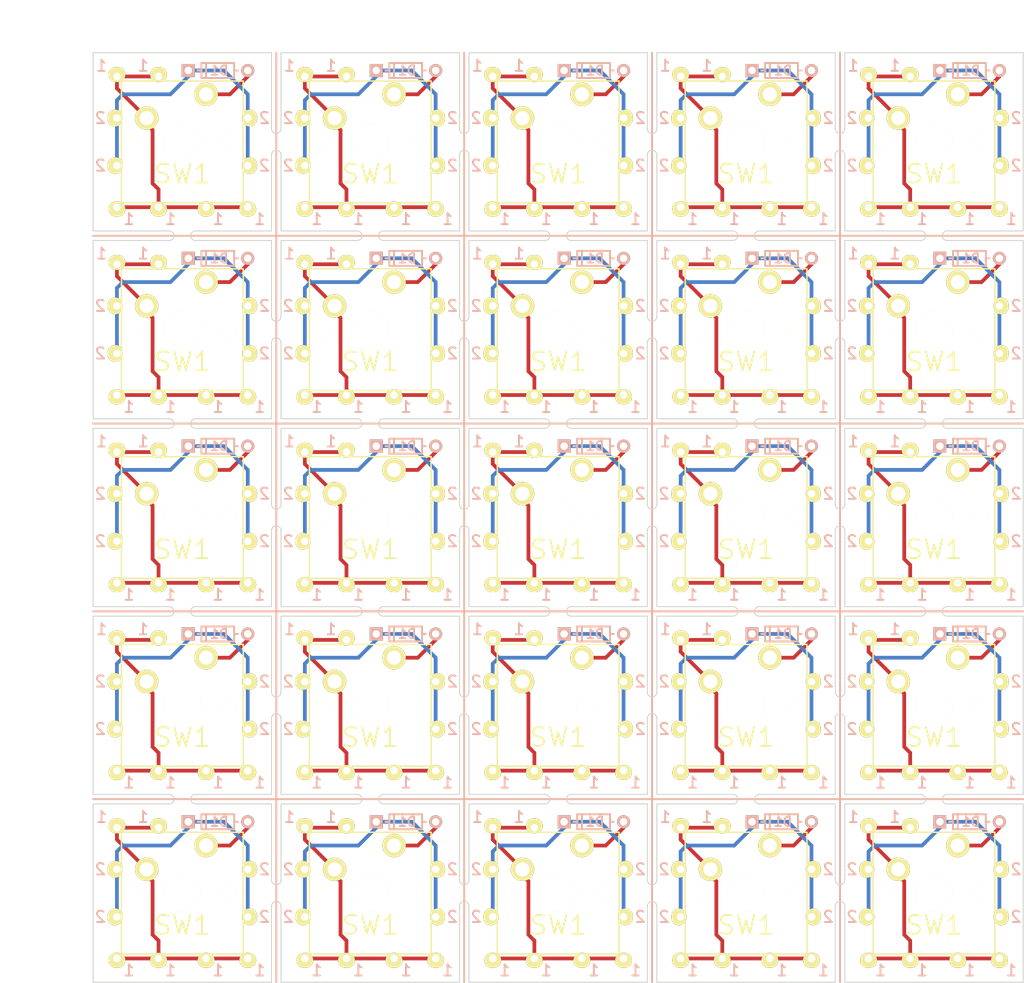
<source format=kicad_pcb>
(kicad_pcb (version 4) (host pcbnew 4.0.2-stable)
  (title_block (title "Cherry Mx Bitboard") (date 2016-06-21) (rev 1))
  (layers (0 F.Cu signal) (31 B.Cu signal) (34 B.Paste user) (35 F.Paste user) (36 B.SilkS user) (37 F.SilkS user) (38 B.Mask user) (39 F.Mask user) (44 Edge.Cuts user))
  (net 0 "")
  (net 1 "Net-(D1-Pad2)")
  (net 2 /2)
  (net 3 /1)
  (module footprint:switch (layer F.Cu) (at 108.585 144.399)
    (fp_text reference SW1 (at 0 3.429) (layer F.SilkS) (effects (font (size 2 2) (thickness 0.2))))
    (fp_text value SW_PUSH hide)
    (pad "" np_thru_hole circle (at 5.08 0) (size 1.71 1.71) (drill 1.71) (layers *.Cu *.Mask F.SilkS))
    (pad 2 thru_hole circle (at 2.54 -5.08) (size 2.5 2.5) (drill 1.5) (layers *.Cu *.Mask F.SilkS) (net 1 "Net-(D1-Pad2)"))
    (pad "" np_thru_hole circle (at 0 0) (size 4 4) (drill 4) (layers *.Cu *.Mask F.SilkS))
    (pad 1 thru_hole circle (at -3.81 -2.54) (size 2.5 2.5) (drill 1.5) (layers *.Cu *.Mask F.SilkS) (net 3 /1))
    (pad "" np_thru_hole circle (at -5.08 0) (size 1.71 1.71) (drill 1.71) (layers *.Cu *.Mask F.SilkS))
    (pad "" np_thru_hole circle (at 1.27 5.08) (size 0.8 0.8) (drill 0.8) (layers *.Cu *.Mask F.SilkS))
    (pad "" np_thru_hole circle (at -1.27 5.08) (size 0.8 0.8) (drill 0.8) (layers *.Cu *.Mask F.SilkS))
  )
  (module footprint:wirepad (layer F.Cu) (at 101.6 146.939 270)
    (fp_text reference P24 hide)
    (fp_text value CONN_01X01 hide)
    (pad 1 thru_hole oval (at 0 0 270) (size 1.8 1.6) (drill 0.8 (offset 0 0.2)) (layers *.Cu *.Mask F.SilkS) (net 2 /2))
  )
  (module footprint:wirepad (layer F.Cu) (at 101.6 141.859 270)
    (fp_text reference P23 hide)
    (fp_text value CONN_01X01 hide)
    (pad 1 thru_hole oval (at 0 0 270) (size 1.8 1.6) (drill 0.8 (offset 0 0.2)) (layers *.Cu *.Mask F.SilkS) (net 2 /2))
  )
  (module footprint:wirepad (layer F.Cu) (at 115.57 141.859 90)
    (fp_text reference P22 hide)
    (fp_text value CONN_01X01 hide)
    (pad 1 thru_hole oval (at 0 0 90) (size 1.8 1.6) (drill 0.8 (offset 0 0.2)) (layers *.Cu *.Mask F.SilkS) (net 2 /2))
  )
  (module footprint:wirepad (layer F.Cu) (at 115.57 146.939 90)
    (fp_text reference P21 hide)
    (fp_text value CONN_01X01 hide)
    (pad 1 thru_hole oval (at 0 0 90) (size 1.8 1.6) (drill 0.8 (offset 0 0.2)) (layers *.Cu *.Mask F.SilkS) (net 2 /2))
  )
  (module footprint:wirepad (layer F.Cu) (at 111.125 151.384)
    (fp_text reference P16 hide)
    (fp_text value CONN_01X01 hide)
    (pad 1 thru_hole oval (at 0 0) (size 1.8 1.6) (drill 0.8 (offset 0 0.2)) (layers *.Cu *.Mask F.SilkS) (net 3 /1))
  )
  (module footprint:wirepad (layer F.Cu) (at 115.57 151.384)
    (fp_text reference P15 hide)
    (fp_text value CONN_01X01 hide)
    (pad 1 thru_hole oval (at 0 0) (size 1.8 1.6) (drill 0.8 (offset 0 0.2)) (layers *.Cu *.Mask F.SilkS) (net 3 /1))
  )
  (module footprint:wirepad (layer F.Cu) (at 101.6 151.384)
    (fp_text reference P14 hide)
    (fp_text value CONN_01X01 hide)
    (pad 1 thru_hole oval (at 0 0) (size 1.8 1.6) (drill 0.8 (offset 0 0.2)) (layers *.Cu *.Mask F.SilkS) (net 3 /1))
  )
  (module footprint:wirepad (layer F.Cu) (at 106.045 151.384)
    (fp_text reference P13 hide)
    (fp_text value CONN_01X01 hide)
    (pad 1 thru_hole oval (at 0 0) (size 1.8 1.6) (drill 0.8 (offset 0 0.2)) (layers *.Cu *.Mask F.SilkS) (net 3 /1))
  )
  (module footprint:wirepad (layer F.Cu) (at 101.6 137.414 180)
    (fp_text reference P12 hide)
    (fp_text value CONN_01X01 hide)
    (pad 1 thru_hole oval (at 0 0 180) (size 1.8 1.6) (drill 0.8 (offset 0 0.2)) (layers *.Cu *.Mask F.SilkS) (net 3 /1))
  )
  (module footprint:wirepad (layer F.Cu) (at 106.045 137.414 180)
    (fp_text reference P11 hide)
    (fp_text value CONN_01X01 hide)
    (pad 1 thru_hole oval (at 0 0 180) (size 1.8 1.6) (drill 0.8 (offset 0 0.2)) (layers *.Cu *.Mask F.SilkS) (net 3 /1))
  )
  (module footprint:diode (layer B.Cu) (at 109.22 136.779)
    (fp_text reference D1 (at 3.302 0) (layer B.SilkS) (effects (font (thickness 0.2)) (justify mirror)))
    (fp_text value D hide)
    (pad 2 thru_hole circle (at 6.35 0) (size 1.4 1.4) (drill 0.8) (layers *.Cu *.Mask B.SilkS) (net 1 "Net-(D1-Pad2)"))
    (pad 1 thru_hole rect (at 0 0) (size 1.4 1.4) (drill 0.8) (layers *.Cu *.Mask B.SilkS) (net 2 /2))
  )
  (module footprint:diode (layer B.Cu) (at 129.286 136.779)
    (fp_text reference D1 (at 3.302 0) (layer B.SilkS) (effects (font (thickness 0.2)) (justify mirror)))
    (fp_text value D hide)
    (pad 2 thru_hole circle (at 6.35 0) (size 1.4 1.4) (drill 0.8) (layers *.Cu *.Mask B.SilkS) (net 1 "Net-(D1-Pad2)"))
    (pad 1 thru_hole rect (at 0 0) (size 1.4 1.4) (drill 0.8) (layers *.Cu *.Mask B.SilkS) (net 2 /2))
  )
  (module footprint:wirepad (layer F.Cu) (at 126.111 137.414 180)
    (fp_text reference P11 hide)
    (fp_text value CONN_01X01 hide)
    (pad 1 thru_hole oval (at 0 0 180) (size 1.8 1.6) (drill 0.8 (offset 0 0.2)) (layers *.Cu *.Mask F.SilkS) (net 3 /1))
  )
  (module footprint:wirepad (layer F.Cu) (at 121.666 137.414 180)
    (fp_text reference P12 hide)
    (fp_text value CONN_01X01 hide)
    (pad 1 thru_hole oval (at 0 0 180) (size 1.8 1.6) (drill 0.8 (offset 0 0.2)) (layers *.Cu *.Mask F.SilkS) (net 3 /1))
  )
  (module footprint:wirepad (layer F.Cu) (at 126.111 151.384)
    (fp_text reference P13 hide)
    (fp_text value CONN_01X01 hide)
    (pad 1 thru_hole oval (at 0 0) (size 1.8 1.6) (drill 0.8 (offset 0 0.2)) (layers *.Cu *.Mask F.SilkS) (net 3 /1))
  )
  (module footprint:wirepad (layer F.Cu) (at 121.666 151.384)
    (fp_text reference P14 hide)
    (fp_text value CONN_01X01 hide)
    (pad 1 thru_hole oval (at 0 0) (size 1.8 1.6) (drill 0.8 (offset 0 0.2)) (layers *.Cu *.Mask F.SilkS) (net 3 /1))
  )
  (module footprint:wirepad (layer F.Cu) (at 135.636 151.384)
    (fp_text reference P15 hide)
    (fp_text value CONN_01X01 hide)
    (pad 1 thru_hole oval (at 0 0) (size 1.8 1.6) (drill 0.8 (offset 0 0.2)) (layers *.Cu *.Mask F.SilkS) (net 3 /1))
  )
  (module footprint:wirepad (layer F.Cu) (at 131.191 151.384)
    (fp_text reference P16 hide)
    (fp_text value CONN_01X01 hide)
    (pad 1 thru_hole oval (at 0 0) (size 1.8 1.6) (drill 0.8 (offset 0 0.2)) (layers *.Cu *.Mask F.SilkS) (net 3 /1))
  )
  (module footprint:wirepad (layer F.Cu) (at 135.636 146.939 90)
    (fp_text reference P21 hide)
    (fp_text value CONN_01X01 hide)
    (pad 1 thru_hole oval (at 0 0 90) (size 1.8 1.6) (drill 0.8 (offset 0 0.2)) (layers *.Cu *.Mask F.SilkS) (net 2 /2))
  )
  (module footprint:wirepad (layer F.Cu) (at 135.636 141.859 90)
    (fp_text reference P22 hide)
    (fp_text value CONN_01X01 hide)
    (pad 1 thru_hole oval (at 0 0 90) (size 1.8 1.6) (drill 0.8 (offset 0 0.2)) (layers *.Cu *.Mask F.SilkS) (net 2 /2))
  )
  (module footprint:wirepad (layer F.Cu) (at 121.666 141.859 270)
    (fp_text reference P23 hide)
    (fp_text value CONN_01X01 hide)
    (pad 1 thru_hole oval (at 0 0 270) (size 1.8 1.6) (drill 0.8 (offset 0 0.2)) (layers *.Cu *.Mask F.SilkS) (net 2 /2))
  )
  (module footprint:wirepad (layer F.Cu) (at 121.666 146.939 270)
    (fp_text reference P24 hide)
    (fp_text value CONN_01X01 hide)
    (pad 1 thru_hole oval (at 0 0 270) (size 1.8 1.6) (drill 0.8 (offset 0 0.2)) (layers *.Cu *.Mask F.SilkS) (net 2 /2))
  )
  (module footprint:switch (layer F.Cu) (at 128.651 144.399)
    (fp_text reference SW1 (at 0 3.429) (layer F.SilkS) (effects (font (size 2 2) (thickness 0.2))))
    (fp_text value SW_PUSH hide)
    (pad "" np_thru_hole circle (at 5.08 0) (size 1.71 1.71) (drill 1.71) (layers *.Cu *.Mask F.SilkS))
    (pad 2 thru_hole circle (at 2.54 -5.08) (size 2.5 2.5) (drill 1.5) (layers *.Cu *.Mask F.SilkS) (net 1 "Net-(D1-Pad2)"))
    (pad "" np_thru_hole circle (at 0 0) (size 4 4) (drill 4) (layers *.Cu *.Mask F.SilkS))
    (pad 1 thru_hole circle (at -3.81 -2.54) (size 2.5 2.5) (drill 1.5) (layers *.Cu *.Mask F.SilkS) (net 3 /1))
    (pad "" np_thru_hole circle (at -5.08 0) (size 1.71 1.71) (drill 1.71) (layers *.Cu *.Mask F.SilkS))
    (pad "" np_thru_hole circle (at 1.27 5.08) (size 0.8 0.8) (drill 0.8) (layers *.Cu *.Mask F.SilkS))
    (pad "" np_thru_hole circle (at -1.27 5.08) (size 0.8 0.8) (drill 0.8) (layers *.Cu *.Mask F.SilkS))
  )
  (module footprint:switch (layer F.Cu) (at 168.783 144.399)
    (fp_text reference SW1 (at 0 3.429) (layer F.SilkS) (effects (font (size 2 2) (thickness 0.2))))
    (fp_text value SW_PUSH hide)
    (pad "" np_thru_hole circle (at 5.08 0) (size 1.71 1.71) (drill 1.71) (layers *.Cu *.Mask F.SilkS))
    (pad 2 thru_hole circle (at 2.54 -5.08) (size 2.5 2.5) (drill 1.5) (layers *.Cu *.Mask F.SilkS) (net 1 "Net-(D1-Pad2)"))
    (pad "" np_thru_hole circle (at 0 0) (size 4 4) (drill 4) (layers *.Cu *.Mask F.SilkS))
    (pad 1 thru_hole circle (at -3.81 -2.54) (size 2.5 2.5) (drill 1.5) (layers *.Cu *.Mask F.SilkS) (net 3 /1))
    (pad "" np_thru_hole circle (at -5.08 0) (size 1.71 1.71) (drill 1.71) (layers *.Cu *.Mask F.SilkS))
    (pad "" np_thru_hole circle (at 1.27 5.08) (size 0.8 0.8) (drill 0.8) (layers *.Cu *.Mask F.SilkS))
    (pad "" np_thru_hole circle (at -1.27 5.08) (size 0.8 0.8) (drill 0.8) (layers *.Cu *.Mask F.SilkS))
  )
  (module footprint:wirepad (layer F.Cu) (at 161.798 146.939 270)
    (fp_text reference P24 hide)
    (fp_text value CONN_01X01 hide)
    (pad 1 thru_hole oval (at 0 0 270) (size 1.8 1.6) (drill 0.8 (offset 0 0.2)) (layers *.Cu *.Mask F.SilkS) (net 2 /2))
  )
  (module footprint:wirepad (layer F.Cu) (at 161.798 141.859 270)
    (fp_text reference P23 hide)
    (fp_text value CONN_01X01 hide)
    (pad 1 thru_hole oval (at 0 0 270) (size 1.8 1.6) (drill 0.8 (offset 0 0.2)) (layers *.Cu *.Mask F.SilkS) (net 2 /2))
  )
  (module footprint:wirepad (layer F.Cu) (at 175.768 141.859 90)
    (fp_text reference P22 hide)
    (fp_text value CONN_01X01 hide)
    (pad 1 thru_hole oval (at 0 0 90) (size 1.8 1.6) (drill 0.8 (offset 0 0.2)) (layers *.Cu *.Mask F.SilkS) (net 2 /2))
  )
  (module footprint:wirepad (layer F.Cu) (at 175.768 146.939 90)
    (fp_text reference P21 hide)
    (fp_text value CONN_01X01 hide)
    (pad 1 thru_hole oval (at 0 0 90) (size 1.8 1.6) (drill 0.8 (offset 0 0.2)) (layers *.Cu *.Mask F.SilkS) (net 2 /2))
  )
  (module footprint:wirepad (layer F.Cu) (at 171.323 151.384)
    (fp_text reference P16 hide)
    (fp_text value CONN_01X01 hide)
    (pad 1 thru_hole oval (at 0 0) (size 1.8 1.6) (drill 0.8 (offset 0 0.2)) (layers *.Cu *.Mask F.SilkS) (net 3 /1))
  )
  (module footprint:wirepad (layer F.Cu) (at 175.768 151.384)
    (fp_text reference P15 hide)
    (fp_text value CONN_01X01 hide)
    (pad 1 thru_hole oval (at 0 0) (size 1.8 1.6) (drill 0.8 (offset 0 0.2)) (layers *.Cu *.Mask F.SilkS) (net 3 /1))
  )
  (module footprint:wirepad (layer F.Cu) (at 161.798 151.384)
    (fp_text reference P14 hide)
    (fp_text value CONN_01X01 hide)
    (pad 1 thru_hole oval (at 0 0) (size 1.8 1.6) (drill 0.8 (offset 0 0.2)) (layers *.Cu *.Mask F.SilkS) (net 3 /1))
  )
  (module footprint:wirepad (layer F.Cu) (at 166.243 151.384)
    (fp_text reference P13 hide)
    (fp_text value CONN_01X01 hide)
    (pad 1 thru_hole oval (at 0 0) (size 1.8 1.6) (drill 0.8 (offset 0 0.2)) (layers *.Cu *.Mask F.SilkS) (net 3 /1))
  )
  (module footprint:wirepad (layer F.Cu) (at 161.798 137.414 180)
    (fp_text reference P12 hide)
    (fp_text value CONN_01X01 hide)
    (pad 1 thru_hole oval (at 0 0 180) (size 1.8 1.6) (drill 0.8 (offset 0 0.2)) (layers *.Cu *.Mask F.SilkS) (net 3 /1))
  )
  (module footprint:wirepad (layer F.Cu) (at 166.243 137.414 180)
    (fp_text reference P11 hide)
    (fp_text value CONN_01X01 hide)
    (pad 1 thru_hole oval (at 0 0 180) (size 1.8 1.6) (drill 0.8 (offset 0 0.2)) (layers *.Cu *.Mask F.SilkS) (net 3 /1))
  )
  (module footprint:diode (layer B.Cu) (at 169.418 136.779)
    (fp_text reference D1 (at 3.302 0) (layer B.SilkS) (effects (font (thickness 0.2)) (justify mirror)))
    (fp_text value D hide)
    (pad 2 thru_hole circle (at 6.35 0) (size 1.4 1.4) (drill 0.8) (layers *.Cu *.Mask B.SilkS) (net 1 "Net-(D1-Pad2)"))
    (pad 1 thru_hole rect (at 0 0) (size 1.4 1.4) (drill 0.8) (layers *.Cu *.Mask B.SilkS) (net 2 /2))
  )
  (module footprint:diode (layer B.Cu) (at 149.352 136.779)
    (fp_text reference D1 (at 3.302 0) (layer B.SilkS) (effects (font (thickness 0.2)) (justify mirror)))
    (fp_text value D hide)
    (pad 2 thru_hole circle (at 6.35 0) (size 1.4 1.4) (drill 0.8) (layers *.Cu *.Mask B.SilkS) (net 1 "Net-(D1-Pad2)"))
    (pad 1 thru_hole rect (at 0 0) (size 1.4 1.4) (drill 0.8) (layers *.Cu *.Mask B.SilkS) (net 2 /2))
  )
  (module footprint:wirepad (layer F.Cu) (at 146.177 137.414 180)
    (fp_text reference P11 hide)
    (fp_text value CONN_01X01 hide)
    (pad 1 thru_hole oval (at 0 0 180) (size 1.8 1.6) (drill 0.8 (offset 0 0.2)) (layers *.Cu *.Mask F.SilkS) (net 3 /1))
  )
  (module footprint:wirepad (layer F.Cu) (at 141.732 137.414 180)
    (fp_text reference P12 hide)
    (fp_text value CONN_01X01 hide)
    (pad 1 thru_hole oval (at 0 0 180) (size 1.8 1.6) (drill 0.8 (offset 0 0.2)) (layers *.Cu *.Mask F.SilkS) (net 3 /1))
  )
  (module footprint:wirepad (layer F.Cu) (at 146.177 151.384)
    (fp_text reference P13 hide)
    (fp_text value CONN_01X01 hide)
    (pad 1 thru_hole oval (at 0 0) (size 1.8 1.6) (drill 0.8 (offset 0 0.2)) (layers *.Cu *.Mask F.SilkS) (net 3 /1))
  )
  (module footprint:wirepad (layer F.Cu) (at 141.732 151.384)
    (fp_text reference P14 hide)
    (fp_text value CONN_01X01 hide)
    (pad 1 thru_hole oval (at 0 0) (size 1.8 1.6) (drill 0.8 (offset 0 0.2)) (layers *.Cu *.Mask F.SilkS) (net 3 /1))
  )
  (module footprint:wirepad (layer F.Cu) (at 155.702 151.384)
    (fp_text reference P15 hide)
    (fp_text value CONN_01X01 hide)
    (pad 1 thru_hole oval (at 0 0) (size 1.8 1.6) (drill 0.8 (offset 0 0.2)) (layers *.Cu *.Mask F.SilkS) (net 3 /1))
  )
  (module footprint:wirepad (layer F.Cu) (at 151.257 151.384)
    (fp_text reference P16 hide)
    (fp_text value CONN_01X01 hide)
    (pad 1 thru_hole oval (at 0 0) (size 1.8 1.6) (drill 0.8 (offset 0 0.2)) (layers *.Cu *.Mask F.SilkS) (net 3 /1))
  )
  (module footprint:wirepad (layer F.Cu) (at 155.702 146.939 90)
    (fp_text reference P21 hide)
    (fp_text value CONN_01X01 hide)
    (pad 1 thru_hole oval (at 0 0 90) (size 1.8 1.6) (drill 0.8 (offset 0 0.2)) (layers *.Cu *.Mask F.SilkS) (net 2 /2))
  )
  (module footprint:wirepad (layer F.Cu) (at 155.702 141.859 90)
    (fp_text reference P22 hide)
    (fp_text value CONN_01X01 hide)
    (pad 1 thru_hole oval (at 0 0 90) (size 1.8 1.6) (drill 0.8 (offset 0 0.2)) (layers *.Cu *.Mask F.SilkS) (net 2 /2))
  )
  (module footprint:wirepad (layer F.Cu) (at 141.732 141.859 270)
    (fp_text reference P23 hide)
    (fp_text value CONN_01X01 hide)
    (pad 1 thru_hole oval (at 0 0 270) (size 1.8 1.6) (drill 0.8 (offset 0 0.2)) (layers *.Cu *.Mask F.SilkS) (net 2 /2))
  )
  (module footprint:wirepad (layer F.Cu) (at 141.732 146.939 270)
    (fp_text reference P24 hide)
    (fp_text value CONN_01X01 hide)
    (pad 1 thru_hole oval (at 0 0 270) (size 1.8 1.6) (drill 0.8 (offset 0 0.2)) (layers *.Cu *.Mask F.SilkS) (net 2 /2))
  )
  (module footprint:switch (layer F.Cu) (at 148.717 144.399)
    (fp_text reference SW1 (at 0 3.429) (layer F.SilkS) (effects (font (size 2 2) (thickness 0.2))))
    (fp_text value SW_PUSH hide)
    (pad "" np_thru_hole circle (at 5.08 0) (size 1.71 1.71) (drill 1.71) (layers *.Cu *.Mask F.SilkS))
    (pad 2 thru_hole circle (at 2.54 -5.08) (size 2.5 2.5) (drill 1.5) (layers *.Cu *.Mask F.SilkS) (net 1 "Net-(D1-Pad2)"))
    (pad "" np_thru_hole circle (at 0 0) (size 4 4) (drill 4) (layers *.Cu *.Mask F.SilkS))
    (pad 1 thru_hole circle (at -3.81 -2.54) (size 2.5 2.5) (drill 1.5) (layers *.Cu *.Mask F.SilkS) (net 3 /1))
    (pad "" np_thru_hole circle (at -5.08 0) (size 1.71 1.71) (drill 1.71) (layers *.Cu *.Mask F.SilkS))
    (pad "" np_thru_hole circle (at 1.27 5.08) (size 0.8 0.8) (drill 0.8) (layers *.Cu *.Mask F.SilkS))
    (pad "" np_thru_hole circle (at -1.27 5.08) (size 0.8 0.8) (drill 0.8) (layers *.Cu *.Mask F.SilkS))
  )
  (module footprint:diode (layer B.Cu) (at 189.484 136.779)
    (fp_text reference D1 (at 3.302 0) (layer B.SilkS) (effects (font (thickness 0.2)) (justify mirror)))
    (fp_text value D hide)
    (pad 2 thru_hole circle (at 6.35 0) (size 1.4 1.4) (drill 0.8) (layers *.Cu *.Mask B.SilkS) (net 1 "Net-(D1-Pad2)"))
    (pad 1 thru_hole rect (at 0 0) (size 1.4 1.4) (drill 0.8) (layers *.Cu *.Mask B.SilkS) (net 2 /2))
  )
  (module footprint:wirepad (layer F.Cu) (at 186.309 137.414 180)
    (fp_text reference P11 hide)
    (fp_text value CONN_01X01 hide)
    (pad 1 thru_hole oval (at 0 0 180) (size 1.8 1.6) (drill 0.8 (offset 0 0.2)) (layers *.Cu *.Mask F.SilkS) (net 3 /1))
  )
  (module footprint:wirepad (layer F.Cu) (at 181.864 137.414 180)
    (fp_text reference P12 hide)
    (fp_text value CONN_01X01 hide)
    (pad 1 thru_hole oval (at 0 0 180) (size 1.8 1.6) (drill 0.8 (offset 0 0.2)) (layers *.Cu *.Mask F.SilkS) (net 3 /1))
  )
  (module footprint:wirepad (layer F.Cu) (at 186.309 151.384)
    (fp_text reference P13 hide)
    (fp_text value CONN_01X01 hide)
    (pad 1 thru_hole oval (at 0 0) (size 1.8 1.6) (drill 0.8 (offset 0 0.2)) (layers *.Cu *.Mask F.SilkS) (net 3 /1))
  )
  (module footprint:wirepad (layer F.Cu) (at 181.864 151.384)
    (fp_text reference P14 hide)
    (fp_text value CONN_01X01 hide)
    (pad 1 thru_hole oval (at 0 0) (size 1.8 1.6) (drill 0.8 (offset 0 0.2)) (layers *.Cu *.Mask F.SilkS) (net 3 /1))
  )
  (module footprint:wirepad (layer F.Cu) (at 195.834 151.384)
    (fp_text reference P15 hide)
    (fp_text value CONN_01X01 hide)
    (pad 1 thru_hole oval (at 0 0) (size 1.8 1.6) (drill 0.8 (offset 0 0.2)) (layers *.Cu *.Mask F.SilkS) (net 3 /1))
  )
  (module footprint:wirepad (layer F.Cu) (at 191.389 151.384)
    (fp_text reference P16 hide)
    (fp_text value CONN_01X01 hide)
    (pad 1 thru_hole oval (at 0 0) (size 1.8 1.6) (drill 0.8 (offset 0 0.2)) (layers *.Cu *.Mask F.SilkS) (net 3 /1))
  )
  (module footprint:wirepad (layer F.Cu) (at 195.834 146.939 90)
    (fp_text reference P21 hide)
    (fp_text value CONN_01X01 hide)
    (pad 1 thru_hole oval (at 0 0 90) (size 1.8 1.6) (drill 0.8 (offset 0 0.2)) (layers *.Cu *.Mask F.SilkS) (net 2 /2))
  )
  (module footprint:wirepad (layer F.Cu) (at 195.834 141.859 90)
    (fp_text reference P22 hide)
    (fp_text value CONN_01X01 hide)
    (pad 1 thru_hole oval (at 0 0 90) (size 1.8 1.6) (drill 0.8 (offset 0 0.2)) (layers *.Cu *.Mask F.SilkS) (net 2 /2))
  )
  (module footprint:wirepad (layer F.Cu) (at 181.864 141.859 270)
    (fp_text reference P23 hide)
    (fp_text value CONN_01X01 hide)
    (pad 1 thru_hole oval (at 0 0 270) (size 1.8 1.6) (drill 0.8 (offset 0 0.2)) (layers *.Cu *.Mask F.SilkS) (net 2 /2))
  )
  (module footprint:wirepad (layer F.Cu) (at 181.864 146.939 270)
    (fp_text reference P24 hide)
    (fp_text value CONN_01X01 hide)
    (pad 1 thru_hole oval (at 0 0 270) (size 1.8 1.6) (drill 0.8 (offset 0 0.2)) (layers *.Cu *.Mask F.SilkS) (net 2 /2))
  )
  (module footprint:switch (layer F.Cu) (at 188.849 144.399)
    (fp_text reference SW1 (at 0 3.429) (layer F.SilkS) (effects (font (size 2 2) (thickness 0.2))))
    (fp_text value SW_PUSH hide)
    (pad "" np_thru_hole circle (at 5.08 0) (size 1.71 1.71) (drill 1.71) (layers *.Cu *.Mask F.SilkS))
    (pad 2 thru_hole circle (at 2.54 -5.08) (size 2.5 2.5) (drill 1.5) (layers *.Cu *.Mask F.SilkS) (net 1 "Net-(D1-Pad2)"))
    (pad "" np_thru_hole circle (at 0 0) (size 4 4) (drill 4) (layers *.Cu *.Mask F.SilkS))
    (pad 1 thru_hole circle (at -3.81 -2.54) (size 2.5 2.5) (drill 1.5) (layers *.Cu *.Mask F.SilkS) (net 3 /1))
    (pad "" np_thru_hole circle (at -5.08 0) (size 1.71 1.71) (drill 1.71) (layers *.Cu *.Mask F.SilkS))
    (pad "" np_thru_hole circle (at 1.27 5.08) (size 0.8 0.8) (drill 0.8) (layers *.Cu *.Mask F.SilkS))
    (pad "" np_thru_hole circle (at -1.27 5.08) (size 0.8 0.8) (drill 0.8) (layers *.Cu *.Mask F.SilkS))
  )
  (module footprint:switch (layer F.Cu) (at 108.585 104.267)
    (fp_text reference SW1 (at 0 3.429) (layer F.SilkS) (effects (font (size 2 2) (thickness 0.2))))
    (fp_text value SW_PUSH hide)
    (pad "" np_thru_hole circle (at 5.08 0) (size 1.71 1.71) (drill 1.71) (layers *.Cu *.Mask F.SilkS))
    (pad 2 thru_hole circle (at 2.54 -5.08) (size 2.5 2.5) (drill 1.5) (layers *.Cu *.Mask F.SilkS) (net 1 "Net-(D1-Pad2)"))
    (pad "" np_thru_hole circle (at 0 0) (size 4 4) (drill 4) (layers *.Cu *.Mask F.SilkS))
    (pad 1 thru_hole circle (at -3.81 -2.54) (size 2.5 2.5) (drill 1.5) (layers *.Cu *.Mask F.SilkS) (net 3 /1))
    (pad "" np_thru_hole circle (at -5.08 0) (size 1.71 1.71) (drill 1.71) (layers *.Cu *.Mask F.SilkS))
    (pad "" np_thru_hole circle (at 1.27 5.08) (size 0.8 0.8) (drill 0.8) (layers *.Cu *.Mask F.SilkS))
    (pad "" np_thru_hole circle (at -1.27 5.08) (size 0.8 0.8) (drill 0.8) (layers *.Cu *.Mask F.SilkS))
  )
  (module footprint:wirepad (layer F.Cu) (at 101.6 106.807 270)
    (fp_text reference P24 hide)
    (fp_text value CONN_01X01 hide)
    (pad 1 thru_hole oval (at 0 0 270) (size 1.8 1.6) (drill 0.8 (offset 0 0.2)) (layers *.Cu *.Mask F.SilkS) (net 2 /2))
  )
  (module footprint:wirepad (layer F.Cu) (at 101.6 101.727 270)
    (fp_text reference P23 hide)
    (fp_text value CONN_01X01 hide)
    (pad 1 thru_hole oval (at 0 0 270) (size 1.8 1.6) (drill 0.8 (offset 0 0.2)) (layers *.Cu *.Mask F.SilkS) (net 2 /2))
  )
  (module footprint:wirepad (layer F.Cu) (at 115.57 101.727 90)
    (fp_text reference P22 hide)
    (fp_text value CONN_01X01 hide)
    (pad 1 thru_hole oval (at 0 0 90) (size 1.8 1.6) (drill 0.8 (offset 0 0.2)) (layers *.Cu *.Mask F.SilkS) (net 2 /2))
  )
  (module footprint:wirepad (layer F.Cu) (at 115.57 106.807 90)
    (fp_text reference P21 hide)
    (fp_text value CONN_01X01 hide)
    (pad 1 thru_hole oval (at 0 0 90) (size 1.8 1.6) (drill 0.8 (offset 0 0.2)) (layers *.Cu *.Mask F.SilkS) (net 2 /2))
  )
  (module footprint:wirepad (layer F.Cu) (at 111.125 111.252)
    (fp_text reference P16 hide)
    (fp_text value CONN_01X01 hide)
    (pad 1 thru_hole oval (at 0 0) (size 1.8 1.6) (drill 0.8 (offset 0 0.2)) (layers *.Cu *.Mask F.SilkS) (net 3 /1))
  )
  (module footprint:wirepad (layer F.Cu) (at 115.57 111.252)
    (fp_text reference P15 hide)
    (fp_text value CONN_01X01 hide)
    (pad 1 thru_hole oval (at 0 0) (size 1.8 1.6) (drill 0.8 (offset 0 0.2)) (layers *.Cu *.Mask F.SilkS) (net 3 /1))
  )
  (module footprint:wirepad (layer F.Cu) (at 101.6 111.252)
    (fp_text reference P14 hide)
    (fp_text value CONN_01X01 hide)
    (pad 1 thru_hole oval (at 0 0) (size 1.8 1.6) (drill 0.8 (offset 0 0.2)) (layers *.Cu *.Mask F.SilkS) (net 3 /1))
  )
  (module footprint:wirepad (layer F.Cu) (at 106.045 111.252)
    (fp_text reference P13 hide)
    (fp_text value CONN_01X01 hide)
    (pad 1 thru_hole oval (at 0 0) (size 1.8 1.6) (drill 0.8 (offset 0 0.2)) (layers *.Cu *.Mask F.SilkS) (net 3 /1))
  )
  (module footprint:wirepad (layer F.Cu) (at 101.6 97.282 180)
    (fp_text reference P12 hide)
    (fp_text value CONN_01X01 hide)
    (pad 1 thru_hole oval (at 0 0 180) (size 1.8 1.6) (drill 0.8 (offset 0 0.2)) (layers *.Cu *.Mask F.SilkS) (net 3 /1))
  )
  (module footprint:wirepad (layer F.Cu) (at 106.045 97.282 180)
    (fp_text reference P11 hide)
    (fp_text value CONN_01X01 hide)
    (pad 1 thru_hole oval (at 0 0 180) (size 1.8 1.6) (drill 0.8 (offset 0 0.2)) (layers *.Cu *.Mask F.SilkS) (net 3 /1))
  )
  (module footprint:diode (layer B.Cu) (at 109.22 96.647)
    (fp_text reference D1 (at 3.302 0) (layer B.SilkS) (effects (font (thickness 0.2)) (justify mirror)))
    (fp_text value D hide)
    (pad 2 thru_hole circle (at 6.35 0) (size 1.4 1.4) (drill 0.8) (layers *.Cu *.Mask B.SilkS) (net 1 "Net-(D1-Pad2)"))
    (pad 1 thru_hole rect (at 0 0) (size 1.4 1.4) (drill 0.8) (layers *.Cu *.Mask B.SilkS) (net 2 /2))
  )
  (module footprint:diode (layer B.Cu) (at 129.286 96.647)
    (fp_text reference D1 (at 3.302 0) (layer B.SilkS) (effects (font (thickness 0.2)) (justify mirror)))
    (fp_text value D hide)
    (pad 2 thru_hole circle (at 6.35 0) (size 1.4 1.4) (drill 0.8) (layers *.Cu *.Mask B.SilkS) (net 1 "Net-(D1-Pad2)"))
    (pad 1 thru_hole rect (at 0 0) (size 1.4 1.4) (drill 0.8) (layers *.Cu *.Mask B.SilkS) (net 2 /2))
  )
  (module footprint:wirepad (layer F.Cu) (at 126.111 97.282 180)
    (fp_text reference P11 hide)
    (fp_text value CONN_01X01 hide)
    (pad 1 thru_hole oval (at 0 0 180) (size 1.8 1.6) (drill 0.8 (offset 0 0.2)) (layers *.Cu *.Mask F.SilkS) (net 3 /1))
  )
  (module footprint:wirepad (layer F.Cu) (at 121.666 97.282 180)
    (fp_text reference P12 hide)
    (fp_text value CONN_01X01 hide)
    (pad 1 thru_hole oval (at 0 0 180) (size 1.8 1.6) (drill 0.8 (offset 0 0.2)) (layers *.Cu *.Mask F.SilkS) (net 3 /1))
  )
  (module footprint:wirepad (layer F.Cu) (at 126.111 111.252)
    (fp_text reference P13 hide)
    (fp_text value CONN_01X01 hide)
    (pad 1 thru_hole oval (at 0 0) (size 1.8 1.6) (drill 0.8 (offset 0 0.2)) (layers *.Cu *.Mask F.SilkS) (net 3 /1))
  )
  (module footprint:wirepad (layer F.Cu) (at 121.666 111.252)
    (fp_text reference P14 hide)
    (fp_text value CONN_01X01 hide)
    (pad 1 thru_hole oval (at 0 0) (size 1.8 1.6) (drill 0.8 (offset 0 0.2)) (layers *.Cu *.Mask F.SilkS) (net 3 /1))
  )
  (module footprint:wirepad (layer F.Cu) (at 135.636 111.252)
    (fp_text reference P15 hide)
    (fp_text value CONN_01X01 hide)
    (pad 1 thru_hole oval (at 0 0) (size 1.8 1.6) (drill 0.8 (offset 0 0.2)) (layers *.Cu *.Mask F.SilkS) (net 3 /1))
  )
  (module footprint:wirepad (layer F.Cu) (at 131.191 111.252)
    (fp_text reference P16 hide)
    (fp_text value CONN_01X01 hide)
    (pad 1 thru_hole oval (at 0 0) (size 1.8 1.6) (drill 0.8 (offset 0 0.2)) (layers *.Cu *.Mask F.SilkS) (net 3 /1))
  )
  (module footprint:wirepad (layer F.Cu) (at 135.636 106.807 90)
    (fp_text reference P21 hide)
    (fp_text value CONN_01X01 hide)
    (pad 1 thru_hole oval (at 0 0 90) (size 1.8 1.6) (drill 0.8 (offset 0 0.2)) (layers *.Cu *.Mask F.SilkS) (net 2 /2))
  )
  (module footprint:wirepad (layer F.Cu) (at 135.636 101.727 90)
    (fp_text reference P22 hide)
    (fp_text value CONN_01X01 hide)
    (pad 1 thru_hole oval (at 0 0 90) (size 1.8 1.6) (drill 0.8 (offset 0 0.2)) (layers *.Cu *.Mask F.SilkS) (net 2 /2))
  )
  (module footprint:wirepad (layer F.Cu) (at 121.666 101.727 270)
    (fp_text reference P23 hide)
    (fp_text value CONN_01X01 hide)
    (pad 1 thru_hole oval (at 0 0 270) (size 1.8 1.6) (drill 0.8 (offset 0 0.2)) (layers *.Cu *.Mask F.SilkS) (net 2 /2))
  )
  (module footprint:wirepad (layer F.Cu) (at 121.666 106.807 270)
    (fp_text reference P24 hide)
    (fp_text value CONN_01X01 hide)
    (pad 1 thru_hole oval (at 0 0 270) (size 1.8 1.6) (drill 0.8 (offset 0 0.2)) (layers *.Cu *.Mask F.SilkS) (net 2 /2))
  )
  (module footprint:switch (layer F.Cu) (at 128.651 104.267)
    (fp_text reference SW1 (at 0 3.429) (layer F.SilkS) (effects (font (size 2 2) (thickness 0.2))))
    (fp_text value SW_PUSH hide)
    (pad "" np_thru_hole circle (at 5.08 0) (size 1.71 1.71) (drill 1.71) (layers *.Cu *.Mask F.SilkS))
    (pad 2 thru_hole circle (at 2.54 -5.08) (size 2.5 2.5) (drill 1.5) (layers *.Cu *.Mask F.SilkS) (net 1 "Net-(D1-Pad2)"))
    (pad "" np_thru_hole circle (at 0 0) (size 4 4) (drill 4) (layers *.Cu *.Mask F.SilkS))
    (pad 1 thru_hole circle (at -3.81 -2.54) (size 2.5 2.5) (drill 1.5) (layers *.Cu *.Mask F.SilkS) (net 3 /1))
    (pad "" np_thru_hole circle (at -5.08 0) (size 1.71 1.71) (drill 1.71) (layers *.Cu *.Mask F.SilkS))
    (pad "" np_thru_hole circle (at 1.27 5.08) (size 0.8 0.8) (drill 0.8) (layers *.Cu *.Mask F.SilkS))
    (pad "" np_thru_hole circle (at -1.27 5.08) (size 0.8 0.8) (drill 0.8) (layers *.Cu *.Mask F.SilkS))
  )
  (module footprint:switch (layer F.Cu) (at 168.783 104.267)
    (fp_text reference SW1 (at 0 3.429) (layer F.SilkS) (effects (font (size 2 2) (thickness 0.2))))
    (fp_text value SW_PUSH hide)
    (pad "" np_thru_hole circle (at 5.08 0) (size 1.71 1.71) (drill 1.71) (layers *.Cu *.Mask F.SilkS))
    (pad 2 thru_hole circle (at 2.54 -5.08) (size 2.5 2.5) (drill 1.5) (layers *.Cu *.Mask F.SilkS) (net 1 "Net-(D1-Pad2)"))
    (pad "" np_thru_hole circle (at 0 0) (size 4 4) (drill 4) (layers *.Cu *.Mask F.SilkS))
    (pad 1 thru_hole circle (at -3.81 -2.54) (size 2.5 2.5) (drill 1.5) (layers *.Cu *.Mask F.SilkS) (net 3 /1))
    (pad "" np_thru_hole circle (at -5.08 0) (size 1.71 1.71) (drill 1.71) (layers *.Cu *.Mask F.SilkS))
    (pad "" np_thru_hole circle (at 1.27 5.08) (size 0.8 0.8) (drill 0.8) (layers *.Cu *.Mask F.SilkS))
    (pad "" np_thru_hole circle (at -1.27 5.08) (size 0.8 0.8) (drill 0.8) (layers *.Cu *.Mask F.SilkS))
  )
  (module footprint:wirepad (layer F.Cu) (at 161.798 106.807 270)
    (fp_text reference P24 hide)
    (fp_text value CONN_01X01 hide)
    (pad 1 thru_hole oval (at 0 0 270) (size 1.8 1.6) (drill 0.8 (offset 0 0.2)) (layers *.Cu *.Mask F.SilkS) (net 2 /2))
  )
  (module footprint:wirepad (layer F.Cu) (at 161.798 101.727 270)
    (fp_text reference P23 hide)
    (fp_text value CONN_01X01 hide)
    (pad 1 thru_hole oval (at 0 0 270) (size 1.8 1.6) (drill 0.8 (offset 0 0.2)) (layers *.Cu *.Mask F.SilkS) (net 2 /2))
  )
  (module footprint:wirepad (layer F.Cu) (at 175.768 101.727 90)
    (fp_text reference P22 hide)
    (fp_text value CONN_01X01 hide)
    (pad 1 thru_hole oval (at 0 0 90) (size 1.8 1.6) (drill 0.8 (offset 0 0.2)) (layers *.Cu *.Mask F.SilkS) (net 2 /2))
  )
  (module footprint:wirepad (layer F.Cu) (at 175.768 106.807 90)
    (fp_text reference P21 hide)
    (fp_text value CONN_01X01 hide)
    (pad 1 thru_hole oval (at 0 0 90) (size 1.8 1.6) (drill 0.8 (offset 0 0.2)) (layers *.Cu *.Mask F.SilkS) (net 2 /2))
  )
  (module footprint:wirepad (layer F.Cu) (at 171.323 111.252)
    (fp_text reference P16 hide)
    (fp_text value CONN_01X01 hide)
    (pad 1 thru_hole oval (at 0 0) (size 1.8 1.6) (drill 0.8 (offset 0 0.2)) (layers *.Cu *.Mask F.SilkS) (net 3 /1))
  )
  (module footprint:wirepad (layer F.Cu) (at 175.768 111.252)
    (fp_text reference P15 hide)
    (fp_text value CONN_01X01 hide)
    (pad 1 thru_hole oval (at 0 0) (size 1.8 1.6) (drill 0.8 (offset 0 0.2)) (layers *.Cu *.Mask F.SilkS) (net 3 /1))
  )
  (module footprint:wirepad (layer F.Cu) (at 161.798 111.252)
    (fp_text reference P14 hide)
    (fp_text value CONN_01X01 hide)
    (pad 1 thru_hole oval (at 0 0) (size 1.8 1.6) (drill 0.8 (offset 0 0.2)) (layers *.Cu *.Mask F.SilkS) (net 3 /1))
  )
  (module footprint:wirepad (layer F.Cu) (at 166.243 111.252)
    (fp_text reference P13 hide)
    (fp_text value CONN_01X01 hide)
    (pad 1 thru_hole oval (at 0 0) (size 1.8 1.6) (drill 0.8 (offset 0 0.2)) (layers *.Cu *.Mask F.SilkS) (net 3 /1))
  )
  (module footprint:wirepad (layer F.Cu) (at 161.798 97.282 180)
    (fp_text reference P12 hide)
    (fp_text value CONN_01X01 hide)
    (pad 1 thru_hole oval (at 0 0 180) (size 1.8 1.6) (drill 0.8 (offset 0 0.2)) (layers *.Cu *.Mask F.SilkS) (net 3 /1))
  )
  (module footprint:wirepad (layer F.Cu) (at 166.243 97.282 180)
    (fp_text reference P11 hide)
    (fp_text value CONN_01X01 hide)
    (pad 1 thru_hole oval (at 0 0 180) (size 1.8 1.6) (drill 0.8 (offset 0 0.2)) (layers *.Cu *.Mask F.SilkS) (net 3 /1))
  )
  (module footprint:diode (layer B.Cu) (at 169.418 96.647)
    (fp_text reference D1 (at 3.302 0) (layer B.SilkS) (effects (font (thickness 0.2)) (justify mirror)))
    (fp_text value D hide)
    (pad 2 thru_hole circle (at 6.35 0) (size 1.4 1.4) (drill 0.8) (layers *.Cu *.Mask B.SilkS) (net 1 "Net-(D1-Pad2)"))
    (pad 1 thru_hole rect (at 0 0) (size 1.4 1.4) (drill 0.8) (layers *.Cu *.Mask B.SilkS) (net 2 /2))
  )
  (module footprint:diode (layer B.Cu) (at 149.352 96.647)
    (fp_text reference D1 (at 3.302 0) (layer B.SilkS) (effects (font (thickness 0.2)) (justify mirror)))
    (fp_text value D hide)
    (pad 2 thru_hole circle (at 6.35 0) (size 1.4 1.4) (drill 0.8) (layers *.Cu *.Mask B.SilkS) (net 1 "Net-(D1-Pad2)"))
    (pad 1 thru_hole rect (at 0 0) (size 1.4 1.4) (drill 0.8) (layers *.Cu *.Mask B.SilkS) (net 2 /2))
  )
  (module footprint:wirepad (layer F.Cu) (at 146.177 97.282 180)
    (fp_text reference P11 hide)
    (fp_text value CONN_01X01 hide)
    (pad 1 thru_hole oval (at 0 0 180) (size 1.8 1.6) (drill 0.8 (offset 0 0.2)) (layers *.Cu *.Mask F.SilkS) (net 3 /1))
  )
  (module footprint:wirepad (layer F.Cu) (at 141.732 97.282 180)
    (fp_text reference P12 hide)
    (fp_text value CONN_01X01 hide)
    (pad 1 thru_hole oval (at 0 0 180) (size 1.8 1.6) (drill 0.8 (offset 0 0.2)) (layers *.Cu *.Mask F.SilkS) (net 3 /1))
  )
  (module footprint:wirepad (layer F.Cu) (at 146.177 111.252)
    (fp_text reference P13 hide)
    (fp_text value CONN_01X01 hide)
    (pad 1 thru_hole oval (at 0 0) (size 1.8 1.6) (drill 0.8 (offset 0 0.2)) (layers *.Cu *.Mask F.SilkS) (net 3 /1))
  )
  (module footprint:wirepad (layer F.Cu) (at 141.732 111.252)
    (fp_text reference P14 hide)
    (fp_text value CONN_01X01 hide)
    (pad 1 thru_hole oval (at 0 0) (size 1.8 1.6) (drill 0.8 (offset 0 0.2)) (layers *.Cu *.Mask F.SilkS) (net 3 /1))
  )
  (module footprint:wirepad (layer F.Cu) (at 155.702 111.252)
    (fp_text reference P15 hide)
    (fp_text value CONN_01X01 hide)
    (pad 1 thru_hole oval (at 0 0) (size 1.8 1.6) (drill 0.8 (offset 0 0.2)) (layers *.Cu *.Mask F.SilkS) (net 3 /1))
  )
  (module footprint:wirepad (layer F.Cu) (at 151.257 111.252)
    (fp_text reference P16 hide)
    (fp_text value CONN_01X01 hide)
    (pad 1 thru_hole oval (at 0 0) (size 1.8 1.6) (drill 0.8 (offset 0 0.2)) (layers *.Cu *.Mask F.SilkS) (net 3 /1))
  )
  (module footprint:wirepad (layer F.Cu) (at 155.702 106.807 90)
    (fp_text reference P21 hide)
    (fp_text value CONN_01X01 hide)
    (pad 1 thru_hole oval (at 0 0 90) (size 1.8 1.6) (drill 0.8 (offset 0 0.2)) (layers *.Cu *.Mask F.SilkS) (net 2 /2))
  )
  (module footprint:wirepad (layer F.Cu) (at 155.702 101.727 90)
    (fp_text reference P22 hide)
    (fp_text value CONN_01X01 hide)
    (pad 1 thru_hole oval (at 0 0 90) (size 1.8 1.6) (drill 0.8 (offset 0 0.2)) (layers *.Cu *.Mask F.SilkS) (net 2 /2))
  )
  (module footprint:wirepad (layer F.Cu) (at 141.732 101.727 270)
    (fp_text reference P23 hide)
    (fp_text value CONN_01X01 hide)
    (pad 1 thru_hole oval (at 0 0 270) (size 1.8 1.6) (drill 0.8 (offset 0 0.2)) (layers *.Cu *.Mask F.SilkS) (net 2 /2))
  )
  (module footprint:wirepad (layer F.Cu) (at 141.732 106.807 270)
    (fp_text reference P24 hide)
    (fp_text value CONN_01X01 hide)
    (pad 1 thru_hole oval (at 0 0 270) (size 1.8 1.6) (drill 0.8 (offset 0 0.2)) (layers *.Cu *.Mask F.SilkS) (net 2 /2))
  )
  (module footprint:switch (layer F.Cu) (at 148.717 104.267)
    (fp_text reference SW1 (at 0 3.429) (layer F.SilkS) (effects (font (size 2 2) (thickness 0.2))))
    (fp_text value SW_PUSH hide)
    (pad "" np_thru_hole circle (at 5.08 0) (size 1.71 1.71) (drill 1.71) (layers *.Cu *.Mask F.SilkS))
    (pad 2 thru_hole circle (at 2.54 -5.08) (size 2.5 2.5) (drill 1.5) (layers *.Cu *.Mask F.SilkS) (net 1 "Net-(D1-Pad2)"))
    (pad "" np_thru_hole circle (at 0 0) (size 4 4) (drill 4) (layers *.Cu *.Mask F.SilkS))
    (pad 1 thru_hole circle (at -3.81 -2.54) (size 2.5 2.5) (drill 1.5) (layers *.Cu *.Mask F.SilkS) (net 3 /1))
    (pad "" np_thru_hole circle (at -5.08 0) (size 1.71 1.71) (drill 1.71) (layers *.Cu *.Mask F.SilkS))
    (pad "" np_thru_hole circle (at 1.27 5.08) (size 0.8 0.8) (drill 0.8) (layers *.Cu *.Mask F.SilkS))
    (pad "" np_thru_hole circle (at -1.27 5.08) (size 0.8 0.8) (drill 0.8) (layers *.Cu *.Mask F.SilkS))
  )
  (module footprint:diode (layer B.Cu) (at 189.484 96.647)
    (fp_text reference D1 (at 3.302 0) (layer B.SilkS) (effects (font (thickness 0.2)) (justify mirror)))
    (fp_text value D hide)
    (pad 2 thru_hole circle (at 6.35 0) (size 1.4 1.4) (drill 0.8) (layers *.Cu *.Mask B.SilkS) (net 1 "Net-(D1-Pad2)"))
    (pad 1 thru_hole rect (at 0 0) (size 1.4 1.4) (drill 0.8) (layers *.Cu *.Mask B.SilkS) (net 2 /2))
  )
  (module footprint:wirepad (layer F.Cu) (at 186.309 97.282 180)
    (fp_text reference P11 hide)
    (fp_text value CONN_01X01 hide)
    (pad 1 thru_hole oval (at 0 0 180) (size 1.8 1.6) (drill 0.8 (offset 0 0.2)) (layers *.Cu *.Mask F.SilkS) (net 3 /1))
  )
  (module footprint:wirepad (layer F.Cu) (at 181.864 97.282 180)
    (fp_text reference P12 hide)
    (fp_text value CONN_01X01 hide)
    (pad 1 thru_hole oval (at 0 0 180) (size 1.8 1.6) (drill 0.8 (offset 0 0.2)) (layers *.Cu *.Mask F.SilkS) (net 3 /1))
  )
  (module footprint:wirepad (layer F.Cu) (at 186.309 111.252)
    (fp_text reference P13 hide)
    (fp_text value CONN_01X01 hide)
    (pad 1 thru_hole oval (at 0 0) (size 1.8 1.6) (drill 0.8 (offset 0 0.2)) (layers *.Cu *.Mask F.SilkS) (net 3 /1))
  )
  (module footprint:wirepad (layer F.Cu) (at 181.864 111.252)
    (fp_text reference P14 hide)
    (fp_text value CONN_01X01 hide)
    (pad 1 thru_hole oval (at 0 0) (size 1.8 1.6) (drill 0.8 (offset 0 0.2)) (layers *.Cu *.Mask F.SilkS) (net 3 /1))
  )
  (module footprint:wirepad (layer F.Cu) (at 195.834 111.252)
    (fp_text reference P15 hide)
    (fp_text value CONN_01X01 hide)
    (pad 1 thru_hole oval (at 0 0) (size 1.8 1.6) (drill 0.8 (offset 0 0.2)) (layers *.Cu *.Mask F.SilkS) (net 3 /1))
  )
  (module footprint:wirepad (layer F.Cu) (at 191.389 111.252)
    (fp_text reference P16 hide)
    (fp_text value CONN_01X01 hide)
    (pad 1 thru_hole oval (at 0 0) (size 1.8 1.6) (drill 0.8 (offset 0 0.2)) (layers *.Cu *.Mask F.SilkS) (net 3 /1))
  )
  (module footprint:wirepad (layer F.Cu) (at 195.834 106.807 90)
    (fp_text reference P21 hide)
    (fp_text value CONN_01X01 hide)
    (pad 1 thru_hole oval (at 0 0 90) (size 1.8 1.6) (drill 0.8 (offset 0 0.2)) (layers *.Cu *.Mask F.SilkS) (net 2 /2))
  )
  (module footprint:wirepad (layer F.Cu) (at 195.834 101.727 90)
    (fp_text reference P22 hide)
    (fp_text value CONN_01X01 hide)
    (pad 1 thru_hole oval (at 0 0 90) (size 1.8 1.6) (drill 0.8 (offset 0 0.2)) (layers *.Cu *.Mask F.SilkS) (net 2 /2))
  )
  (module footprint:wirepad (layer F.Cu) (at 181.864 101.727 270)
    (fp_text reference P23 hide)
    (fp_text value CONN_01X01 hide)
    (pad 1 thru_hole oval (at 0 0 270) (size 1.8 1.6) (drill 0.8 (offset 0 0.2)) (layers *.Cu *.Mask F.SilkS) (net 2 /2))
  )
  (module footprint:wirepad (layer F.Cu) (at 181.864 106.807 270)
    (fp_text reference P24 hide)
    (fp_text value CONN_01X01 hide)
    (pad 1 thru_hole oval (at 0 0 270) (size 1.8 1.6) (drill 0.8 (offset 0 0.2)) (layers *.Cu *.Mask F.SilkS) (net 2 /2))
  )
  (module footprint:switch (layer F.Cu) (at 188.849 104.267)
    (fp_text reference SW1 (at 0 3.429) (layer F.SilkS) (effects (font (size 2 2) (thickness 0.2))))
    (fp_text value SW_PUSH hide)
    (pad "" np_thru_hole circle (at 5.08 0) (size 1.71 1.71) (drill 1.71) (layers *.Cu *.Mask F.SilkS))
    (pad 2 thru_hole circle (at 2.54 -5.08) (size 2.5 2.5) (drill 1.5) (layers *.Cu *.Mask F.SilkS) (net 1 "Net-(D1-Pad2)"))
    (pad "" np_thru_hole circle (at 0 0) (size 4 4) (drill 4) (layers *.Cu *.Mask F.SilkS))
    (pad 1 thru_hole circle (at -3.81 -2.54) (size 2.5 2.5) (drill 1.5) (layers *.Cu *.Mask F.SilkS) (net 3 /1))
    (pad "" np_thru_hole circle (at -5.08 0) (size 1.71 1.71) (drill 1.71) (layers *.Cu *.Mask F.SilkS))
    (pad "" np_thru_hole circle (at 1.27 5.08) (size 0.8 0.8) (drill 0.8) (layers *.Cu *.Mask F.SilkS))
    (pad "" np_thru_hole circle (at -1.27 5.08) (size 0.8 0.8) (drill 0.8) (layers *.Cu *.Mask F.SilkS))
  )
  (module footprint:switch (layer F.Cu) (at 188.849 124.333)
    (fp_text reference SW1 (at 0 3.429) (layer F.SilkS) (effects (font (size 2 2) (thickness 0.2))))
    (fp_text value SW_PUSH hide)
    (pad "" np_thru_hole circle (at 5.08 0) (size 1.71 1.71) (drill 1.71) (layers *.Cu *.Mask F.SilkS))
    (pad 2 thru_hole circle (at 2.54 -5.08) (size 2.5 2.5) (drill 1.5) (layers *.Cu *.Mask F.SilkS) (net 1 "Net-(D1-Pad2)"))
    (pad "" np_thru_hole circle (at 0 0) (size 4 4) (drill 4) (layers *.Cu *.Mask F.SilkS))
    (pad 1 thru_hole circle (at -3.81 -2.54) (size 2.5 2.5) (drill 1.5) (layers *.Cu *.Mask F.SilkS) (net 3 /1))
    (pad "" np_thru_hole circle (at -5.08 0) (size 1.71 1.71) (drill 1.71) (layers *.Cu *.Mask F.SilkS))
    (pad "" np_thru_hole circle (at 1.27 5.08) (size 0.8 0.8) (drill 0.8) (layers *.Cu *.Mask F.SilkS))
    (pad "" np_thru_hole circle (at -1.27 5.08) (size 0.8 0.8) (drill 0.8) (layers *.Cu *.Mask F.SilkS))
  )
  (module footprint:wirepad (layer F.Cu) (at 181.864 126.873 270)
    (fp_text reference P24 hide)
    (fp_text value CONN_01X01 hide)
    (pad 1 thru_hole oval (at 0 0 270) (size 1.8 1.6) (drill 0.8 (offset 0 0.2)) (layers *.Cu *.Mask F.SilkS) (net 2 /2))
  )
  (module footprint:wirepad (layer F.Cu) (at 181.864 121.793 270)
    (fp_text reference P23 hide)
    (fp_text value CONN_01X01 hide)
    (pad 1 thru_hole oval (at 0 0 270) (size 1.8 1.6) (drill 0.8 (offset 0 0.2)) (layers *.Cu *.Mask F.SilkS) (net 2 /2))
  )
  (module footprint:wirepad (layer F.Cu) (at 195.834 121.793 90)
    (fp_text reference P22 hide)
    (fp_text value CONN_01X01 hide)
    (pad 1 thru_hole oval (at 0 0 90) (size 1.8 1.6) (drill 0.8 (offset 0 0.2)) (layers *.Cu *.Mask F.SilkS) (net 2 /2))
  )
  (module footprint:wirepad (layer F.Cu) (at 195.834 126.873 90)
    (fp_text reference P21 hide)
    (fp_text value CONN_01X01 hide)
    (pad 1 thru_hole oval (at 0 0 90) (size 1.8 1.6) (drill 0.8 (offset 0 0.2)) (layers *.Cu *.Mask F.SilkS) (net 2 /2))
  )
  (module footprint:wirepad (layer F.Cu) (at 191.389 131.318)
    (fp_text reference P16 hide)
    (fp_text value CONN_01X01 hide)
    (pad 1 thru_hole oval (at 0 0) (size 1.8 1.6) (drill 0.8 (offset 0 0.2)) (layers *.Cu *.Mask F.SilkS) (net 3 /1))
  )
  (module footprint:wirepad (layer F.Cu) (at 195.834 131.318)
    (fp_text reference P15 hide)
    (fp_text value CONN_01X01 hide)
    (pad 1 thru_hole oval (at 0 0) (size 1.8 1.6) (drill 0.8 (offset 0 0.2)) (layers *.Cu *.Mask F.SilkS) (net 3 /1))
  )
  (module footprint:wirepad (layer F.Cu) (at 181.864 131.318)
    (fp_text reference P14 hide)
    (fp_text value CONN_01X01 hide)
    (pad 1 thru_hole oval (at 0 0) (size 1.8 1.6) (drill 0.8 (offset 0 0.2)) (layers *.Cu *.Mask F.SilkS) (net 3 /1))
  )
  (module footprint:wirepad (layer F.Cu) (at 186.309 131.318)
    (fp_text reference P13 hide)
    (fp_text value CONN_01X01 hide)
    (pad 1 thru_hole oval (at 0 0) (size 1.8 1.6) (drill 0.8 (offset 0 0.2)) (layers *.Cu *.Mask F.SilkS) (net 3 /1))
  )
  (module footprint:wirepad (layer F.Cu) (at 181.864 117.348 180)
    (fp_text reference P12 hide)
    (fp_text value CONN_01X01 hide)
    (pad 1 thru_hole oval (at 0 0 180) (size 1.8 1.6) (drill 0.8 (offset 0 0.2)) (layers *.Cu *.Mask F.SilkS) (net 3 /1))
  )
  (module footprint:wirepad (layer F.Cu) (at 186.309 117.348 180)
    (fp_text reference P11 hide)
    (fp_text value CONN_01X01 hide)
    (pad 1 thru_hole oval (at 0 0 180) (size 1.8 1.6) (drill 0.8 (offset 0 0.2)) (layers *.Cu *.Mask F.SilkS) (net 3 /1))
  )
  (module footprint:diode (layer B.Cu) (at 189.484 116.713)
    (fp_text reference D1 (at 3.302 0) (layer B.SilkS) (effects (font (thickness 0.2)) (justify mirror)))
    (fp_text value D hide)
    (pad 2 thru_hole circle (at 6.35 0) (size 1.4 1.4) (drill 0.8) (layers *.Cu *.Mask B.SilkS) (net 1 "Net-(D1-Pad2)"))
    (pad 1 thru_hole rect (at 0 0) (size 1.4 1.4) (drill 0.8) (layers *.Cu *.Mask B.SilkS) (net 2 /2))
  )
  (module footprint:switch (layer F.Cu) (at 148.717 124.333)
    (fp_text reference SW1 (at 0 3.429) (layer F.SilkS) (effects (font (size 2 2) (thickness 0.2))))
    (fp_text value SW_PUSH hide)
    (pad "" np_thru_hole circle (at 5.08 0) (size 1.71 1.71) (drill 1.71) (layers *.Cu *.Mask F.SilkS))
    (pad 2 thru_hole circle (at 2.54 -5.08) (size 2.5 2.5) (drill 1.5) (layers *.Cu *.Mask F.SilkS) (net 1 "Net-(D1-Pad2)"))
    (pad "" np_thru_hole circle (at 0 0) (size 4 4) (drill 4) (layers *.Cu *.Mask F.SilkS))
    (pad 1 thru_hole circle (at -3.81 -2.54) (size 2.5 2.5) (drill 1.5) (layers *.Cu *.Mask F.SilkS) (net 3 /1))
    (pad "" np_thru_hole circle (at -5.08 0) (size 1.71 1.71) (drill 1.71) (layers *.Cu *.Mask F.SilkS))
    (pad "" np_thru_hole circle (at 1.27 5.08) (size 0.8 0.8) (drill 0.8) (layers *.Cu *.Mask F.SilkS))
    (pad "" np_thru_hole circle (at -1.27 5.08) (size 0.8 0.8) (drill 0.8) (layers *.Cu *.Mask F.SilkS))
  )
  (module footprint:wirepad (layer F.Cu) (at 141.732 126.873 270)
    (fp_text reference P24 hide)
    (fp_text value CONN_01X01 hide)
    (pad 1 thru_hole oval (at 0 0 270) (size 1.8 1.6) (drill 0.8 (offset 0 0.2)) (layers *.Cu *.Mask F.SilkS) (net 2 /2))
  )
  (module footprint:wirepad (layer F.Cu) (at 141.732 121.793 270)
    (fp_text reference P23 hide)
    (fp_text value CONN_01X01 hide)
    (pad 1 thru_hole oval (at 0 0 270) (size 1.8 1.6) (drill 0.8 (offset 0 0.2)) (layers *.Cu *.Mask F.SilkS) (net 2 /2))
  )
  (module footprint:wirepad (layer F.Cu) (at 155.702 121.793 90)
    (fp_text reference P22 hide)
    (fp_text value CONN_01X01 hide)
    (pad 1 thru_hole oval (at 0 0 90) (size 1.8 1.6) (drill 0.8 (offset 0 0.2)) (layers *.Cu *.Mask F.SilkS) (net 2 /2))
  )
  (module footprint:wirepad (layer F.Cu) (at 155.702 126.873 90)
    (fp_text reference P21 hide)
    (fp_text value CONN_01X01 hide)
    (pad 1 thru_hole oval (at 0 0 90) (size 1.8 1.6) (drill 0.8 (offset 0 0.2)) (layers *.Cu *.Mask F.SilkS) (net 2 /2))
  )
  (module footprint:wirepad (layer F.Cu) (at 151.257 131.318)
    (fp_text reference P16 hide)
    (fp_text value CONN_01X01 hide)
    (pad 1 thru_hole oval (at 0 0) (size 1.8 1.6) (drill 0.8 (offset 0 0.2)) (layers *.Cu *.Mask F.SilkS) (net 3 /1))
  )
  (module footprint:wirepad (layer F.Cu) (at 155.702 131.318)
    (fp_text reference P15 hide)
    (fp_text value CONN_01X01 hide)
    (pad 1 thru_hole oval (at 0 0) (size 1.8 1.6) (drill 0.8 (offset 0 0.2)) (layers *.Cu *.Mask F.SilkS) (net 3 /1))
  )
  (module footprint:wirepad (layer F.Cu) (at 141.732 131.318)
    (fp_text reference P14 hide)
    (fp_text value CONN_01X01 hide)
    (pad 1 thru_hole oval (at 0 0) (size 1.8 1.6) (drill 0.8 (offset 0 0.2)) (layers *.Cu *.Mask F.SilkS) (net 3 /1))
  )
  (module footprint:wirepad (layer F.Cu) (at 146.177 131.318)
    (fp_text reference P13 hide)
    (fp_text value CONN_01X01 hide)
    (pad 1 thru_hole oval (at 0 0) (size 1.8 1.6) (drill 0.8 (offset 0 0.2)) (layers *.Cu *.Mask F.SilkS) (net 3 /1))
  )
  (module footprint:wirepad (layer F.Cu) (at 141.732 117.348 180)
    (fp_text reference P12 hide)
    (fp_text value CONN_01X01 hide)
    (pad 1 thru_hole oval (at 0 0 180) (size 1.8 1.6) (drill 0.8 (offset 0 0.2)) (layers *.Cu *.Mask F.SilkS) (net 3 /1))
  )
  (module footprint:wirepad (layer F.Cu) (at 146.177 117.348 180)
    (fp_text reference P11 hide)
    (fp_text value CONN_01X01 hide)
    (pad 1 thru_hole oval (at 0 0 180) (size 1.8 1.6) (drill 0.8 (offset 0 0.2)) (layers *.Cu *.Mask F.SilkS) (net 3 /1))
  )
  (module footprint:diode (layer B.Cu) (at 149.352 116.713)
    (fp_text reference D1 (at 3.302 0) (layer B.SilkS) (effects (font (thickness 0.2)) (justify mirror)))
    (fp_text value D hide)
    (pad 2 thru_hole circle (at 6.35 0) (size 1.4 1.4) (drill 0.8) (layers *.Cu *.Mask B.SilkS) (net 1 "Net-(D1-Pad2)"))
    (pad 1 thru_hole rect (at 0 0) (size 1.4 1.4) (drill 0.8) (layers *.Cu *.Mask B.SilkS) (net 2 /2))
  )
  (module footprint:diode (layer B.Cu) (at 169.418 116.713)
    (fp_text reference D1 (at 3.302 0) (layer B.SilkS) (effects (font (thickness 0.2)) (justify mirror)))
    (fp_text value D hide)
    (pad 2 thru_hole circle (at 6.35 0) (size 1.4 1.4) (drill 0.8) (layers *.Cu *.Mask B.SilkS) (net 1 "Net-(D1-Pad2)"))
    (pad 1 thru_hole rect (at 0 0) (size 1.4 1.4) (drill 0.8) (layers *.Cu *.Mask B.SilkS) (net 2 /2))
  )
  (module footprint:wirepad (layer F.Cu) (at 166.243 117.348 180)
    (fp_text reference P11 hide)
    (fp_text value CONN_01X01 hide)
    (pad 1 thru_hole oval (at 0 0 180) (size 1.8 1.6) (drill 0.8 (offset 0 0.2)) (layers *.Cu *.Mask F.SilkS) (net 3 /1))
  )
  (module footprint:wirepad (layer F.Cu) (at 161.798 117.348 180)
    (fp_text reference P12 hide)
    (fp_text value CONN_01X01 hide)
    (pad 1 thru_hole oval (at 0 0 180) (size 1.8 1.6) (drill 0.8 (offset 0 0.2)) (layers *.Cu *.Mask F.SilkS) (net 3 /1))
  )
  (module footprint:wirepad (layer F.Cu) (at 166.243 131.318)
    (fp_text reference P13 hide)
    (fp_text value CONN_01X01 hide)
    (pad 1 thru_hole oval (at 0 0) (size 1.8 1.6) (drill 0.8 (offset 0 0.2)) (layers *.Cu *.Mask F.SilkS) (net 3 /1))
  )
  (module footprint:wirepad (layer F.Cu) (at 161.798 131.318)
    (fp_text reference P14 hide)
    (fp_text value CONN_01X01 hide)
    (pad 1 thru_hole oval (at 0 0) (size 1.8 1.6) (drill 0.8 (offset 0 0.2)) (layers *.Cu *.Mask F.SilkS) (net 3 /1))
  )
  (module footprint:wirepad (layer F.Cu) (at 175.768 131.318)
    (fp_text reference P15 hide)
    (fp_text value CONN_01X01 hide)
    (pad 1 thru_hole oval (at 0 0) (size 1.8 1.6) (drill 0.8 (offset 0 0.2)) (layers *.Cu *.Mask F.SilkS) (net 3 /1))
  )
  (module footprint:wirepad (layer F.Cu) (at 171.323 131.318)
    (fp_text reference P16 hide)
    (fp_text value CONN_01X01 hide)
    (pad 1 thru_hole oval (at 0 0) (size 1.8 1.6) (drill 0.8 (offset 0 0.2)) (layers *.Cu *.Mask F.SilkS) (net 3 /1))
  )
  (module footprint:wirepad (layer F.Cu) (at 175.768 126.873 90)
    (fp_text reference P21 hide)
    (fp_text value CONN_01X01 hide)
    (pad 1 thru_hole oval (at 0 0 90) (size 1.8 1.6) (drill 0.8 (offset 0 0.2)) (layers *.Cu *.Mask F.SilkS) (net 2 /2))
  )
  (module footprint:wirepad (layer F.Cu) (at 175.768 121.793 90)
    (fp_text reference P22 hide)
    (fp_text value CONN_01X01 hide)
    (pad 1 thru_hole oval (at 0 0 90) (size 1.8 1.6) (drill 0.8 (offset 0 0.2)) (layers *.Cu *.Mask F.SilkS) (net 2 /2))
  )
  (module footprint:wirepad (layer F.Cu) (at 161.798 121.793 270)
    (fp_text reference P23 hide)
    (fp_text value CONN_01X01 hide)
    (pad 1 thru_hole oval (at 0 0 270) (size 1.8 1.6) (drill 0.8 (offset 0 0.2)) (layers *.Cu *.Mask F.SilkS) (net 2 /2))
  )
  (module footprint:wirepad (layer F.Cu) (at 161.798 126.873 270)
    (fp_text reference P24 hide)
    (fp_text value CONN_01X01 hide)
    (pad 1 thru_hole oval (at 0 0 270) (size 1.8 1.6) (drill 0.8 (offset 0 0.2)) (layers *.Cu *.Mask F.SilkS) (net 2 /2))
  )
  (module footprint:switch (layer F.Cu) (at 168.783 124.333)
    (fp_text reference SW1 (at 0 3.429) (layer F.SilkS) (effects (font (size 2 2) (thickness 0.2))))
    (fp_text value SW_PUSH hide)
    (pad "" np_thru_hole circle (at 5.08 0) (size 1.71 1.71) (drill 1.71) (layers *.Cu *.Mask F.SilkS))
    (pad 2 thru_hole circle (at 2.54 -5.08) (size 2.5 2.5) (drill 1.5) (layers *.Cu *.Mask F.SilkS) (net 1 "Net-(D1-Pad2)"))
    (pad "" np_thru_hole circle (at 0 0) (size 4 4) (drill 4) (layers *.Cu *.Mask F.SilkS))
    (pad 1 thru_hole circle (at -3.81 -2.54) (size 2.5 2.5) (drill 1.5) (layers *.Cu *.Mask F.SilkS) (net 3 /1))
    (pad "" np_thru_hole circle (at -5.08 0) (size 1.71 1.71) (drill 1.71) (layers *.Cu *.Mask F.SilkS))
    (pad "" np_thru_hole circle (at 1.27 5.08) (size 0.8 0.8) (drill 0.8) (layers *.Cu *.Mask F.SilkS))
    (pad "" np_thru_hole circle (at -1.27 5.08) (size 0.8 0.8) (drill 0.8) (layers *.Cu *.Mask F.SilkS))
  )
  (module footprint:switch (layer F.Cu) (at 128.651 124.333)
    (fp_text reference SW1 (at 0 3.429) (layer F.SilkS) (effects (font (size 2 2) (thickness 0.2))))
    (fp_text value SW_PUSH hide)
    (pad "" np_thru_hole circle (at 5.08 0) (size 1.71 1.71) (drill 1.71) (layers *.Cu *.Mask F.SilkS))
    (pad 2 thru_hole circle (at 2.54 -5.08) (size 2.5 2.5) (drill 1.5) (layers *.Cu *.Mask F.SilkS) (net 1 "Net-(D1-Pad2)"))
    (pad "" np_thru_hole circle (at 0 0) (size 4 4) (drill 4) (layers *.Cu *.Mask F.SilkS))
    (pad 1 thru_hole circle (at -3.81 -2.54) (size 2.5 2.5) (drill 1.5) (layers *.Cu *.Mask F.SilkS) (net 3 /1))
    (pad "" np_thru_hole circle (at -5.08 0) (size 1.71 1.71) (drill 1.71) (layers *.Cu *.Mask F.SilkS))
    (pad "" np_thru_hole circle (at 1.27 5.08) (size 0.8 0.8) (drill 0.8) (layers *.Cu *.Mask F.SilkS))
    (pad "" np_thru_hole circle (at -1.27 5.08) (size 0.8 0.8) (drill 0.8) (layers *.Cu *.Mask F.SilkS))
  )
  (module footprint:wirepad (layer F.Cu) (at 121.666 126.873 270)
    (fp_text reference P24 hide)
    (fp_text value CONN_01X01 hide)
    (pad 1 thru_hole oval (at 0 0 270) (size 1.8 1.6) (drill 0.8 (offset 0 0.2)) (layers *.Cu *.Mask F.SilkS) (net 2 /2))
  )
  (module footprint:wirepad (layer F.Cu) (at 121.666 121.793 270)
    (fp_text reference P23 hide)
    (fp_text value CONN_01X01 hide)
    (pad 1 thru_hole oval (at 0 0 270) (size 1.8 1.6) (drill 0.8 (offset 0 0.2)) (layers *.Cu *.Mask F.SilkS) (net 2 /2))
  )
  (module footprint:wirepad (layer F.Cu) (at 135.636 121.793 90)
    (fp_text reference P22 hide)
    (fp_text value CONN_01X01 hide)
    (pad 1 thru_hole oval (at 0 0 90) (size 1.8 1.6) (drill 0.8 (offset 0 0.2)) (layers *.Cu *.Mask F.SilkS) (net 2 /2))
  )
  (module footprint:wirepad (layer F.Cu) (at 135.636 126.873 90)
    (fp_text reference P21 hide)
    (fp_text value CONN_01X01 hide)
    (pad 1 thru_hole oval (at 0 0 90) (size 1.8 1.6) (drill 0.8 (offset 0 0.2)) (layers *.Cu *.Mask F.SilkS) (net 2 /2))
  )
  (module footprint:wirepad (layer F.Cu) (at 131.191 131.318)
    (fp_text reference P16 hide)
    (fp_text value CONN_01X01 hide)
    (pad 1 thru_hole oval (at 0 0) (size 1.8 1.6) (drill 0.8 (offset 0 0.2)) (layers *.Cu *.Mask F.SilkS) (net 3 /1))
  )
  (module footprint:wirepad (layer F.Cu) (at 135.636 131.318)
    (fp_text reference P15 hide)
    (fp_text value CONN_01X01 hide)
    (pad 1 thru_hole oval (at 0 0) (size 1.8 1.6) (drill 0.8 (offset 0 0.2)) (layers *.Cu *.Mask F.SilkS) (net 3 /1))
  )
  (module footprint:wirepad (layer F.Cu) (at 121.666 131.318)
    (fp_text reference P14 hide)
    (fp_text value CONN_01X01 hide)
    (pad 1 thru_hole oval (at 0 0) (size 1.8 1.6) (drill 0.8 (offset 0 0.2)) (layers *.Cu *.Mask F.SilkS) (net 3 /1))
  )
  (module footprint:wirepad (layer F.Cu) (at 126.111 131.318)
    (fp_text reference P13 hide)
    (fp_text value CONN_01X01 hide)
    (pad 1 thru_hole oval (at 0 0) (size 1.8 1.6) (drill 0.8 (offset 0 0.2)) (layers *.Cu *.Mask F.SilkS) (net 3 /1))
  )
  (module footprint:wirepad (layer F.Cu) (at 121.666 117.348 180)
    (fp_text reference P12 hide)
    (fp_text value CONN_01X01 hide)
    (pad 1 thru_hole oval (at 0 0 180) (size 1.8 1.6) (drill 0.8 (offset 0 0.2)) (layers *.Cu *.Mask F.SilkS) (net 3 /1))
  )
  (module footprint:wirepad (layer F.Cu) (at 126.111 117.348 180)
    (fp_text reference P11 hide)
    (fp_text value CONN_01X01 hide)
    (pad 1 thru_hole oval (at 0 0 180) (size 1.8 1.6) (drill 0.8 (offset 0 0.2)) (layers *.Cu *.Mask F.SilkS) (net 3 /1))
  )
  (module footprint:diode (layer B.Cu) (at 129.286 116.713)
    (fp_text reference D1 (at 3.302 0) (layer B.SilkS) (effects (font (thickness 0.2)) (justify mirror)))
    (fp_text value D hide)
    (pad 2 thru_hole circle (at 6.35 0) (size 1.4 1.4) (drill 0.8) (layers *.Cu *.Mask B.SilkS) (net 1 "Net-(D1-Pad2)"))
    (pad 1 thru_hole rect (at 0 0) (size 1.4 1.4) (drill 0.8) (layers *.Cu *.Mask B.SilkS) (net 2 /2))
  )
  (module footprint:diode (layer B.Cu) (at 109.22 116.713)
    (fp_text reference D1 (at 3.302 0) (layer B.SilkS) (effects (font (thickness 0.2)) (justify mirror)))
    (fp_text value D hide)
    (pad 2 thru_hole circle (at 6.35 0) (size 1.4 1.4) (drill 0.8) (layers *.Cu *.Mask B.SilkS) (net 1 "Net-(D1-Pad2)"))
    (pad 1 thru_hole rect (at 0 0) (size 1.4 1.4) (drill 0.8) (layers *.Cu *.Mask B.SilkS) (net 2 /2))
  )
  (module footprint:wirepad (layer F.Cu) (at 106.045 117.348 180)
    (fp_text reference P11 hide)
    (fp_text value CONN_01X01 hide)
    (pad 1 thru_hole oval (at 0 0 180) (size 1.8 1.6) (drill 0.8 (offset 0 0.2)) (layers *.Cu *.Mask F.SilkS) (net 3 /1))
  )
  (module footprint:wirepad (layer F.Cu) (at 101.6 117.348 180)
    (fp_text reference P12 hide)
    (fp_text value CONN_01X01 hide)
    (pad 1 thru_hole oval (at 0 0 180) (size 1.8 1.6) (drill 0.8 (offset 0 0.2)) (layers *.Cu *.Mask F.SilkS) (net 3 /1))
  )
  (module footprint:wirepad (layer F.Cu) (at 106.045 131.318)
    (fp_text reference P13 hide)
    (fp_text value CONN_01X01 hide)
    (pad 1 thru_hole oval (at 0 0) (size 1.8 1.6) (drill 0.8 (offset 0 0.2)) (layers *.Cu *.Mask F.SilkS) (net 3 /1))
  )
  (module footprint:wirepad (layer F.Cu) (at 101.6 131.318)
    (fp_text reference P14 hide)
    (fp_text value CONN_01X01 hide)
    (pad 1 thru_hole oval (at 0 0) (size 1.8 1.6) (drill 0.8 (offset 0 0.2)) (layers *.Cu *.Mask F.SilkS) (net 3 /1))
  )
  (module footprint:wirepad (layer F.Cu) (at 115.57 131.318)
    (fp_text reference P15 hide)
    (fp_text value CONN_01X01 hide)
    (pad 1 thru_hole oval (at 0 0) (size 1.8 1.6) (drill 0.8 (offset 0 0.2)) (layers *.Cu *.Mask F.SilkS) (net 3 /1))
  )
  (module footprint:wirepad (layer F.Cu) (at 111.125 131.318)
    (fp_text reference P16 hide)
    (fp_text value CONN_01X01 hide)
    (pad 1 thru_hole oval (at 0 0) (size 1.8 1.6) (drill 0.8 (offset 0 0.2)) (layers *.Cu *.Mask F.SilkS) (net 3 /1))
  )
  (module footprint:wirepad (layer F.Cu) (at 115.57 126.873 90)
    (fp_text reference P21 hide)
    (fp_text value CONN_01X01 hide)
    (pad 1 thru_hole oval (at 0 0 90) (size 1.8 1.6) (drill 0.8 (offset 0 0.2)) (layers *.Cu *.Mask F.SilkS) (net 2 /2))
  )
  (module footprint:wirepad (layer F.Cu) (at 115.57 121.793 90)
    (fp_text reference P22 hide)
    (fp_text value CONN_01X01 hide)
    (pad 1 thru_hole oval (at 0 0 90) (size 1.8 1.6) (drill 0.8 (offset 0 0.2)) (layers *.Cu *.Mask F.SilkS) (net 2 /2))
  )
  (module footprint:wirepad (layer F.Cu) (at 101.6 121.793 270)
    (fp_text reference P23 hide)
    (fp_text value CONN_01X01 hide)
    (pad 1 thru_hole oval (at 0 0 270) (size 1.8 1.6) (drill 0.8 (offset 0 0.2)) (layers *.Cu *.Mask F.SilkS) (net 2 /2))
  )
  (module footprint:wirepad (layer F.Cu) (at 101.6 126.873 270)
    (fp_text reference P24 hide)
    (fp_text value CONN_01X01 hide)
    (pad 1 thru_hole oval (at 0 0 270) (size 1.8 1.6) (drill 0.8 (offset 0 0.2)) (layers *.Cu *.Mask F.SilkS) (net 2 /2))
  )
  (module footprint:switch (layer F.Cu) (at 108.585 124.333)
    (fp_text reference SW1 (at 0 3.429) (layer F.SilkS) (effects (font (size 2 2) (thickness 0.2))))
    (fp_text value SW_PUSH hide)
    (pad "" np_thru_hole circle (at 5.08 0) (size 1.71 1.71) (drill 1.71) (layers *.Cu *.Mask F.SilkS))
    (pad 2 thru_hole circle (at 2.54 -5.08) (size 2.5 2.5) (drill 1.5) (layers *.Cu *.Mask F.SilkS) (net 1 "Net-(D1-Pad2)"))
    (pad "" np_thru_hole circle (at 0 0) (size 4 4) (drill 4) (layers *.Cu *.Mask F.SilkS))
    (pad 1 thru_hole circle (at -3.81 -2.54) (size 2.5 2.5) (drill 1.5) (layers *.Cu *.Mask F.SilkS) (net 3 /1))
    (pad "" np_thru_hole circle (at -5.08 0) (size 1.71 1.71) (drill 1.71) (layers *.Cu *.Mask F.SilkS))
    (pad "" np_thru_hole circle (at 1.27 5.08) (size 0.8 0.8) (drill 0.8) (layers *.Cu *.Mask F.SilkS))
    (pad "" np_thru_hole circle (at -1.27 5.08) (size 0.8 0.8) (drill 0.8) (layers *.Cu *.Mask F.SilkS))
  )
  (module footprint:switch (layer F.Cu) (at 108.585 84.201)
    (fp_text reference SW1 (at 0 3.429) (layer F.SilkS) (effects (font (size 2 2) (thickness 0.2))))
    (fp_text value SW_PUSH hide)
    (pad "" np_thru_hole circle (at 5.08 0) (size 1.71 1.71) (drill 1.71) (layers *.Cu *.Mask F.SilkS))
    (pad 2 thru_hole circle (at 2.54 -5.08) (size 2.5 2.5) (drill 1.5) (layers *.Cu *.Mask F.SilkS) (net 1 "Net-(D1-Pad2)"))
    (pad "" np_thru_hole circle (at 0 0) (size 4 4) (drill 4) (layers *.Cu *.Mask F.SilkS))
    (pad 1 thru_hole circle (at -3.81 -2.54) (size 2.5 2.5) (drill 1.5) (layers *.Cu *.Mask F.SilkS) (net 3 /1))
    (pad "" np_thru_hole circle (at -5.08 0) (size 1.71 1.71) (drill 1.71) (layers *.Cu *.Mask F.SilkS))
    (pad "" np_thru_hole circle (at 1.27 5.08) (size 0.8 0.8) (drill 0.8) (layers *.Cu *.Mask F.SilkS))
    (pad "" np_thru_hole circle (at -1.27 5.08) (size 0.8 0.8) (drill 0.8) (layers *.Cu *.Mask F.SilkS))
  )
  (module footprint:wirepad (layer F.Cu) (at 101.6 86.741 270)
    (fp_text reference P24 hide)
    (fp_text value CONN_01X01 hide)
    (pad 1 thru_hole oval (at 0 0 270) (size 1.8 1.6) (drill 0.8 (offset 0 0.2)) (layers *.Cu *.Mask F.SilkS) (net 2 /2))
  )
  (module footprint:wirepad (layer F.Cu) (at 101.6 81.661 270)
    (fp_text reference P23 hide)
    (fp_text value CONN_01X01 hide)
    (pad 1 thru_hole oval (at 0 0 270) (size 1.8 1.6) (drill 0.8 (offset 0 0.2)) (layers *.Cu *.Mask F.SilkS) (net 2 /2))
  )
  (module footprint:wirepad (layer F.Cu) (at 115.57 81.661 90)
    (fp_text reference P22 hide)
    (fp_text value CONN_01X01 hide)
    (pad 1 thru_hole oval (at 0 0 90) (size 1.8 1.6) (drill 0.8 (offset 0 0.2)) (layers *.Cu *.Mask F.SilkS) (net 2 /2))
  )
  (module footprint:wirepad (layer F.Cu) (at 115.57 86.741 90)
    (fp_text reference P21 hide)
    (fp_text value CONN_01X01 hide)
    (pad 1 thru_hole oval (at 0 0 90) (size 1.8 1.6) (drill 0.8 (offset 0 0.2)) (layers *.Cu *.Mask F.SilkS) (net 2 /2))
  )
  (module footprint:wirepad (layer F.Cu) (at 111.125 91.186)
    (fp_text reference P16 hide)
    (fp_text value CONN_01X01 hide)
    (pad 1 thru_hole oval (at 0 0) (size 1.8 1.6) (drill 0.8 (offset 0 0.2)) (layers *.Cu *.Mask F.SilkS) (net 3 /1))
  )
  (module footprint:wirepad (layer F.Cu) (at 115.57 91.186)
    (fp_text reference P15 hide)
    (fp_text value CONN_01X01 hide)
    (pad 1 thru_hole oval (at 0 0) (size 1.8 1.6) (drill 0.8 (offset 0 0.2)) (layers *.Cu *.Mask F.SilkS) (net 3 /1))
  )
  (module footprint:wirepad (layer F.Cu) (at 101.6 91.186)
    (fp_text reference P14 hide)
    (fp_text value CONN_01X01 hide)
    (pad 1 thru_hole oval (at 0 0) (size 1.8 1.6) (drill 0.8 (offset 0 0.2)) (layers *.Cu *.Mask F.SilkS) (net 3 /1))
  )
  (module footprint:wirepad (layer F.Cu) (at 106.045 91.186)
    (fp_text reference P13 hide)
    (fp_text value CONN_01X01 hide)
    (pad 1 thru_hole oval (at 0 0) (size 1.8 1.6) (drill 0.8 (offset 0 0.2)) (layers *.Cu *.Mask F.SilkS) (net 3 /1))
  )
  (module footprint:wirepad (layer F.Cu) (at 101.6 77.216 180)
    (fp_text reference P12 hide)
    (fp_text value CONN_01X01 hide)
    (pad 1 thru_hole oval (at 0 0 180) (size 1.8 1.6) (drill 0.8 (offset 0 0.2)) (layers *.Cu *.Mask F.SilkS) (net 3 /1))
  )
  (module footprint:wirepad (layer F.Cu) (at 106.045 77.216 180)
    (fp_text reference P11 hide)
    (fp_text value CONN_01X01 hide)
    (pad 1 thru_hole oval (at 0 0 180) (size 1.8 1.6) (drill 0.8 (offset 0 0.2)) (layers *.Cu *.Mask F.SilkS) (net 3 /1))
  )
  (module footprint:diode (layer B.Cu) (at 109.22 76.581)
    (fp_text reference D1 (at 3.302 0) (layer B.SilkS) (effects (font (thickness 0.2)) (justify mirror)))
    (fp_text value D hide)
    (pad 2 thru_hole circle (at 6.35 0) (size 1.4 1.4) (drill 0.8) (layers *.Cu *.Mask B.SilkS) (net 1 "Net-(D1-Pad2)"))
    (pad 1 thru_hole rect (at 0 0) (size 1.4 1.4) (drill 0.8) (layers *.Cu *.Mask B.SilkS) (net 2 /2))
  )
  (module footprint:diode (layer B.Cu) (at 129.286 76.581)
    (fp_text reference D1 (at 3.302 0) (layer B.SilkS) (effects (font (thickness 0.2)) (justify mirror)))
    (fp_text value D hide)
    (pad 2 thru_hole circle (at 6.35 0) (size 1.4 1.4) (drill 0.8) (layers *.Cu *.Mask B.SilkS) (net 1 "Net-(D1-Pad2)"))
    (pad 1 thru_hole rect (at 0 0) (size 1.4 1.4) (drill 0.8) (layers *.Cu *.Mask B.SilkS) (net 2 /2))
  )
  (module footprint:wirepad (layer F.Cu) (at 126.111 77.216 180)
    (fp_text reference P11 hide)
    (fp_text value CONN_01X01 hide)
    (pad 1 thru_hole oval (at 0 0 180) (size 1.8 1.6) (drill 0.8 (offset 0 0.2)) (layers *.Cu *.Mask F.SilkS) (net 3 /1))
  )
  (module footprint:wirepad (layer F.Cu) (at 121.666 77.216 180)
    (fp_text reference P12 hide)
    (fp_text value CONN_01X01 hide)
    (pad 1 thru_hole oval (at 0 0 180) (size 1.8 1.6) (drill 0.8 (offset 0 0.2)) (layers *.Cu *.Mask F.SilkS) (net 3 /1))
  )
  (module footprint:wirepad (layer F.Cu) (at 126.111 91.186)
    (fp_text reference P13 hide)
    (fp_text value CONN_01X01 hide)
    (pad 1 thru_hole oval (at 0 0) (size 1.8 1.6) (drill 0.8 (offset 0 0.2)) (layers *.Cu *.Mask F.SilkS) (net 3 /1))
  )
  (module footprint:wirepad (layer F.Cu) (at 121.666 91.186)
    (fp_text reference P14 hide)
    (fp_text value CONN_01X01 hide)
    (pad 1 thru_hole oval (at 0 0) (size 1.8 1.6) (drill 0.8 (offset 0 0.2)) (layers *.Cu *.Mask F.SilkS) (net 3 /1))
  )
  (module footprint:wirepad (layer F.Cu) (at 135.636 91.186)
    (fp_text reference P15 hide)
    (fp_text value CONN_01X01 hide)
    (pad 1 thru_hole oval (at 0 0) (size 1.8 1.6) (drill 0.8 (offset 0 0.2)) (layers *.Cu *.Mask F.SilkS) (net 3 /1))
  )
  (module footprint:wirepad (layer F.Cu) (at 131.191 91.186)
    (fp_text reference P16 hide)
    (fp_text value CONN_01X01 hide)
    (pad 1 thru_hole oval (at 0 0) (size 1.8 1.6) (drill 0.8 (offset 0 0.2)) (layers *.Cu *.Mask F.SilkS) (net 3 /1))
  )
  (module footprint:wirepad (layer F.Cu) (at 135.636 86.741 90)
    (fp_text reference P21 hide)
    (fp_text value CONN_01X01 hide)
    (pad 1 thru_hole oval (at 0 0 90) (size 1.8 1.6) (drill 0.8 (offset 0 0.2)) (layers *.Cu *.Mask F.SilkS) (net 2 /2))
  )
  (module footprint:wirepad (layer F.Cu) (at 135.636 81.661 90)
    (fp_text reference P22 hide)
    (fp_text value CONN_01X01 hide)
    (pad 1 thru_hole oval (at 0 0 90) (size 1.8 1.6) (drill 0.8 (offset 0 0.2)) (layers *.Cu *.Mask F.SilkS) (net 2 /2))
  )
  (module footprint:wirepad (layer F.Cu) (at 121.666 81.661 270)
    (fp_text reference P23 hide)
    (fp_text value CONN_01X01 hide)
    (pad 1 thru_hole oval (at 0 0 270) (size 1.8 1.6) (drill 0.8 (offset 0 0.2)) (layers *.Cu *.Mask F.SilkS) (net 2 /2))
  )
  (module footprint:wirepad (layer F.Cu) (at 121.666 86.741 270)
    (fp_text reference P24 hide)
    (fp_text value CONN_01X01 hide)
    (pad 1 thru_hole oval (at 0 0 270) (size 1.8 1.6) (drill 0.8 (offset 0 0.2)) (layers *.Cu *.Mask F.SilkS) (net 2 /2))
  )
  (module footprint:switch (layer F.Cu) (at 128.651 84.201)
    (fp_text reference SW1 (at 0 3.429) (layer F.SilkS) (effects (font (size 2 2) (thickness 0.2))))
    (fp_text value SW_PUSH hide)
    (pad "" np_thru_hole circle (at 5.08 0) (size 1.71 1.71) (drill 1.71) (layers *.Cu *.Mask F.SilkS))
    (pad 2 thru_hole circle (at 2.54 -5.08) (size 2.5 2.5) (drill 1.5) (layers *.Cu *.Mask F.SilkS) (net 1 "Net-(D1-Pad2)"))
    (pad "" np_thru_hole circle (at 0 0) (size 4 4) (drill 4) (layers *.Cu *.Mask F.SilkS))
    (pad 1 thru_hole circle (at -3.81 -2.54) (size 2.5 2.5) (drill 1.5) (layers *.Cu *.Mask F.SilkS) (net 3 /1))
    (pad "" np_thru_hole circle (at -5.08 0) (size 1.71 1.71) (drill 1.71) (layers *.Cu *.Mask F.SilkS))
    (pad "" np_thru_hole circle (at 1.27 5.08) (size 0.8 0.8) (drill 0.8) (layers *.Cu *.Mask F.SilkS))
    (pad "" np_thru_hole circle (at -1.27 5.08) (size 0.8 0.8) (drill 0.8) (layers *.Cu *.Mask F.SilkS))
  )
  (module footprint:switch (layer F.Cu) (at 168.783 84.201)
    (fp_text reference SW1 (at 0 3.429) (layer F.SilkS) (effects (font (size 2 2) (thickness 0.2))))
    (fp_text value SW_PUSH hide)
    (pad "" np_thru_hole circle (at 5.08 0) (size 1.71 1.71) (drill 1.71) (layers *.Cu *.Mask F.SilkS))
    (pad 2 thru_hole circle (at 2.54 -5.08) (size 2.5 2.5) (drill 1.5) (layers *.Cu *.Mask F.SilkS) (net 1 "Net-(D1-Pad2)"))
    (pad "" np_thru_hole circle (at 0 0) (size 4 4) (drill 4) (layers *.Cu *.Mask F.SilkS))
    (pad 1 thru_hole circle (at -3.81 -2.54) (size 2.5 2.5) (drill 1.5) (layers *.Cu *.Mask F.SilkS) (net 3 /1))
    (pad "" np_thru_hole circle (at -5.08 0) (size 1.71 1.71) (drill 1.71) (layers *.Cu *.Mask F.SilkS))
    (pad "" np_thru_hole circle (at 1.27 5.08) (size 0.8 0.8) (drill 0.8) (layers *.Cu *.Mask F.SilkS))
    (pad "" np_thru_hole circle (at -1.27 5.08) (size 0.8 0.8) (drill 0.8) (layers *.Cu *.Mask F.SilkS))
  )
  (module footprint:wirepad (layer F.Cu) (at 161.798 86.741 270)
    (fp_text reference P24 hide)
    (fp_text value CONN_01X01 hide)
    (pad 1 thru_hole oval (at 0 0 270) (size 1.8 1.6) (drill 0.8 (offset 0 0.2)) (layers *.Cu *.Mask F.SilkS) (net 2 /2))
  )
  (module footprint:wirepad (layer F.Cu) (at 161.798 81.661 270)
    (fp_text reference P23 hide)
    (fp_text value CONN_01X01 hide)
    (pad 1 thru_hole oval (at 0 0 270) (size 1.8 1.6) (drill 0.8 (offset 0 0.2)) (layers *.Cu *.Mask F.SilkS) (net 2 /2))
  )
  (module footprint:wirepad (layer F.Cu) (at 175.768 81.661 90)
    (fp_text reference P22 hide)
    (fp_text value CONN_01X01 hide)
    (pad 1 thru_hole oval (at 0 0 90) (size 1.8 1.6) (drill 0.8 (offset 0 0.2)) (layers *.Cu *.Mask F.SilkS) (net 2 /2))
  )
  (module footprint:wirepad (layer F.Cu) (at 175.768 86.741 90)
    (fp_text reference P21 hide)
    (fp_text value CONN_01X01 hide)
    (pad 1 thru_hole oval (at 0 0 90) (size 1.8 1.6) (drill 0.8 (offset 0 0.2)) (layers *.Cu *.Mask F.SilkS) (net 2 /2))
  )
  (module footprint:wirepad (layer F.Cu) (at 171.323 91.186)
    (fp_text reference P16 hide)
    (fp_text value CONN_01X01 hide)
    (pad 1 thru_hole oval (at 0 0) (size 1.8 1.6) (drill 0.8 (offset 0 0.2)) (layers *.Cu *.Mask F.SilkS) (net 3 /1))
  )
  (module footprint:wirepad (layer F.Cu) (at 175.768 91.186)
    (fp_text reference P15 hide)
    (fp_text value CONN_01X01 hide)
    (pad 1 thru_hole oval (at 0 0) (size 1.8 1.6) (drill 0.8 (offset 0 0.2)) (layers *.Cu *.Mask F.SilkS) (net 3 /1))
  )
  (module footprint:wirepad (layer F.Cu) (at 161.798 91.186)
    (fp_text reference P14 hide)
    (fp_text value CONN_01X01 hide)
    (pad 1 thru_hole oval (at 0 0) (size 1.8 1.6) (drill 0.8 (offset 0 0.2)) (layers *.Cu *.Mask F.SilkS) (net 3 /1))
  )
  (module footprint:wirepad (layer F.Cu) (at 166.243 91.186)
    (fp_text reference P13 hide)
    (fp_text value CONN_01X01 hide)
    (pad 1 thru_hole oval (at 0 0) (size 1.8 1.6) (drill 0.8 (offset 0 0.2)) (layers *.Cu *.Mask F.SilkS) (net 3 /1))
  )
  (module footprint:wirepad (layer F.Cu) (at 161.798 77.216 180)
    (fp_text reference P12 hide)
    (fp_text value CONN_01X01 hide)
    (pad 1 thru_hole oval (at 0 0 180) (size 1.8 1.6) (drill 0.8 (offset 0 0.2)) (layers *.Cu *.Mask F.SilkS) (net 3 /1))
  )
  (module footprint:wirepad (layer F.Cu) (at 166.243 77.216 180)
    (fp_text reference P11 hide)
    (fp_text value CONN_01X01 hide)
    (pad 1 thru_hole oval (at 0 0 180) (size 1.8 1.6) (drill 0.8 (offset 0 0.2)) (layers *.Cu *.Mask F.SilkS) (net 3 /1))
  )
  (module footprint:diode (layer B.Cu) (at 169.418 76.581)
    (fp_text reference D1 (at 3.302 0) (layer B.SilkS) (effects (font (thickness 0.2)) (justify mirror)))
    (fp_text value D hide)
    (pad 2 thru_hole circle (at 6.35 0) (size 1.4 1.4) (drill 0.8) (layers *.Cu *.Mask B.SilkS) (net 1 "Net-(D1-Pad2)"))
    (pad 1 thru_hole rect (at 0 0) (size 1.4 1.4) (drill 0.8) (layers *.Cu *.Mask B.SilkS) (net 2 /2))
  )
  (module footprint:diode (layer B.Cu) (at 149.352 76.581)
    (fp_text reference D1 (at 3.302 0) (layer B.SilkS) (effects (font (thickness 0.2)) (justify mirror)))
    (fp_text value D hide)
    (pad 2 thru_hole circle (at 6.35 0) (size 1.4 1.4) (drill 0.8) (layers *.Cu *.Mask B.SilkS) (net 1 "Net-(D1-Pad2)"))
    (pad 1 thru_hole rect (at 0 0) (size 1.4 1.4) (drill 0.8) (layers *.Cu *.Mask B.SilkS) (net 2 /2))
  )
  (module footprint:wirepad (layer F.Cu) (at 146.177 77.216 180)
    (fp_text reference P11 hide)
    (fp_text value CONN_01X01 hide)
    (pad 1 thru_hole oval (at 0 0 180) (size 1.8 1.6) (drill 0.8 (offset 0 0.2)) (layers *.Cu *.Mask F.SilkS) (net 3 /1))
  )
  (module footprint:wirepad (layer F.Cu) (at 141.732 77.216 180)
    (fp_text reference P12 hide)
    (fp_text value CONN_01X01 hide)
    (pad 1 thru_hole oval (at 0 0 180) (size 1.8 1.6) (drill 0.8 (offset 0 0.2)) (layers *.Cu *.Mask F.SilkS) (net 3 /1))
  )
  (module footprint:wirepad (layer F.Cu) (at 146.177 91.186)
    (fp_text reference P13 hide)
    (fp_text value CONN_01X01 hide)
    (pad 1 thru_hole oval (at 0 0) (size 1.8 1.6) (drill 0.8 (offset 0 0.2)) (layers *.Cu *.Mask F.SilkS) (net 3 /1))
  )
  (module footprint:wirepad (layer F.Cu) (at 141.732 91.186)
    (fp_text reference P14 hide)
    (fp_text value CONN_01X01 hide)
    (pad 1 thru_hole oval (at 0 0) (size 1.8 1.6) (drill 0.8 (offset 0 0.2)) (layers *.Cu *.Mask F.SilkS) (net 3 /1))
  )
  (module footprint:wirepad (layer F.Cu) (at 155.702 91.186)
    (fp_text reference P15 hide)
    (fp_text value CONN_01X01 hide)
    (pad 1 thru_hole oval (at 0 0) (size 1.8 1.6) (drill 0.8 (offset 0 0.2)) (layers *.Cu *.Mask F.SilkS) (net 3 /1))
  )
  (module footprint:wirepad (layer F.Cu) (at 151.257 91.186)
    (fp_text reference P16 hide)
    (fp_text value CONN_01X01 hide)
    (pad 1 thru_hole oval (at 0 0) (size 1.8 1.6) (drill 0.8 (offset 0 0.2)) (layers *.Cu *.Mask F.SilkS) (net 3 /1))
  )
  (module footprint:wirepad (layer F.Cu) (at 155.702 86.741 90)
    (fp_text reference P21 hide)
    (fp_text value CONN_01X01 hide)
    (pad 1 thru_hole oval (at 0 0 90) (size 1.8 1.6) (drill 0.8 (offset 0 0.2)) (layers *.Cu *.Mask F.SilkS) (net 2 /2))
  )
  (module footprint:wirepad (layer F.Cu) (at 155.702 81.661 90)
    (fp_text reference P22 hide)
    (fp_text value CONN_01X01 hide)
    (pad 1 thru_hole oval (at 0 0 90) (size 1.8 1.6) (drill 0.8 (offset 0 0.2)) (layers *.Cu *.Mask F.SilkS) (net 2 /2))
  )
  (module footprint:wirepad (layer F.Cu) (at 141.732 81.661 270)
    (fp_text reference P23 hide)
    (fp_text value CONN_01X01 hide)
    (pad 1 thru_hole oval (at 0 0 270) (size 1.8 1.6) (drill 0.8 (offset 0 0.2)) (layers *.Cu *.Mask F.SilkS) (net 2 /2))
  )
  (module footprint:wirepad (layer F.Cu) (at 141.732 86.741 270)
    (fp_text reference P24 hide)
    (fp_text value CONN_01X01 hide)
    (pad 1 thru_hole oval (at 0 0 270) (size 1.8 1.6) (drill 0.8 (offset 0 0.2)) (layers *.Cu *.Mask F.SilkS) (net 2 /2))
  )
  (module footprint:switch (layer F.Cu) (at 148.717 84.201)
    (fp_text reference SW1 (at 0 3.429) (layer F.SilkS) (effects (font (size 2 2) (thickness 0.2))))
    (fp_text value SW_PUSH hide)
    (pad "" np_thru_hole circle (at 5.08 0) (size 1.71 1.71) (drill 1.71) (layers *.Cu *.Mask F.SilkS))
    (pad 2 thru_hole circle (at 2.54 -5.08) (size 2.5 2.5) (drill 1.5) (layers *.Cu *.Mask F.SilkS) (net 1 "Net-(D1-Pad2)"))
    (pad "" np_thru_hole circle (at 0 0) (size 4 4) (drill 4) (layers *.Cu *.Mask F.SilkS))
    (pad 1 thru_hole circle (at -3.81 -2.54) (size 2.5 2.5) (drill 1.5) (layers *.Cu *.Mask F.SilkS) (net 3 /1))
    (pad "" np_thru_hole circle (at -5.08 0) (size 1.71 1.71) (drill 1.71) (layers *.Cu *.Mask F.SilkS))
    (pad "" np_thru_hole circle (at 1.27 5.08) (size 0.8 0.8) (drill 0.8) (layers *.Cu *.Mask F.SilkS))
    (pad "" np_thru_hole circle (at -1.27 5.08) (size 0.8 0.8) (drill 0.8) (layers *.Cu *.Mask F.SilkS))
  )
  (module footprint:diode (layer B.Cu) (at 189.484 76.581)
    (fp_text reference D1 (at 3.302 0) (layer B.SilkS) (effects (font (thickness 0.2)) (justify mirror)))
    (fp_text value D hide)
    (pad 2 thru_hole circle (at 6.35 0) (size 1.4 1.4) (drill 0.8) (layers *.Cu *.Mask B.SilkS) (net 1 "Net-(D1-Pad2)"))
    (pad 1 thru_hole rect (at 0 0) (size 1.4 1.4) (drill 0.8) (layers *.Cu *.Mask B.SilkS) (net 2 /2))
  )
  (module footprint:wirepad (layer F.Cu) (at 186.309 77.216 180)
    (fp_text reference P11 hide)
    (fp_text value CONN_01X01 hide)
    (pad 1 thru_hole oval (at 0 0 180) (size 1.8 1.6) (drill 0.8 (offset 0 0.2)) (layers *.Cu *.Mask F.SilkS) (net 3 /1))
  )
  (module footprint:wirepad (layer F.Cu) (at 181.864 77.216 180)
    (fp_text reference P12 hide)
    (fp_text value CONN_01X01 hide)
    (pad 1 thru_hole oval (at 0 0 180) (size 1.8 1.6) (drill 0.8 (offset 0 0.2)) (layers *.Cu *.Mask F.SilkS) (net 3 /1))
  )
  (module footprint:wirepad (layer F.Cu) (at 186.309 91.186)
    (fp_text reference P13 hide)
    (fp_text value CONN_01X01 hide)
    (pad 1 thru_hole oval (at 0 0) (size 1.8 1.6) (drill 0.8 (offset 0 0.2)) (layers *.Cu *.Mask F.SilkS) (net 3 /1))
  )
  (module footprint:wirepad (layer F.Cu) (at 181.864 91.186)
    (fp_text reference P14 hide)
    (fp_text value CONN_01X01 hide)
    (pad 1 thru_hole oval (at 0 0) (size 1.8 1.6) (drill 0.8 (offset 0 0.2)) (layers *.Cu *.Mask F.SilkS) (net 3 /1))
  )
  (module footprint:wirepad (layer F.Cu) (at 195.834 91.186)
    (fp_text reference P15 hide)
    (fp_text value CONN_01X01 hide)
    (pad 1 thru_hole oval (at 0 0) (size 1.8 1.6) (drill 0.8 (offset 0 0.2)) (layers *.Cu *.Mask F.SilkS) (net 3 /1))
  )
  (module footprint:wirepad (layer F.Cu) (at 191.389 91.186)
    (fp_text reference P16 hide)
    (fp_text value CONN_01X01 hide)
    (pad 1 thru_hole oval (at 0 0) (size 1.8 1.6) (drill 0.8 (offset 0 0.2)) (layers *.Cu *.Mask F.SilkS) (net 3 /1))
  )
  (module footprint:wirepad (layer F.Cu) (at 195.834 86.741 90)
    (fp_text reference P21 hide)
    (fp_text value CONN_01X01 hide)
    (pad 1 thru_hole oval (at 0 0 90) (size 1.8 1.6) (drill 0.8 (offset 0 0.2)) (layers *.Cu *.Mask F.SilkS) (net 2 /2))
  )
  (module footprint:wirepad (layer F.Cu) (at 195.834 81.661 90)
    (fp_text reference P22 hide)
    (fp_text value CONN_01X01 hide)
    (pad 1 thru_hole oval (at 0 0 90) (size 1.8 1.6) (drill 0.8 (offset 0 0.2)) (layers *.Cu *.Mask F.SilkS) (net 2 /2))
  )
  (module footprint:wirepad (layer F.Cu) (at 181.864 81.661 270)
    (fp_text reference P23 hide)
    (fp_text value CONN_01X01 hide)
    (pad 1 thru_hole oval (at 0 0 270) (size 1.8 1.6) (drill 0.8 (offset 0 0.2)) (layers *.Cu *.Mask F.SilkS) (net 2 /2))
  )
  (module footprint:wirepad (layer F.Cu) (at 181.864 86.741 270)
    (fp_text reference P24 hide)
    (fp_text value CONN_01X01 hide)
    (pad 1 thru_hole oval (at 0 0 270) (size 1.8 1.6) (drill 0.8 (offset 0 0.2)) (layers *.Cu *.Mask F.SilkS) (net 2 /2))
  )
  (module footprint:switch (layer F.Cu) (at 188.849 84.201)
    (fp_text reference SW1 (at 0 3.429) (layer F.SilkS) (effects (font (size 2 2) (thickness 0.2))))
    (fp_text value SW_PUSH hide)
    (pad "" np_thru_hole circle (at 5.08 0) (size 1.71 1.71) (drill 1.71) (layers *.Cu *.Mask F.SilkS))
    (pad 2 thru_hole circle (at 2.54 -5.08) (size 2.5 2.5) (drill 1.5) (layers *.Cu *.Mask F.SilkS) (net 1 "Net-(D1-Pad2)"))
    (pad "" np_thru_hole circle (at 0 0) (size 4 4) (drill 4) (layers *.Cu *.Mask F.SilkS))
    (pad 1 thru_hole circle (at -3.81 -2.54) (size 2.5 2.5) (drill 1.5) (layers *.Cu *.Mask F.SilkS) (net 3 /1))
    (pad "" np_thru_hole circle (at -5.08 0) (size 1.71 1.71) (drill 1.71) (layers *.Cu *.Mask F.SilkS))
    (pad "" np_thru_hole circle (at 1.27 5.08) (size 0.8 0.8) (drill 0.8) (layers *.Cu *.Mask F.SilkS))
    (pad "" np_thru_hole circle (at -1.27 5.08) (size 0.8 0.8) (drill 0.8) (layers *.Cu *.Mask F.SilkS))
  )
  (module footprint:switch (layer F.Cu) (at 188.849 64.135)
    (fp_text reference SW1 (at 0 3.429) (layer F.SilkS) (effects (font (size 2 2) (thickness 0.2))))
    (fp_text value SW_PUSH hide)
    (pad "" np_thru_hole circle (at 5.08 0) (size 1.71 1.71) (drill 1.71) (layers *.Cu *.Mask F.SilkS))
    (pad 2 thru_hole circle (at 2.54 -5.08) (size 2.5 2.5) (drill 1.5) (layers *.Cu *.Mask F.SilkS) (net 1 "Net-(D1-Pad2)"))
    (pad "" np_thru_hole circle (at 0 0) (size 4 4) (drill 4) (layers *.Cu *.Mask F.SilkS))
    (pad 1 thru_hole circle (at -3.81 -2.54) (size 2.5 2.5) (drill 1.5) (layers *.Cu *.Mask F.SilkS) (net 3 /1))
    (pad "" np_thru_hole circle (at -5.08 0) (size 1.71 1.71) (drill 1.71) (layers *.Cu *.Mask F.SilkS))
    (pad "" np_thru_hole circle (at 1.27 5.08) (size 0.8 0.8) (drill 0.8) (layers *.Cu *.Mask F.SilkS))
    (pad "" np_thru_hole circle (at -1.27 5.08) (size 0.8 0.8) (drill 0.8) (layers *.Cu *.Mask F.SilkS))
  )
  (module footprint:wirepad (layer F.Cu) (at 181.864 66.675 270)
    (fp_text reference P24 hide)
    (fp_text value CONN_01X01 hide)
    (pad 1 thru_hole oval (at 0 0 270) (size 1.8 1.6) (drill 0.8 (offset 0 0.2)) (layers *.Cu *.Mask F.SilkS) (net 2 /2))
  )
  (module footprint:wirepad (layer F.Cu) (at 181.864 61.595 270)
    (fp_text reference P23 hide)
    (fp_text value CONN_01X01 hide)
    (pad 1 thru_hole oval (at 0 0 270) (size 1.8 1.6) (drill 0.8 (offset 0 0.2)) (layers *.Cu *.Mask F.SilkS) (net 2 /2))
  )
  (module footprint:wirepad (layer F.Cu) (at 195.834 61.595 90)
    (fp_text reference P22 hide)
    (fp_text value CONN_01X01 hide)
    (pad 1 thru_hole oval (at 0 0 90) (size 1.8 1.6) (drill 0.8 (offset 0 0.2)) (layers *.Cu *.Mask F.SilkS) (net 2 /2))
  )
  (module footprint:wirepad (layer F.Cu) (at 195.834 66.675 90)
    (fp_text reference P21 hide)
    (fp_text value CONN_01X01 hide)
    (pad 1 thru_hole oval (at 0 0 90) (size 1.8 1.6) (drill 0.8 (offset 0 0.2)) (layers *.Cu *.Mask F.SilkS) (net 2 /2))
  )
  (module footprint:wirepad (layer F.Cu) (at 191.389 71.12)
    (fp_text reference P16 hide)
    (fp_text value CONN_01X01 hide)
    (pad 1 thru_hole oval (at 0 0) (size 1.8 1.6) (drill 0.8 (offset 0 0.2)) (layers *.Cu *.Mask F.SilkS) (net 3 /1))
  )
  (module footprint:wirepad (layer F.Cu) (at 195.834 71.12)
    (fp_text reference P15 hide)
    (fp_text value CONN_01X01 hide)
    (pad 1 thru_hole oval (at 0 0) (size 1.8 1.6) (drill 0.8 (offset 0 0.2)) (layers *.Cu *.Mask F.SilkS) (net 3 /1))
  )
  (module footprint:wirepad (layer F.Cu) (at 181.864 71.12)
    (fp_text reference P14 hide)
    (fp_text value CONN_01X01 hide)
    (pad 1 thru_hole oval (at 0 0) (size 1.8 1.6) (drill 0.8 (offset 0 0.2)) (layers *.Cu *.Mask F.SilkS) (net 3 /1))
  )
  (module footprint:wirepad (layer F.Cu) (at 186.309 71.12)
    (fp_text reference P13 hide)
    (fp_text value CONN_01X01 hide)
    (pad 1 thru_hole oval (at 0 0) (size 1.8 1.6) (drill 0.8 (offset 0 0.2)) (layers *.Cu *.Mask F.SilkS) (net 3 /1))
  )
  (module footprint:wirepad (layer F.Cu) (at 181.864 57.15 180)
    (fp_text reference P12 hide)
    (fp_text value CONN_01X01 hide)
    (pad 1 thru_hole oval (at 0 0 180) (size 1.8 1.6) (drill 0.8 (offset 0 0.2)) (layers *.Cu *.Mask F.SilkS) (net 3 /1))
  )
  (module footprint:wirepad (layer F.Cu) (at 186.309 57.15 180)
    (fp_text reference P11 hide)
    (fp_text value CONN_01X01 hide)
    (pad 1 thru_hole oval (at 0 0 180) (size 1.8 1.6) (drill 0.8 (offset 0 0.2)) (layers *.Cu *.Mask F.SilkS) (net 3 /1))
  )
  (module footprint:diode (layer B.Cu) (at 189.484 56.515)
    (fp_text reference D1 (at 3.302 0) (layer B.SilkS) (effects (font (thickness 0.2)) (justify mirror)))
    (fp_text value D hide)
    (pad 2 thru_hole circle (at 6.35 0) (size 1.4 1.4) (drill 0.8) (layers *.Cu *.Mask B.SilkS) (net 1 "Net-(D1-Pad2)"))
    (pad 1 thru_hole rect (at 0 0) (size 1.4 1.4) (drill 0.8) (layers *.Cu *.Mask B.SilkS) (net 2 /2))
  )
  (module footprint:switch (layer F.Cu) (at 148.717 64.135)
    (fp_text reference SW1 (at 0 3.429) (layer F.SilkS) (effects (font (size 2 2) (thickness 0.2))))
    (fp_text value SW_PUSH hide)
    (pad "" np_thru_hole circle (at 5.08 0) (size 1.71 1.71) (drill 1.71) (layers *.Cu *.Mask F.SilkS))
    (pad 2 thru_hole circle (at 2.54 -5.08) (size 2.5 2.5) (drill 1.5) (layers *.Cu *.Mask F.SilkS) (net 1 "Net-(D1-Pad2)"))
    (pad "" np_thru_hole circle (at 0 0) (size 4 4) (drill 4) (layers *.Cu *.Mask F.SilkS))
    (pad 1 thru_hole circle (at -3.81 -2.54) (size 2.5 2.5) (drill 1.5) (layers *.Cu *.Mask F.SilkS) (net 3 /1))
    (pad "" np_thru_hole circle (at -5.08 0) (size 1.71 1.71) (drill 1.71) (layers *.Cu *.Mask F.SilkS))
    (pad "" np_thru_hole circle (at 1.27 5.08) (size 0.8 0.8) (drill 0.8) (layers *.Cu *.Mask F.SilkS))
    (pad "" np_thru_hole circle (at -1.27 5.08) (size 0.8 0.8) (drill 0.8) (layers *.Cu *.Mask F.SilkS))
  )
  (module footprint:wirepad (layer F.Cu) (at 141.732 66.675 270)
    (fp_text reference P24 hide)
    (fp_text value CONN_01X01 hide)
    (pad 1 thru_hole oval (at 0 0 270) (size 1.8 1.6) (drill 0.8 (offset 0 0.2)) (layers *.Cu *.Mask F.SilkS) (net 2 /2))
  )
  (module footprint:wirepad (layer F.Cu) (at 141.732 61.595 270)
    (fp_text reference P23 hide)
    (fp_text value CONN_01X01 hide)
    (pad 1 thru_hole oval (at 0 0 270) (size 1.8 1.6) (drill 0.8 (offset 0 0.2)) (layers *.Cu *.Mask F.SilkS) (net 2 /2))
  )
  (module footprint:wirepad (layer F.Cu) (at 155.702 61.595 90)
    (fp_text reference P22 hide)
    (fp_text value CONN_01X01 hide)
    (pad 1 thru_hole oval (at 0 0 90) (size 1.8 1.6) (drill 0.8 (offset 0 0.2)) (layers *.Cu *.Mask F.SilkS) (net 2 /2))
  )
  (module footprint:wirepad (layer F.Cu) (at 155.702 66.675 90)
    (fp_text reference P21 hide)
    (fp_text value CONN_01X01 hide)
    (pad 1 thru_hole oval (at 0 0 90) (size 1.8 1.6) (drill 0.8 (offset 0 0.2)) (layers *.Cu *.Mask F.SilkS) (net 2 /2))
  )
  (module footprint:wirepad (layer F.Cu) (at 151.257 71.12)
    (fp_text reference P16 hide)
    (fp_text value CONN_01X01 hide)
    (pad 1 thru_hole oval (at 0 0) (size 1.8 1.6) (drill 0.8 (offset 0 0.2)) (layers *.Cu *.Mask F.SilkS) (net 3 /1))
  )
  (module footprint:wirepad (layer F.Cu) (at 155.702 71.12)
    (fp_text reference P15 hide)
    (fp_text value CONN_01X01 hide)
    (pad 1 thru_hole oval (at 0 0) (size 1.8 1.6) (drill 0.8 (offset 0 0.2)) (layers *.Cu *.Mask F.SilkS) (net 3 /1))
  )
  (module footprint:wirepad (layer F.Cu) (at 141.732 71.12)
    (fp_text reference P14 hide)
    (fp_text value CONN_01X01 hide)
    (pad 1 thru_hole oval (at 0 0) (size 1.8 1.6) (drill 0.8 (offset 0 0.2)) (layers *.Cu *.Mask F.SilkS) (net 3 /1))
  )
  (module footprint:wirepad (layer F.Cu) (at 146.177 71.12)
    (fp_text reference P13 hide)
    (fp_text value CONN_01X01 hide)
    (pad 1 thru_hole oval (at 0 0) (size 1.8 1.6) (drill 0.8 (offset 0 0.2)) (layers *.Cu *.Mask F.SilkS) (net 3 /1))
  )
  (module footprint:wirepad (layer F.Cu) (at 141.732 57.15 180)
    (fp_text reference P12 hide)
    (fp_text value CONN_01X01 hide)
    (pad 1 thru_hole oval (at 0 0 180) (size 1.8 1.6) (drill 0.8 (offset 0 0.2)) (layers *.Cu *.Mask F.SilkS) (net 3 /1))
  )
  (module footprint:wirepad (layer F.Cu) (at 146.177 57.15 180)
    (fp_text reference P11 hide)
    (fp_text value CONN_01X01 hide)
    (pad 1 thru_hole oval (at 0 0 180) (size 1.8 1.6) (drill 0.8 (offset 0 0.2)) (layers *.Cu *.Mask F.SilkS) (net 3 /1))
  )
  (module footprint:diode (layer B.Cu) (at 149.352 56.515)
    (fp_text reference D1 (at 3.302 0) (layer B.SilkS) (effects (font (thickness 0.2)) (justify mirror)))
    (fp_text value D hide)
    (pad 2 thru_hole circle (at 6.35 0) (size 1.4 1.4) (drill 0.8) (layers *.Cu *.Mask B.SilkS) (net 1 "Net-(D1-Pad2)"))
    (pad 1 thru_hole rect (at 0 0) (size 1.4 1.4) (drill 0.8) (layers *.Cu *.Mask B.SilkS) (net 2 /2))
  )
  (module footprint:diode (layer B.Cu) (at 169.418 56.515)
    (fp_text reference D1 (at 3.302 0) (layer B.SilkS) (effects (font (thickness 0.2)) (justify mirror)))
    (fp_text value D hide)
    (pad 2 thru_hole circle (at 6.35 0) (size 1.4 1.4) (drill 0.8) (layers *.Cu *.Mask B.SilkS) (net 1 "Net-(D1-Pad2)"))
    (pad 1 thru_hole rect (at 0 0) (size 1.4 1.4) (drill 0.8) (layers *.Cu *.Mask B.SilkS) (net 2 /2))
  )
  (module footprint:wirepad (layer F.Cu) (at 166.243 57.15 180)
    (fp_text reference P11 hide)
    (fp_text value CONN_01X01 hide)
    (pad 1 thru_hole oval (at 0 0 180) (size 1.8 1.6) (drill 0.8 (offset 0 0.2)) (layers *.Cu *.Mask F.SilkS) (net 3 /1))
  )
  (module footprint:wirepad (layer F.Cu) (at 161.798 57.15 180)
    (fp_text reference P12 hide)
    (fp_text value CONN_01X01 hide)
    (pad 1 thru_hole oval (at 0 0 180) (size 1.8 1.6) (drill 0.8 (offset 0 0.2)) (layers *.Cu *.Mask F.SilkS) (net 3 /1))
  )
  (module footprint:wirepad (layer F.Cu) (at 166.243 71.12)
    (fp_text reference P13 hide)
    (fp_text value CONN_01X01 hide)
    (pad 1 thru_hole oval (at 0 0) (size 1.8 1.6) (drill 0.8 (offset 0 0.2)) (layers *.Cu *.Mask F.SilkS) (net 3 /1))
  )
  (module footprint:wirepad (layer F.Cu) (at 161.798 71.12)
    (fp_text reference P14 hide)
    (fp_text value CONN_01X01 hide)
    (pad 1 thru_hole oval (at 0 0) (size 1.8 1.6) (drill 0.8 (offset 0 0.2)) (layers *.Cu *.Mask F.SilkS) (net 3 /1))
  )
  (module footprint:wirepad (layer F.Cu) (at 175.768 71.12)
    (fp_text reference P15 hide)
    (fp_text value CONN_01X01 hide)
    (pad 1 thru_hole oval (at 0 0) (size 1.8 1.6) (drill 0.8 (offset 0 0.2)) (layers *.Cu *.Mask F.SilkS) (net 3 /1))
  )
  (module footprint:wirepad (layer F.Cu) (at 171.323 71.12)
    (fp_text reference P16 hide)
    (fp_text value CONN_01X01 hide)
    (pad 1 thru_hole oval (at 0 0) (size 1.8 1.6) (drill 0.8 (offset 0 0.2)) (layers *.Cu *.Mask F.SilkS) (net 3 /1))
  )
  (module footprint:wirepad (layer F.Cu) (at 175.768 66.675 90)
    (fp_text reference P21 hide)
    (fp_text value CONN_01X01 hide)
    (pad 1 thru_hole oval (at 0 0 90) (size 1.8 1.6) (drill 0.8 (offset 0 0.2)) (layers *.Cu *.Mask F.SilkS) (net 2 /2))
  )
  (module footprint:wirepad (layer F.Cu) (at 175.768 61.595 90)
    (fp_text reference P22 hide)
    (fp_text value CONN_01X01 hide)
    (pad 1 thru_hole oval (at 0 0 90) (size 1.8 1.6) (drill 0.8 (offset 0 0.2)) (layers *.Cu *.Mask F.SilkS) (net 2 /2))
  )
  (module footprint:wirepad (layer F.Cu) (at 161.798 61.595 270)
    (fp_text reference P23 hide)
    (fp_text value CONN_01X01 hide)
    (pad 1 thru_hole oval (at 0 0 270) (size 1.8 1.6) (drill 0.8 (offset 0 0.2)) (layers *.Cu *.Mask F.SilkS) (net 2 /2))
  )
  (module footprint:wirepad (layer F.Cu) (at 161.798 66.675 270)
    (fp_text reference P24 hide)
    (fp_text value CONN_01X01 hide)
    (pad 1 thru_hole oval (at 0 0 270) (size 1.8 1.6) (drill 0.8 (offset 0 0.2)) (layers *.Cu *.Mask F.SilkS) (net 2 /2))
  )
  (module footprint:switch (layer F.Cu) (at 168.783 64.135)
    (fp_text reference SW1 (at 0 3.429) (layer F.SilkS) (effects (font (size 2 2) (thickness 0.2))))
    (fp_text value SW_PUSH hide)
    (pad "" np_thru_hole circle (at 5.08 0) (size 1.71 1.71) (drill 1.71) (layers *.Cu *.Mask F.SilkS))
    (pad 2 thru_hole circle (at 2.54 -5.08) (size 2.5 2.5) (drill 1.5) (layers *.Cu *.Mask F.SilkS) (net 1 "Net-(D1-Pad2)"))
    (pad "" np_thru_hole circle (at 0 0) (size 4 4) (drill 4) (layers *.Cu *.Mask F.SilkS))
    (pad 1 thru_hole circle (at -3.81 -2.54) (size 2.5 2.5) (drill 1.5) (layers *.Cu *.Mask F.SilkS) (net 3 /1))
    (pad "" np_thru_hole circle (at -5.08 0) (size 1.71 1.71) (drill 1.71) (layers *.Cu *.Mask F.SilkS))
    (pad "" np_thru_hole circle (at 1.27 5.08) (size 0.8 0.8) (drill 0.8) (layers *.Cu *.Mask F.SilkS))
    (pad "" np_thru_hole circle (at -1.27 5.08) (size 0.8 0.8) (drill 0.8) (layers *.Cu *.Mask F.SilkS))
  )
  (module footprint:switch (layer F.Cu) (at 128.651 64.135)
    (fp_text reference SW1 (at 0 3.429) (layer F.SilkS) (effects (font (size 2 2) (thickness 0.2))))
    (fp_text value SW_PUSH hide)
    (pad "" np_thru_hole circle (at 5.08 0) (size 1.71 1.71) (drill 1.71) (layers *.Cu *.Mask F.SilkS))
    (pad 2 thru_hole circle (at 2.54 -5.08) (size 2.5 2.5) (drill 1.5) (layers *.Cu *.Mask F.SilkS) (net 1 "Net-(D1-Pad2)"))
    (pad "" np_thru_hole circle (at 0 0) (size 4 4) (drill 4) (layers *.Cu *.Mask F.SilkS))
    (pad 1 thru_hole circle (at -3.81 -2.54) (size 2.5 2.5) (drill 1.5) (layers *.Cu *.Mask F.SilkS) (net 3 /1))
    (pad "" np_thru_hole circle (at -5.08 0) (size 1.71 1.71) (drill 1.71) (layers *.Cu *.Mask F.SilkS))
    (pad "" np_thru_hole circle (at 1.27 5.08) (size 0.8 0.8) (drill 0.8) (layers *.Cu *.Mask F.SilkS))
    (pad "" np_thru_hole circle (at -1.27 5.08) (size 0.8 0.8) (drill 0.8) (layers *.Cu *.Mask F.SilkS))
  )
  (module footprint:wirepad (layer F.Cu) (at 121.666 66.675 270)
    (fp_text reference P24 hide)
    (fp_text value CONN_01X01 hide)
    (pad 1 thru_hole oval (at 0 0 270) (size 1.8 1.6) (drill 0.8 (offset 0 0.2)) (layers *.Cu *.Mask F.SilkS) (net 2 /2))
  )
  (module footprint:wirepad (layer F.Cu) (at 121.666 61.595 270)
    (fp_text reference P23 hide)
    (fp_text value CONN_01X01 hide)
    (pad 1 thru_hole oval (at 0 0 270) (size 1.8 1.6) (drill 0.8 (offset 0 0.2)) (layers *.Cu *.Mask F.SilkS) (net 2 /2))
  )
  (module footprint:wirepad (layer F.Cu) (at 135.636 61.595 90)
    (fp_text reference P22 hide)
    (fp_text value CONN_01X01 hide)
    (pad 1 thru_hole oval (at 0 0 90) (size 1.8 1.6) (drill 0.8 (offset 0 0.2)) (layers *.Cu *.Mask F.SilkS) (net 2 /2))
  )
  (module footprint:wirepad (layer F.Cu) (at 135.636 66.675 90)
    (fp_text reference P21 hide)
    (fp_text value CONN_01X01 hide)
    (pad 1 thru_hole oval (at 0 0 90) (size 1.8 1.6) (drill 0.8 (offset 0 0.2)) (layers *.Cu *.Mask F.SilkS) (net 2 /2))
  )
  (module footprint:wirepad (layer F.Cu) (at 131.191 71.12)
    (fp_text reference P16 hide)
    (fp_text value CONN_01X01 hide)
    (pad 1 thru_hole oval (at 0 0) (size 1.8 1.6) (drill 0.8 (offset 0 0.2)) (layers *.Cu *.Mask F.SilkS) (net 3 /1))
  )
  (module footprint:wirepad (layer F.Cu) (at 135.636 71.12)
    (fp_text reference P15 hide)
    (fp_text value CONN_01X01 hide)
    (pad 1 thru_hole oval (at 0 0) (size 1.8 1.6) (drill 0.8 (offset 0 0.2)) (layers *.Cu *.Mask F.SilkS) (net 3 /1))
  )
  (module footprint:wirepad (layer F.Cu) (at 121.666 71.12)
    (fp_text reference P14 hide)
    (fp_text value CONN_01X01 hide)
    (pad 1 thru_hole oval (at 0 0) (size 1.8 1.6) (drill 0.8 (offset 0 0.2)) (layers *.Cu *.Mask F.SilkS) (net 3 /1))
  )
  (module footprint:wirepad (layer F.Cu) (at 126.111 71.12)
    (fp_text reference P13 hide)
    (fp_text value CONN_01X01 hide)
    (pad 1 thru_hole oval (at 0 0) (size 1.8 1.6) (drill 0.8 (offset 0 0.2)) (layers *.Cu *.Mask F.SilkS) (net 3 /1))
  )
  (module footprint:wirepad (layer F.Cu) (at 121.666 57.15 180)
    (fp_text reference P12 hide)
    (fp_text value CONN_01X01 hide)
    (pad 1 thru_hole oval (at 0 0 180) (size 1.8 1.6) (drill 0.8 (offset 0 0.2)) (layers *.Cu *.Mask F.SilkS) (net 3 /1))
  )
  (module footprint:wirepad (layer F.Cu) (at 126.111 57.15 180)
    (fp_text reference P11 hide)
    (fp_text value CONN_01X01 hide)
    (pad 1 thru_hole oval (at 0 0 180) (size 1.8 1.6) (drill 0.8 (offset 0 0.2)) (layers *.Cu *.Mask F.SilkS) (net 3 /1))
  )
  (module footprint:diode (layer B.Cu) (at 129.286 56.515)
    (fp_text reference D1 (at 3.302 0) (layer B.SilkS) (effects (font (thickness 0.2)) (justify mirror)))
    (fp_text value D hide)
    (pad 2 thru_hole circle (at 6.35 0) (size 1.4 1.4) (drill 0.8) (layers *.Cu *.Mask B.SilkS) (net 1 "Net-(D1-Pad2)"))
    (pad 1 thru_hole rect (at 0 0) (size 1.4 1.4) (drill 0.8) (layers *.Cu *.Mask B.SilkS) (net 2 /2))
  )
  (module footprint:diode (layer B.Cu) (at 109.22 56.515)
    (fp_text reference D1 (at 3.302 0) (layer B.SilkS) (effects (font (thickness 0.2)) (justify mirror)))
    (fp_text value D hide)
    (pad 2 thru_hole circle (at 6.35 0) (size 1.4 1.4) (drill 0.8) (layers *.Cu *.Mask B.SilkS) (net 1 "Net-(D1-Pad2)"))
    (pad 1 thru_hole rect (at 0 0) (size 1.4 1.4) (drill 0.8) (layers *.Cu *.Mask B.SilkS) (net 2 /2))
  )
  (module footprint:wirepad (layer F.Cu) (at 106.045 57.15 180)
    (fp_text reference P11 hide)
    (fp_text value CONN_01X01 hide)
    (pad 1 thru_hole oval (at 0 0 180) (size 1.8 1.6) (drill 0.8 (offset 0 0.2)) (layers *.Cu *.Mask F.SilkS) (net 3 /1))
  )
  (module footprint:wirepad (layer F.Cu) (at 101.6 57.15 180)
    (fp_text reference P12 hide)
    (fp_text value CONN_01X01 hide)
    (pad 1 thru_hole oval (at 0 0 180) (size 1.8 1.6) (drill 0.8 (offset 0 0.2)) (layers *.Cu *.Mask F.SilkS) (net 3 /1))
  )
  (module footprint:wirepad (layer F.Cu) (at 106.045 71.12)
    (fp_text reference P13 hide)
    (fp_text value CONN_01X01 hide)
    (pad 1 thru_hole oval (at 0 0) (size 1.8 1.6) (drill 0.8 (offset 0 0.2)) (layers *.Cu *.Mask F.SilkS) (net 3 /1))
  )
  (module footprint:wirepad (layer F.Cu) (at 101.6 71.12)
    (fp_text reference P14 hide)
    (fp_text value CONN_01X01 hide)
    (pad 1 thru_hole oval (at 0 0) (size 1.8 1.6) (drill 0.8 (offset 0 0.2)) (layers *.Cu *.Mask F.SilkS) (net 3 /1))
  )
  (module footprint:wirepad (layer F.Cu) (at 115.57 71.12)
    (fp_text reference P15 hide)
    (fp_text value CONN_01X01 hide)
    (pad 1 thru_hole oval (at 0 0) (size 1.8 1.6) (drill 0.8 (offset 0 0.2)) (layers *.Cu *.Mask F.SilkS) (net 3 /1))
  )
  (module footprint:wirepad (layer F.Cu) (at 111.125 71.12)
    (fp_text reference P16 hide)
    (fp_text value CONN_01X01 hide)
    (pad 1 thru_hole oval (at 0 0) (size 1.8 1.6) (drill 0.8 (offset 0 0.2)) (layers *.Cu *.Mask F.SilkS) (net 3 /1))
  )
  (module footprint:wirepad (layer F.Cu) (at 115.57 66.675 90)
    (fp_text reference P21 hide)
    (fp_text value CONN_01X01 hide)
    (pad 1 thru_hole oval (at 0 0 90) (size 1.8 1.6) (drill 0.8 (offset 0 0.2)) (layers *.Cu *.Mask F.SilkS) (net 2 /2))
  )
  (module footprint:wirepad (layer F.Cu) (at 115.57 61.595 90)
    (fp_text reference P22 hide)
    (fp_text value CONN_01X01 hide)
    (pad 1 thru_hole oval (at 0 0 90) (size 1.8 1.6) (drill 0.8 (offset 0 0.2)) (layers *.Cu *.Mask F.SilkS) (net 2 /2))
  )
  (module footprint:wirepad (layer F.Cu) (at 101.6 61.595 270)
    (fp_text reference P23 hide)
    (fp_text value CONN_01X01 hide)
    (pad 1 thru_hole oval (at 0 0 270) (size 1.8 1.6) (drill 0.8 (offset 0 0.2)) (layers *.Cu *.Mask F.SilkS) (net 2 /2))
  )
  (module footprint:wirepad (layer F.Cu) (at 101.6 66.675 270)
    (fp_text reference P24 hide)
    (fp_text value CONN_01X01 hide)
    (pad 1 thru_hole oval (at 0 0 270) (size 1.8 1.6) (drill 0.8 (offset 0 0.2)) (layers *.Cu *.Mask F.SilkS) (net 2 /2))
  )
  (module footprint:switch (layer F.Cu) (at 108.585 64.135)
    (fp_text reference SW1 (at 0 3.429) (layer F.SilkS) (effects (font (size 2 2) (thickness 0.2))))
    (fp_text value SW_PUSH hide)
    (pad "" np_thru_hole circle (at 5.08 0) (size 1.71 1.71) (drill 1.71) (layers *.Cu *.Mask F.SilkS))
    (pad 2 thru_hole circle (at 2.54 -5.08) (size 2.5 2.5) (drill 1.5) (layers *.Cu *.Mask F.SilkS) (net 1 "Net-(D1-Pad2)"))
    (pad "" np_thru_hole circle (at 0 0) (size 4 4) (drill 4) (layers *.Cu *.Mask F.SilkS))
    (pad 1 thru_hole circle (at -3.81 -2.54) (size 2.5 2.5) (drill 1.5) (layers *.Cu *.Mask F.SilkS) (net 3 /1))
    (pad "" np_thru_hole circle (at -5.08 0) (size 1.71 1.71) (drill 1.71) (layers *.Cu *.Mask F.SilkS))
    (pad "" np_thru_hole circle (at 1.27 5.08) (size 0.8 0.8) (drill 0.8) (layers *.Cu *.Mask F.SilkS))
    (pad "" np_thru_hole circle (at -1.27 5.08) (size 0.8 0.8) (drill 0.8) (layers *.Cu *.Mask F.SilkS))
  )
  (gr_line (start 198.374 134.366) (end 99.06 134.366) (angle 90) (layer B.SilkS) (width 0.2))
  (gr_line (start 99.06 114.3) (end 198.374 114.3) (angle 90) (layer B.SilkS) (width 0.2))
  (gr_line (start 198.374 94.234) (end 99.06 94.234) (angle 90) (layer B.SilkS) (width 0.2))
  (gr_line (start 99.06 74.168) (end 198.374 74.168) (angle 90) (layer B.SilkS) (width 0.2))
  (gr_line (start 178.816 153.924) (end 178.816 54.61) (angle 90) (layer B.SilkS) (width 0.2))
  (gr_line (start 158.75 54.61) (end 158.75 153.924) (angle 90) (layer B.SilkS) (width 0.2))
  (gr_line (start 138.684 153.924) (end 138.684 54.61) (angle 90) (layer B.SilkS) (width 0.2))
  (gr_line (start 118.618 54.61) (end 118.618 153.924) (angle 90) (layer B.SilkS) (width 0.2))
  (gr_line (start 99.06 134.366) (end 198.374 134.366) (angle 90) (layer F.SilkS) (width 0.2))
  (gr_line (start 99.06 114.3) (end 198.374 114.3) (angle 90) (layer F.SilkS) (width 0.2))
  (gr_line (start 99.06 94.234) (end 198.374 94.234) (angle 90) (layer F.SilkS) (width 0.2))
  (gr_line (start 99.06 74.168) (end 198.374 74.168) (angle 90) (layer F.SilkS) (width 0.2))
  (gr_line (start 178.816 54.61) (end 178.816 153.924) (angle 90) (layer F.SilkS) (width 0.2))
  (gr_line (start 158.75 153.924) (end 158.75 54.61) (angle 90) (layer F.SilkS) (width 0.2))
  (gr_line (start 138.684 54.61) (end 138.684 153.924) (angle 90) (layer F.SilkS) (width 0.2))
  (gr_line (start 118.618 153.924) (end 118.618 54.61) (angle 90) (layer F.SilkS) (width 0.2))
  (gr_line (start 190.246 134.874) (end 198.374 134.874) (angle 90) (layer Edge.Cuts) (width 0.1))
  (gr_line (start 179.324 134.874) (end 187.452 134.874) (angle 90) (layer Edge.Cuts) (width 0.1))
  (gr_line (start 170.18 134.874) (end 178.308 134.874) (angle 90) (layer Edge.Cuts) (width 0.1))
  (gr_line (start 159.258 134.874) (end 167.386 134.874) (angle 90) (layer Edge.Cuts) (width 0.1))
  (gr_line (start 150.114 134.874) (end 158.242 134.874) (angle 90) (layer Edge.Cuts) (width 0.1))
  (gr_line (start 139.192 134.874) (end 147.32 134.874) (angle 90) (layer Edge.Cuts) (width 0.1))
  (gr_line (start 130.048 134.874) (end 138.176 134.874) (angle 90) (layer Edge.Cuts) (width 0.1))
  (gr_line (start 119.126 134.874) (end 127.254 134.874) (angle 90) (layer Edge.Cuts) (width 0.1))
  (gr_line (start 109.982 134.874) (end 118.11 134.874) (angle 90) (layer Edge.Cuts) (width 0.1))
  (gr_line (start 99.06 134.874) (end 107.188 134.874) (angle 90) (layer Edge.Cuts) (width 0.1))
  (gr_line (start 179.324 153.924) (end 198.374 153.924) (angle 90) (layer Edge.Cuts) (width 0.1))
  (gr_line (start 159.258 153.924) (end 178.308 153.924) (angle 90) (layer Edge.Cuts) (width 0.1))
  (gr_line (start 139.192 153.924) (end 158.242 153.924) (angle 90) (layer Edge.Cuts) (width 0.1))
  (gr_line (start 119.126 153.924) (end 138.176 153.924) (angle 90) (layer Edge.Cuts) (width 0.1))
  (gr_line (start 99.06 153.924) (end 118.11 153.924) (angle 90) (layer Edge.Cuts) (width 0.1))
  (gr_line (start 99.06 153.924) (end 99.06 134.874) (angle 90) (layer Edge.Cuts) (width 0.1))
  (gr_text 1 (at 104.394 136.271) (layer B.SilkS) (effects (font (size 1.2 1.2) (thickness 0.2)) (justify mirror)))
  (gr_text 2 (at 117.348 141.859) (layer B.SilkS) (effects (font (size 1.2 1.2) (thickness 0.2)) (justify mirror)))
  (gr_text 2 (at 117.348 146.939) (layer B.SilkS) (effects (font (size 1.2 1.2) (thickness 0.2)) (justify mirror)))
  (gr_text 1 (at 116.84 152.654) (layer B.SilkS) (effects (font (size 1.2 1.2) (thickness 0.2)) (justify mirror)))
  (gr_text 1 (at 112.395 152.654) (layer B.SilkS) (effects (font (size 1.2 1.2) (thickness 0.2)) (justify mirror)))
  (gr_text 1 (at 107.315 152.654) (layer B.SilkS) (effects (font (size 1.2 1.2) (thickness 0.2)) (justify mirror)))
  (gr_text 1 (at 99.949 136.271) (layer B.SilkS) (effects (font (size 1.2 1.2) (thickness 0.2)) (justify mirror)))
  (gr_text 1 (at 102.87 152.654) (layer B.SilkS) (effects (font (size 1.2 1.2) (thickness 0.2)) (justify mirror)))
  (gr_text 2 (at 99.822 141.859) (layer B.SilkS) (effects (font (size 1.2 1.2) (thickness 0.2)) (justify mirror)))
  (gr_text 2 (at 99.822 146.939) (layer B.SilkS) (effects (font (size 1.2 1.2) (thickness 0.2)) (justify mirror)))
  (gr_arc (start 118.618 143.002) (end 118.618 143.51) (angle 90) (layer Edge.Cuts) (width 0.1))
  (gr_arc (start 118.618 143.002) (end 119.126 143.002) (angle 90) (layer Edge.Cuts) (width 0.1))
  (gr_arc (start 118.618 145.796) (end 118.11 145.796) (angle 90) (layer Edge.Cuts) (width 0.1))
  (gr_arc (start 118.618 145.796) (end 118.618 145.288) (angle 90) (layer Edge.Cuts) (width 0.1))
  (gr_line (start 118.11 134.874) (end 118.11 143.002) (angle 90) (layer Edge.Cuts) (width 0.1))
  (gr_line (start 118.11 145.796) (end 118.11 153.924) (angle 90) (layer Edge.Cuts) (width 0.1))
  (gr_line (start 138.176 145.796) (end 138.176 153.924) (angle 90) (layer Edge.Cuts) (width 0.1))
  (gr_line (start 138.176 134.874) (end 138.176 143.002) (angle 90) (layer Edge.Cuts) (width 0.1))
  (gr_arc (start 138.684 145.796) (end 138.684 145.288) (angle 90) (layer Edge.Cuts) (width 0.1))
  (gr_arc (start 138.684 145.796) (end 138.176 145.796) (angle 90) (layer Edge.Cuts) (width 0.1))
  (gr_arc (start 138.684 143.002) (end 139.192 143.002) (angle 90) (layer Edge.Cuts) (width 0.1))
  (gr_arc (start 138.684 143.002) (end 138.684 143.51) (angle 90) (layer Edge.Cuts) (width 0.1))
  (gr_text 2 (at 119.888 146.939) (layer B.SilkS) (effects (font (size 1.2 1.2) (thickness 0.2)) (justify mirror)))
  (gr_text 2 (at 119.888 141.859) (layer B.SilkS) (effects (font (size 1.2 1.2) (thickness 0.2)) (justify mirror)))
  (gr_text 1 (at 122.936 152.654) (layer B.SilkS) (effects (font (size 1.2 1.2) (thickness 0.2)) (justify mirror)))
  (gr_text 1 (at 120.015 136.271) (layer B.SilkS) (effects (font (size 1.2 1.2) (thickness 0.2)) (justify mirror)))
  (gr_text 1 (at 127.381 152.654) (layer B.SilkS) (effects (font (size 1.2 1.2) (thickness 0.2)) (justify mirror)))
  (gr_text 1 (at 132.461 152.654) (layer B.SilkS) (effects (font (size 1.2 1.2) (thickness 0.2)) (justify mirror)))
  (gr_text 1 (at 136.906 152.654) (layer B.SilkS) (effects (font (size 1.2 1.2) (thickness 0.2)) (justify mirror)))
  (gr_text 2 (at 137.414 146.939) (layer B.SilkS) (effects (font (size 1.2 1.2) (thickness 0.2)) (justify mirror)))
  (gr_text 2 (at 137.414 141.859) (layer B.SilkS) (effects (font (size 1.2 1.2) (thickness 0.2)) (justify mirror)))
  (gr_text 1 (at 124.46 136.271) (layer B.SilkS) (effects (font (size 1.2 1.2) (thickness 0.2)) (justify mirror)))
  (gr_text 1 (at 164.592 136.271) (layer B.SilkS) (effects (font (size 1.2 1.2) (thickness 0.2)) (justify mirror)))
  (gr_text 2 (at 177.546 141.859) (layer B.SilkS) (effects (font (size 1.2 1.2) (thickness 0.2)) (justify mirror)))
  (gr_text 2 (at 177.546 146.939) (layer B.SilkS) (effects (font (size 1.2 1.2) (thickness 0.2)) (justify mirror)))
  (gr_text 1 (at 177.038 152.654) (layer B.SilkS) (effects (font (size 1.2 1.2) (thickness 0.2)) (justify mirror)))
  (gr_text 1 (at 172.593 152.654) (layer B.SilkS) (effects (font (size 1.2 1.2) (thickness 0.2)) (justify mirror)))
  (gr_text 1 (at 167.513 152.654) (layer B.SilkS) (effects (font (size 1.2 1.2) (thickness 0.2)) (justify mirror)))
  (gr_text 1 (at 160.147 136.271) (layer B.SilkS) (effects (font (size 1.2 1.2) (thickness 0.2)) (justify mirror)))
  (gr_text 1 (at 163.068 152.654) (layer B.SilkS) (effects (font (size 1.2 1.2) (thickness 0.2)) (justify mirror)))
  (gr_text 2 (at 160.02 141.859) (layer B.SilkS) (effects (font (size 1.2 1.2) (thickness 0.2)) (justify mirror)))
  (gr_text 2 (at 160.02 146.939) (layer B.SilkS) (effects (font (size 1.2 1.2) (thickness 0.2)) (justify mirror)))
  (gr_arc (start 178.816 143.002) (end 178.816 143.51) (angle 90) (layer Edge.Cuts) (width 0.1))
  (gr_arc (start 178.816 143.002) (end 179.324 143.002) (angle 90) (layer Edge.Cuts) (width 0.1))
  (gr_arc (start 178.816 145.796) (end 178.308 145.796) (angle 90) (layer Edge.Cuts) (width 0.1))
  (gr_arc (start 178.816 145.796) (end 178.816 145.288) (angle 90) (layer Edge.Cuts) (width 0.1))
  (gr_line (start 178.308 134.874) (end 178.308 143.002) (angle 90) (layer Edge.Cuts) (width 0.1))
  (gr_line (start 178.308 145.796) (end 178.308 153.924) (angle 90) (layer Edge.Cuts) (width 0.1))
  (gr_line (start 158.242 145.796) (end 158.242 153.924) (angle 90) (layer Edge.Cuts) (width 0.1))
  (gr_line (start 158.242 134.874) (end 158.242 143.002) (angle 90) (layer Edge.Cuts) (width 0.1))
  (gr_arc (start 158.75 145.796) (end 158.75 145.288) (angle 90) (layer Edge.Cuts) (width 0.1))
  (gr_arc (start 158.75 145.796) (end 158.242 145.796) (angle 90) (layer Edge.Cuts) (width 0.1))
  (gr_arc (start 158.75 143.002) (end 159.258 143.002) (angle 90) (layer Edge.Cuts) (width 0.1))
  (gr_arc (start 158.75 143.002) (end 158.75 143.51) (angle 90) (layer Edge.Cuts) (width 0.1))
  (gr_text 2 (at 139.954 146.939) (layer B.SilkS) (effects (font (size 1.2 1.2) (thickness 0.2)) (justify mirror)))
  (gr_text 2 (at 139.954 141.859) (layer B.SilkS) (effects (font (size 1.2 1.2) (thickness 0.2)) (justify mirror)))
  (gr_text 1 (at 143.002 152.654) (layer B.SilkS) (effects (font (size 1.2 1.2) (thickness 0.2)) (justify mirror)))
  (gr_text 1 (at 140.081 136.271) (layer B.SilkS) (effects (font (size 1.2 1.2) (thickness 0.2)) (justify mirror)))
  (gr_text 1 (at 147.447 152.654) (layer B.SilkS) (effects (font (size 1.2 1.2) (thickness 0.2)) (justify mirror)))
  (gr_text 1 (at 152.527 152.654) (layer B.SilkS) (effects (font (size 1.2 1.2) (thickness 0.2)) (justify mirror)))
  (gr_text 1 (at 156.972 152.654) (layer B.SilkS) (effects (font (size 1.2 1.2) (thickness 0.2)) (justify mirror)))
  (gr_text 2 (at 157.48 146.939) (layer B.SilkS) (effects (font (size 1.2 1.2) (thickness 0.2)) (justify mirror)))
  (gr_text 2 (at 157.48 141.859) (layer B.SilkS) (effects (font (size 1.2 1.2) (thickness 0.2)) (justify mirror)))
  (gr_text 1 (at 144.526 136.271) (layer B.SilkS) (effects (font (size 1.2 1.2) (thickness 0.2)) (justify mirror)))
  (gr_text 2 (at 180.086 146.939) (layer B.SilkS) (effects (font (size 1.2 1.2) (thickness 0.2)) (justify mirror)))
  (gr_text 2 (at 180.086 141.859) (layer B.SilkS) (effects (font (size 1.2 1.2) (thickness 0.2)) (justify mirror)))
  (gr_text 1 (at 183.134 152.654) (layer B.SilkS) (effects (font (size 1.2 1.2) (thickness 0.2)) (justify mirror)))
  (gr_text 1 (at 180.213 136.271) (layer B.SilkS) (effects (font (size 1.2 1.2) (thickness 0.2)) (justify mirror)))
  (gr_text 1 (at 187.579 152.654) (layer B.SilkS) (effects (font (size 1.2 1.2) (thickness 0.2)) (justify mirror)))
  (gr_text 1 (at 192.659 152.654) (layer B.SilkS) (effects (font (size 1.2 1.2) (thickness 0.2)) (justify mirror)))
  (gr_text 1 (at 197.104 152.654) (layer B.SilkS) (effects (font (size 1.2 1.2) (thickness 0.2)) (justify mirror)))
  (gr_text 2 (at 197.612 146.939) (layer B.SilkS) (effects (font (size 1.2 1.2) (thickness 0.2)) (justify mirror)))
  (gr_text 2 (at 197.612 141.859) (layer B.SilkS) (effects (font (size 1.2 1.2) (thickness 0.2)) (justify mirror)))
  (gr_text 1 (at 184.658 136.271) (layer B.SilkS) (effects (font (size 1.2 1.2) (thickness 0.2)) (justify mirror)))
  (gr_line (start 119.126 134.874) (end 119.126 143.002) (angle 90) (layer Edge.Cuts) (width 0.1))
  (gr_line (start 119.126 145.796) (end 119.126 153.924) (angle 90) (layer Edge.Cuts) (width 0.1))
  (gr_line (start 139.192 134.874) (end 139.192 143.002) (angle 90) (layer Edge.Cuts) (width 0.1))
  (gr_line (start 139.192 145.796) (end 139.192 153.924) (angle 90) (layer Edge.Cuts) (width 0.1))
  (gr_line (start 159.258 134.874) (end 159.258 143.002) (angle 90) (layer Edge.Cuts) (width 0.1))
  (gr_line (start 159.258 145.796) (end 159.258 153.924) (angle 90) (layer Edge.Cuts) (width 0.1))
  (gr_line (start 179.324 134.874) (end 179.324 143.002) (angle 90) (layer Edge.Cuts) (width 0.1))
  (gr_line (start 179.324 145.796) (end 179.324 153.924) (angle 90) (layer Edge.Cuts) (width 0.1))
  (gr_line (start 198.374 134.874) (end 198.374 153.924) (angle 90) (layer Edge.Cuts) (width 0.1))
  (gr_line (start 190.246 114.808) (end 198.374 114.808) (angle 90) (layer Edge.Cuts) (width 0.1))
  (gr_line (start 179.324 114.808) (end 187.452 114.808) (angle 90) (layer Edge.Cuts) (width 0.1))
  (gr_line (start 170.18 114.808) (end 178.308 114.808) (angle 90) (layer Edge.Cuts) (width 0.1))
  (gr_line (start 159.258 114.808) (end 167.386 114.808) (angle 90) (layer Edge.Cuts) (width 0.1))
  (gr_line (start 150.114 114.808) (end 158.242 114.808) (angle 90) (layer Edge.Cuts) (width 0.1))
  (gr_line (start 139.192 114.808) (end 147.32 114.808) (angle 90) (layer Edge.Cuts) (width 0.1))
  (gr_line (start 130.048 114.808) (end 138.176 114.808) (angle 90) (layer Edge.Cuts) (width 0.1))
  (gr_line (start 119.126 114.808) (end 127.254 114.808) (angle 90) (layer Edge.Cuts) (width 0.1))
  (gr_line (start 109.982 114.808) (end 118.11 114.808) (angle 90) (layer Edge.Cuts) (width 0.1))
  (gr_line (start 99.06 114.808) (end 107.188 114.808) (angle 90) (layer Edge.Cuts) (width 0.1))
  (gr_line (start 190.246 94.742) (end 198.374 94.742) (angle 90) (layer Edge.Cuts) (width 0.1))
  (gr_line (start 179.324 94.742) (end 187.452 94.742) (angle 90) (layer Edge.Cuts) (width 0.1))
  (gr_line (start 170.18 94.742) (end 178.308 94.742) (angle 90) (layer Edge.Cuts) (width 0.1))
  (gr_line (start 159.258 94.742) (end 167.386 94.742) (angle 90) (layer Edge.Cuts) (width 0.1))
  (gr_line (start 150.114 94.742) (end 158.242 94.742) (angle 90) (layer Edge.Cuts) (width 0.1))
  (gr_line (start 139.192 94.742) (end 147.32 94.742) (angle 90) (layer Edge.Cuts) (width 0.1))
  (gr_line (start 130.048 94.742) (end 138.176 94.742) (angle 90) (layer Edge.Cuts) (width 0.1))
  (gr_line (start 119.126 94.742) (end 127.254 94.742) (angle 90) (layer Edge.Cuts) (width 0.1))
  (gr_line (start 109.982 94.742) (end 118.11 94.742) (angle 90) (layer Edge.Cuts) (width 0.1))
  (gr_line (start 99.06 94.742) (end 107.188 94.742) (angle 90) (layer Edge.Cuts) (width 0.1))
  (gr_line (start 107.188 74.676) (end 99.06 74.676) (angle 90) (layer Edge.Cuts) (width 0.1))
  (gr_line (start 118.11 74.676) (end 109.982 74.676) (angle 90) (layer Edge.Cuts) (width 0.1))
  (gr_line (start 127.254 74.676) (end 119.126 74.676) (angle 90) (layer Edge.Cuts) (width 0.1))
  (gr_line (start 138.176 74.676) (end 130.048 74.676) (angle 90) (layer Edge.Cuts) (width 0.1))
  (gr_line (start 147.32 74.676) (end 139.192 74.676) (angle 90) (layer Edge.Cuts) (width 0.1))
  (gr_line (start 158.242 74.676) (end 150.114 74.676) (angle 90) (layer Edge.Cuts) (width 0.1))
  (gr_line (start 167.386 74.676) (end 159.258 74.676) (angle 90) (layer Edge.Cuts) (width 0.1))
  (gr_line (start 178.308 74.676) (end 170.18 74.676) (angle 90) (layer Edge.Cuts) (width 0.1))
  (gr_line (start 187.452 74.676) (end 179.324 74.676) (angle 90) (layer Edge.Cuts) (width 0.1))
  (gr_line (start 198.374 74.676) (end 190.246 74.676) (angle 90) (layer Edge.Cuts) (width 0.1))
  (gr_line (start 99.06 113.792) (end 99.06 94.742) (angle 90) (layer Edge.Cuts) (width 0.1))
  (gr_text 1 (at 104.394 96.139) (layer B.SilkS) (effects (font (size 1.2 1.2) (thickness 0.2)) (justify mirror)))
  (gr_text 2 (at 117.348 101.727) (layer B.SilkS) (effects (font (size 1.2 1.2) (thickness 0.2)) (justify mirror)))
  (gr_text 2 (at 117.348 106.807) (layer B.SilkS) (effects (font (size 1.2 1.2) (thickness 0.2)) (justify mirror)))
  (gr_text 1 (at 116.84 112.522) (layer B.SilkS) (effects (font (size 1.2 1.2) (thickness 0.2)) (justify mirror)))
  (gr_text 1 (at 112.395 112.522) (layer B.SilkS) (effects (font (size 1.2 1.2) (thickness 0.2)) (justify mirror)))
  (gr_text 1 (at 107.315 112.522) (layer B.SilkS) (effects (font (size 1.2 1.2) (thickness 0.2)) (justify mirror)))
  (gr_text 1 (at 99.949 96.139) (layer B.SilkS) (effects (font (size 1.2 1.2) (thickness 0.2)) (justify mirror)))
  (gr_text 1 (at 102.87 112.522) (layer B.SilkS) (effects (font (size 1.2 1.2) (thickness 0.2)) (justify mirror)))
  (gr_text 2 (at 99.822 101.727) (layer B.SilkS) (effects (font (size 1.2 1.2) (thickness 0.2)) (justify mirror)))
  (gr_text 2 (at 99.822 106.807) (layer B.SilkS) (effects (font (size 1.2 1.2) (thickness 0.2)) (justify mirror)))
  (gr_arc (start 118.618 102.87) (end 118.618 103.378) (angle 90) (layer Edge.Cuts) (width 0.1))
  (gr_arc (start 118.618 102.87) (end 119.126 102.87) (angle 90) (layer Edge.Cuts) (width 0.1))
  (gr_arc (start 118.618 105.664) (end 118.11 105.664) (angle 90) (layer Edge.Cuts) (width 0.1))
  (gr_arc (start 118.618 105.664) (end 118.618 105.156) (angle 90) (layer Edge.Cuts) (width 0.1))
  (gr_arc (start 107.188 114.3) (end 107.696 114.3) (angle 90) (layer Edge.Cuts) (width 0.1))
  (gr_arc (start 107.188 114.3) (end 107.188 113.792) (angle 90) (layer Edge.Cuts) (width 0.1))
  (gr_arc (start 109.982 114.3) (end 109.474 114.3) (angle 90) (layer Edge.Cuts) (width 0.1))
  (gr_arc (start 109.982 114.3) (end 109.982 114.808) (angle 90) (layer Edge.Cuts) (width 0.1))
  (gr_line (start 118.11 94.742) (end 118.11 102.87) (angle 90) (layer Edge.Cuts) (width 0.1))
  (gr_line (start 118.11 105.664) (end 118.11 113.792) (angle 90) (layer Edge.Cuts) (width 0.1))
  (gr_line (start 118.11 113.792) (end 109.982 113.792) (angle 90) (layer Edge.Cuts) (width 0.1))
  (gr_line (start 99.06 113.792) (end 107.188 113.792) (angle 90) (layer Edge.Cuts) (width 0.1))
  (gr_line (start 119.126 113.792) (end 127.254 113.792) (angle 90) (layer Edge.Cuts) (width 0.1))
  (gr_line (start 138.176 113.792) (end 130.048 113.792) (angle 90) (layer Edge.Cuts) (width 0.1))
  (gr_line (start 138.176 105.664) (end 138.176 113.792) (angle 90) (layer Edge.Cuts) (width 0.1))
  (gr_line (start 138.176 94.742) (end 138.176 102.87) (angle 90) (layer Edge.Cuts) (width 0.1))
  (gr_arc (start 130.048 114.3) (end 130.048 114.808) (angle 90) (layer Edge.Cuts) (width 0.1))
  (gr_arc (start 130.048 114.3) (end 129.54 114.3) (angle 90) (layer Edge.Cuts) (width 0.1))
  (gr_arc (start 127.254 114.3) (end 127.254 113.792) (angle 90) (layer Edge.Cuts) (width 0.1))
  (gr_arc (start 127.254 114.3) (end 127.762 114.3) (angle 90) (layer Edge.Cuts) (width 0.1))
  (gr_arc (start 138.684 105.664) (end 138.684 105.156) (angle 90) (layer Edge.Cuts) (width 0.1))
  (gr_arc (start 138.684 105.664) (end 138.176 105.664) (angle 90) (layer Edge.Cuts) (width 0.1))
  (gr_arc (start 138.684 102.87) (end 139.192 102.87) (angle 90) (layer Edge.Cuts) (width 0.1))
  (gr_arc (start 138.684 102.87) (end 138.684 103.378) (angle 90) (layer Edge.Cuts) (width 0.1))
  (gr_text 2 (at 119.888 106.807) (layer B.SilkS) (effects (font (size 1.2 1.2) (thickness 0.2)) (justify mirror)))
  (gr_text 2 (at 119.888 101.727) (layer B.SilkS) (effects (font (size 1.2 1.2) (thickness 0.2)) (justify mirror)))
  (gr_text 1 (at 122.936 112.522) (layer B.SilkS) (effects (font (size 1.2 1.2) (thickness 0.2)) (justify mirror)))
  (gr_text 1 (at 120.015 96.139) (layer B.SilkS) (effects (font (size 1.2 1.2) (thickness 0.2)) (justify mirror)))
  (gr_text 1 (at 127.381 112.522) (layer B.SilkS) (effects (font (size 1.2 1.2) (thickness 0.2)) (justify mirror)))
  (gr_text 1 (at 132.461 112.522) (layer B.SilkS) (effects (font (size 1.2 1.2) (thickness 0.2)) (justify mirror)))
  (gr_text 1 (at 136.906 112.522) (layer B.SilkS) (effects (font (size 1.2 1.2) (thickness 0.2)) (justify mirror)))
  (gr_text 2 (at 137.414 106.807) (layer B.SilkS) (effects (font (size 1.2 1.2) (thickness 0.2)) (justify mirror)))
  (gr_text 2 (at 137.414 101.727) (layer B.SilkS) (effects (font (size 1.2 1.2) (thickness 0.2)) (justify mirror)))
  (gr_text 1 (at 124.46 96.139) (layer B.SilkS) (effects (font (size 1.2 1.2) (thickness 0.2)) (justify mirror)))
  (gr_text 1 (at 164.592 96.139) (layer B.SilkS) (effects (font (size 1.2 1.2) (thickness 0.2)) (justify mirror)))
  (gr_text 2 (at 177.546 101.727) (layer B.SilkS) (effects (font (size 1.2 1.2) (thickness 0.2)) (justify mirror)))
  (gr_text 2 (at 177.546 106.807) (layer B.SilkS) (effects (font (size 1.2 1.2) (thickness 0.2)) (justify mirror)))
  (gr_text 1 (at 177.038 112.522) (layer B.SilkS) (effects (font (size 1.2 1.2) (thickness 0.2)) (justify mirror)))
  (gr_text 1 (at 172.593 112.522) (layer B.SilkS) (effects (font (size 1.2 1.2) (thickness 0.2)) (justify mirror)))
  (gr_text 1 (at 167.513 112.522) (layer B.SilkS) (effects (font (size 1.2 1.2) (thickness 0.2)) (justify mirror)))
  (gr_text 1 (at 160.147 96.139) (layer B.SilkS) (effects (font (size 1.2 1.2) (thickness 0.2)) (justify mirror)))
  (gr_text 1 (at 163.068 112.522) (layer B.SilkS) (effects (font (size 1.2 1.2) (thickness 0.2)) (justify mirror)))
  (gr_text 2 (at 160.02 101.727) (layer B.SilkS) (effects (font (size 1.2 1.2) (thickness 0.2)) (justify mirror)))
  (gr_text 2 (at 160.02 106.807) (layer B.SilkS) (effects (font (size 1.2 1.2) (thickness 0.2)) (justify mirror)))
  (gr_arc (start 178.816 102.87) (end 178.816 103.378) (angle 90) (layer Edge.Cuts) (width 0.1))
  (gr_arc (start 178.816 102.87) (end 179.324 102.87) (angle 90) (layer Edge.Cuts) (width 0.1))
  (gr_arc (start 178.816 105.664) (end 178.308 105.664) (angle 90) (layer Edge.Cuts) (width 0.1))
  (gr_arc (start 178.816 105.664) (end 178.816 105.156) (angle 90) (layer Edge.Cuts) (width 0.1))
  (gr_arc (start 167.386 114.3) (end 167.894 114.3) (angle 90) (layer Edge.Cuts) (width 0.1))
  (gr_arc (start 167.386 114.3) (end 167.386 113.792) (angle 90) (layer Edge.Cuts) (width 0.1))
  (gr_arc (start 170.18 114.3) (end 169.672 114.3) (angle 90) (layer Edge.Cuts) (width 0.1))
  (gr_arc (start 170.18 114.3) (end 170.18 114.808) (angle 90) (layer Edge.Cuts) (width 0.1))
  (gr_line (start 178.308 94.742) (end 178.308 102.87) (angle 90) (layer Edge.Cuts) (width 0.1))
  (gr_line (start 178.308 105.664) (end 178.308 113.792) (angle 90) (layer Edge.Cuts) (width 0.1))
  (gr_line (start 178.308 113.792) (end 170.18 113.792) (angle 90) (layer Edge.Cuts) (width 0.1))
  (gr_line (start 159.258 113.792) (end 167.386 113.792) (angle 90) (layer Edge.Cuts) (width 0.1))
  (gr_line (start 139.192 113.792) (end 147.32 113.792) (angle 90) (layer Edge.Cuts) (width 0.1))
  (gr_line (start 158.242 113.792) (end 150.114 113.792) (angle 90) (layer Edge.Cuts) (width 0.1))
  (gr_line (start 158.242 105.664) (end 158.242 113.792) (angle 90) (layer Edge.Cuts) (width 0.1))
  (gr_line (start 158.242 94.742) (end 158.242 102.87) (angle 90) (layer Edge.Cuts) (width 0.1))
  (gr_arc (start 150.114 114.3) (end 150.114 114.808) (angle 90) (layer Edge.Cuts) (width 0.1))
  (gr_arc (start 150.114 114.3) (end 149.606 114.3) (angle 90) (layer Edge.Cuts) (width 0.1))
  (gr_arc (start 147.32 114.3) (end 147.32 113.792) (angle 90) (layer Edge.Cuts) (width 0.1))
  (gr_arc (start 147.32 114.3) (end 147.828 114.3) (angle 90) (layer Edge.Cuts) (width 0.1))
  (gr_arc (start 158.75 105.664) (end 158.75 105.156) (angle 90) (layer Edge.Cuts) (width 0.1))
  (gr_arc (start 158.75 105.664) (end 158.242 105.664) (angle 90) (layer Edge.Cuts) (width 0.1))
  (gr_arc (start 158.75 102.87) (end 159.258 102.87) (angle 90) (layer Edge.Cuts) (width 0.1))
  (gr_arc (start 158.75 102.87) (end 158.75 103.378) (angle 90) (layer Edge.Cuts) (width 0.1))
  (gr_text 2 (at 139.954 106.807) (layer B.SilkS) (effects (font (size 1.2 1.2) (thickness 0.2)) (justify mirror)))
  (gr_text 2 (at 139.954 101.727) (layer B.SilkS) (effects (font (size 1.2 1.2) (thickness 0.2)) (justify mirror)))
  (gr_text 1 (at 143.002 112.522) (layer B.SilkS) (effects (font (size 1.2 1.2) (thickness 0.2)) (justify mirror)))
  (gr_text 1 (at 140.081 96.139) (layer B.SilkS) (effects (font (size 1.2 1.2) (thickness 0.2)) (justify mirror)))
  (gr_text 1 (at 147.447 112.522) (layer B.SilkS) (effects (font (size 1.2 1.2) (thickness 0.2)) (justify mirror)))
  (gr_text 1 (at 152.527 112.522) (layer B.SilkS) (effects (font (size 1.2 1.2) (thickness 0.2)) (justify mirror)))
  (gr_text 1 (at 156.972 112.522) (layer B.SilkS) (effects (font (size 1.2 1.2) (thickness 0.2)) (justify mirror)))
  (gr_text 2 (at 157.48 106.807) (layer B.SilkS) (effects (font (size 1.2 1.2) (thickness 0.2)) (justify mirror)))
  (gr_text 2 (at 157.48 101.727) (layer B.SilkS) (effects (font (size 1.2 1.2) (thickness 0.2)) (justify mirror)))
  (gr_text 1 (at 144.526 96.139) (layer B.SilkS) (effects (font (size 1.2 1.2) (thickness 0.2)) (justify mirror)))
  (gr_line (start 179.324 113.792) (end 187.452 113.792) (angle 90) (layer Edge.Cuts) (width 0.1))
  (gr_line (start 198.374 113.792) (end 190.246 113.792) (angle 90) (layer Edge.Cuts) (width 0.1))
  (gr_arc (start 190.246 114.3) (end 190.246 114.808) (angle 90) (layer Edge.Cuts) (width 0.1))
  (gr_arc (start 190.246 114.3) (end 189.738 114.3) (angle 90) (layer Edge.Cuts) (width 0.1))
  (gr_arc (start 187.452 114.3) (end 187.452 113.792) (angle 90) (layer Edge.Cuts) (width 0.1))
  (gr_arc (start 187.452 114.3) (end 187.96 114.3) (angle 90) (layer Edge.Cuts) (width 0.1))
  (gr_text 2 (at 180.086 106.807) (layer B.SilkS) (effects (font (size 1.2 1.2) (thickness 0.2)) (justify mirror)))
  (gr_text 2 (at 180.086 101.727) (layer B.SilkS) (effects (font (size 1.2 1.2) (thickness 0.2)) (justify mirror)))
  (gr_text 1 (at 183.134 112.522) (layer B.SilkS) (effects (font (size 1.2 1.2) (thickness 0.2)) (justify mirror)))
  (gr_text 1 (at 180.213 96.139) (layer B.SilkS) (effects (font (size 1.2 1.2) (thickness 0.2)) (justify mirror)))
  (gr_text 1 (at 187.579 112.522) (layer B.SilkS) (effects (font (size 1.2 1.2) (thickness 0.2)) (justify mirror)))
  (gr_text 1 (at 192.659 112.522) (layer B.SilkS) (effects (font (size 1.2 1.2) (thickness 0.2)) (justify mirror)))
  (gr_text 1 (at 197.104 112.522) (layer B.SilkS) (effects (font (size 1.2 1.2) (thickness 0.2)) (justify mirror)))
  (gr_text 2 (at 197.612 106.807) (layer B.SilkS) (effects (font (size 1.2 1.2) (thickness 0.2)) (justify mirror)))
  (gr_text 2 (at 197.612 101.727) (layer B.SilkS) (effects (font (size 1.2 1.2) (thickness 0.2)) (justify mirror)))
  (gr_text 1 (at 184.658 96.139) (layer B.SilkS) (effects (font (size 1.2 1.2) (thickness 0.2)) (justify mirror)))
  (gr_line (start 119.126 94.742) (end 119.126 102.87) (angle 90) (layer Edge.Cuts) (width 0.1))
  (gr_line (start 119.126 105.664) (end 119.126 113.792) (angle 90) (layer Edge.Cuts) (width 0.1))
  (gr_line (start 139.192 94.742) (end 139.192 102.87) (angle 90) (layer Edge.Cuts) (width 0.1))
  (gr_line (start 139.192 105.664) (end 139.192 113.792) (angle 90) (layer Edge.Cuts) (width 0.1))
  (gr_line (start 159.258 94.742) (end 159.258 102.87) (angle 90) (layer Edge.Cuts) (width 0.1))
  (gr_line (start 159.258 105.664) (end 159.258 113.792) (angle 90) (layer Edge.Cuts) (width 0.1))
  (gr_line (start 179.324 94.742) (end 179.324 102.87) (angle 90) (layer Edge.Cuts) (width 0.1))
  (gr_line (start 179.324 105.664) (end 179.324 113.792) (angle 90) (layer Edge.Cuts) (width 0.1))
  (gr_line (start 198.374 94.742) (end 198.374 113.792) (angle 90) (layer Edge.Cuts) (width 0.1))
  (gr_line (start 198.374 114.808) (end 198.374 133.858) (angle 90) (layer Edge.Cuts) (width 0.1))
  (gr_line (start 179.324 125.73) (end 179.324 133.858) (angle 90) (layer Edge.Cuts) (width 0.1))
  (gr_line (start 179.324 114.808) (end 179.324 122.936) (angle 90) (layer Edge.Cuts) (width 0.1))
  (gr_line (start 159.258 125.73) (end 159.258 133.858) (angle 90) (layer Edge.Cuts) (width 0.1))
  (gr_line (start 159.258 114.808) (end 159.258 122.936) (angle 90) (layer Edge.Cuts) (width 0.1))
  (gr_line (start 139.192 125.73) (end 139.192 133.858) (angle 90) (layer Edge.Cuts) (width 0.1))
  (gr_line (start 139.192 114.808) (end 139.192 122.936) (angle 90) (layer Edge.Cuts) (width 0.1))
  (gr_line (start 119.126 125.73) (end 119.126 133.858) (angle 90) (layer Edge.Cuts) (width 0.1))
  (gr_line (start 119.126 114.808) (end 119.126 122.936) (angle 90) (layer Edge.Cuts) (width 0.1))
  (gr_text 1 (at 184.658 116.205) (layer B.SilkS) (effects (font (size 1.2 1.2) (thickness 0.2)) (justify mirror)))
  (gr_text 2 (at 197.612 121.793) (layer B.SilkS) (effects (font (size 1.2 1.2) (thickness 0.2)) (justify mirror)))
  (gr_text 2 (at 197.612 126.873) (layer B.SilkS) (effects (font (size 1.2 1.2) (thickness 0.2)) (justify mirror)))
  (gr_text 1 (at 197.104 132.588) (layer B.SilkS) (effects (font (size 1.2 1.2) (thickness 0.2)) (justify mirror)))
  (gr_text 1 (at 192.659 132.588) (layer B.SilkS) (effects (font (size 1.2 1.2) (thickness 0.2)) (justify mirror)))
  (gr_text 1 (at 187.579 132.588) (layer B.SilkS) (effects (font (size 1.2 1.2) (thickness 0.2)) (justify mirror)))
  (gr_text 1 (at 180.213 116.205) (layer B.SilkS) (effects (font (size 1.2 1.2) (thickness 0.2)) (justify mirror)))
  (gr_text 1 (at 183.134 132.588) (layer B.SilkS) (effects (font (size 1.2 1.2) (thickness 0.2)) (justify mirror)))
  (gr_text 2 (at 180.086 121.793) (layer B.SilkS) (effects (font (size 1.2 1.2) (thickness 0.2)) (justify mirror)))
  (gr_text 2 (at 180.086 126.873) (layer B.SilkS) (effects (font (size 1.2 1.2) (thickness 0.2)) (justify mirror)))
  (gr_arc (start 187.452 134.366) (end 187.96 134.366) (angle 90) (layer Edge.Cuts) (width 0.1))
  (gr_arc (start 187.452 134.366) (end 187.452 133.858) (angle 90) (layer Edge.Cuts) (width 0.1))
  (gr_arc (start 190.246 134.366) (end 189.738 134.366) (angle 90) (layer Edge.Cuts) (width 0.1))
  (gr_arc (start 190.246 134.366) (end 190.246 134.874) (angle 90) (layer Edge.Cuts) (width 0.1))
  (gr_line (start 198.374 133.858) (end 190.246 133.858) (angle 90) (layer Edge.Cuts) (width 0.1))
  (gr_line (start 179.324 133.858) (end 187.452 133.858) (angle 90) (layer Edge.Cuts) (width 0.1))
  (gr_text 1 (at 144.526 116.205) (layer B.SilkS) (effects (font (size 1.2 1.2) (thickness 0.2)) (justify mirror)))
  (gr_text 2 (at 157.48 121.793) (layer B.SilkS) (effects (font (size 1.2 1.2) (thickness 0.2)) (justify mirror)))
  (gr_text 2 (at 157.48 126.873) (layer B.SilkS) (effects (font (size 1.2 1.2) (thickness 0.2)) (justify mirror)))
  (gr_text 1 (at 156.972 132.588) (layer B.SilkS) (effects (font (size 1.2 1.2) (thickness 0.2)) (justify mirror)))
  (gr_text 1 (at 152.527 132.588) (layer B.SilkS) (effects (font (size 1.2 1.2) (thickness 0.2)) (justify mirror)))
  (gr_text 1 (at 147.447 132.588) (layer B.SilkS) (effects (font (size 1.2 1.2) (thickness 0.2)) (justify mirror)))
  (gr_text 1 (at 140.081 116.205) (layer B.SilkS) (effects (font (size 1.2 1.2) (thickness 0.2)) (justify mirror)))
  (gr_text 1 (at 143.002 132.588) (layer B.SilkS) (effects (font (size 1.2 1.2) (thickness 0.2)) (justify mirror)))
  (gr_text 2 (at 139.954 121.793) (layer B.SilkS) (effects (font (size 1.2 1.2) (thickness 0.2)) (justify mirror)))
  (gr_text 2 (at 139.954 126.873) (layer B.SilkS) (effects (font (size 1.2 1.2) (thickness 0.2)) (justify mirror)))
  (gr_arc (start 158.75 122.936) (end 158.75 123.444) (angle 90) (layer Edge.Cuts) (width 0.1))
  (gr_arc (start 158.75 122.936) (end 159.258 122.936) (angle 90) (layer Edge.Cuts) (width 0.1))
  (gr_arc (start 158.75 125.73) (end 158.242 125.73) (angle 90) (layer Edge.Cuts) (width 0.1))
  (gr_arc (start 158.75 125.73) (end 158.75 125.222) (angle 90) (layer Edge.Cuts) (width 0.1))
  (gr_arc (start 147.32 134.366) (end 147.828 134.366) (angle 90) (layer Edge.Cuts) (width 0.1))
  (gr_arc (start 147.32 134.366) (end 147.32 133.858) (angle 90) (layer Edge.Cuts) (width 0.1))
  (gr_arc (start 150.114 134.366) (end 149.606 134.366) (angle 90) (layer Edge.Cuts) (width 0.1))
  (gr_arc (start 150.114 134.366) (end 150.114 134.874) (angle 90) (layer Edge.Cuts) (width 0.1))
  (gr_line (start 158.242 114.808) (end 158.242 122.936) (angle 90) (layer Edge.Cuts) (width 0.1))
  (gr_line (start 158.242 125.73) (end 158.242 133.858) (angle 90) (layer Edge.Cuts) (width 0.1))
  (gr_line (start 158.242 133.858) (end 150.114 133.858) (angle 90) (layer Edge.Cuts) (width 0.1))
  (gr_line (start 139.192 133.858) (end 147.32 133.858) (angle 90) (layer Edge.Cuts) (width 0.1))
  (gr_line (start 159.258 133.858) (end 167.386 133.858) (angle 90) (layer Edge.Cuts) (width 0.1))
  (gr_line (start 178.308 133.858) (end 170.18 133.858) (angle 90) (layer Edge.Cuts) (width 0.1))
  (gr_line (start 178.308 125.73) (end 178.308 133.858) (angle 90) (layer Edge.Cuts) (width 0.1))
  (gr_line (start 178.308 114.808) (end 178.308 122.936) (angle 90) (layer Edge.Cuts) (width 0.1))
  (gr_arc (start 170.18 134.366) (end 170.18 134.874) (angle 90) (layer Edge.Cuts) (width 0.1))
  (gr_arc (start 170.18 134.366) (end 169.672 134.366) (angle 90) (layer Edge.Cuts) (width 0.1))
  (gr_arc (start 167.386 134.366) (end 167.386 133.858) (angle 90) (layer Edge.Cuts) (width 0.1))
  (gr_arc (start 167.386 134.366) (end 167.894 134.366) (angle 90) (layer Edge.Cuts) (width 0.1))
  (gr_arc (start 178.816 125.73) (end 178.816 125.222) (angle 90) (layer Edge.Cuts) (width 0.1))
  (gr_arc (start 178.816 125.73) (end 178.308 125.73) (angle 90) (layer Edge.Cuts) (width 0.1))
  (gr_arc (start 178.816 122.936) (end 179.324 122.936) (angle 90) (layer Edge.Cuts) (width 0.1))
  (gr_arc (start 178.816 122.936) (end 178.816 123.444) (angle 90) (layer Edge.Cuts) (width 0.1))
  (gr_text 2 (at 160.02 126.873) (layer B.SilkS) (effects (font (size 1.2 1.2) (thickness 0.2)) (justify mirror)))
  (gr_text 2 (at 160.02 121.793) (layer B.SilkS) (effects (font (size 1.2 1.2) (thickness 0.2)) (justify mirror)))
  (gr_text 1 (at 163.068 132.588) (layer B.SilkS) (effects (font (size 1.2 1.2) (thickness 0.2)) (justify mirror)))
  (gr_text 1 (at 160.147 116.205) (layer B.SilkS) (effects (font (size 1.2 1.2) (thickness 0.2)) (justify mirror)))
  (gr_text 1 (at 167.513 132.588) (layer B.SilkS) (effects (font (size 1.2 1.2) (thickness 0.2)) (justify mirror)))
  (gr_text 1 (at 172.593 132.588) (layer B.SilkS) (effects (font (size 1.2 1.2) (thickness 0.2)) (justify mirror)))
  (gr_text 1 (at 177.038 132.588) (layer B.SilkS) (effects (font (size 1.2 1.2) (thickness 0.2)) (justify mirror)))
  (gr_text 2 (at 177.546 126.873) (layer B.SilkS) (effects (font (size 1.2 1.2) (thickness 0.2)) (justify mirror)))
  (gr_text 2 (at 177.546 121.793) (layer B.SilkS) (effects (font (size 1.2 1.2) (thickness 0.2)) (justify mirror)))
  (gr_text 1 (at 164.592 116.205) (layer B.SilkS) (effects (font (size 1.2 1.2) (thickness 0.2)) (justify mirror)))
  (gr_text 1 (at 124.46 116.205) (layer B.SilkS) (effects (font (size 1.2 1.2) (thickness 0.2)) (justify mirror)))
  (gr_text 2 (at 137.414 121.793) (layer B.SilkS) (effects (font (size 1.2 1.2) (thickness 0.2)) (justify mirror)))
  (gr_text 2 (at 137.414 126.873) (layer B.SilkS) (effects (font (size 1.2 1.2) (thickness 0.2)) (justify mirror)))
  (gr_text 1 (at 136.906 132.588) (layer B.SilkS) (effects (font (size 1.2 1.2) (thickness 0.2)) (justify mirror)))
  (gr_text 1 (at 132.461 132.588) (layer B.SilkS) (effects (font (size 1.2 1.2) (thickness 0.2)) (justify mirror)))
  (gr_text 1 (at 127.381 132.588) (layer B.SilkS) (effects (font (size 1.2 1.2) (thickness 0.2)) (justify mirror)))
  (gr_text 1 (at 120.015 116.205) (layer B.SilkS) (effects (font (size 1.2 1.2) (thickness 0.2)) (justify mirror)))
  (gr_text 1 (at 122.936 132.588) (layer B.SilkS) (effects (font (size 1.2 1.2) (thickness 0.2)) (justify mirror)))
  (gr_text 2 (at 119.888 121.793) (layer B.SilkS) (effects (font (size 1.2 1.2) (thickness 0.2)) (justify mirror)))
  (gr_text 2 (at 119.888 126.873) (layer B.SilkS) (effects (font (size 1.2 1.2) (thickness 0.2)) (justify mirror)))
  (gr_arc (start 138.684 122.936) (end 138.684 123.444) (angle 90) (layer Edge.Cuts) (width 0.1))
  (gr_arc (start 138.684 122.936) (end 139.192 122.936) (angle 90) (layer Edge.Cuts) (width 0.1))
  (gr_arc (start 138.684 125.73) (end 138.176 125.73) (angle 90) (layer Edge.Cuts) (width 0.1))
  (gr_arc (start 138.684 125.73) (end 138.684 125.222) (angle 90) (layer Edge.Cuts) (width 0.1))
  (gr_arc (start 127.254 134.366) (end 127.762 134.366) (angle 90) (layer Edge.Cuts) (width 0.1))
  (gr_arc (start 127.254 134.366) (end 127.254 133.858) (angle 90) (layer Edge.Cuts) (width 0.1))
  (gr_arc (start 130.048 134.366) (end 129.54 134.366) (angle 90) (layer Edge.Cuts) (width 0.1))
  (gr_arc (start 130.048 134.366) (end 130.048 134.874) (angle 90) (layer Edge.Cuts) (width 0.1))
  (gr_line (start 138.176 114.808) (end 138.176 122.936) (angle 90) (layer Edge.Cuts) (width 0.1))
  (gr_line (start 138.176 125.73) (end 138.176 133.858) (angle 90) (layer Edge.Cuts) (width 0.1))
  (gr_line (start 138.176 133.858) (end 130.048 133.858) (angle 90) (layer Edge.Cuts) (width 0.1))
  (gr_line (start 119.126 133.858) (end 127.254 133.858) (angle 90) (layer Edge.Cuts) (width 0.1))
  (gr_line (start 99.06 133.858) (end 107.188 133.858) (angle 90) (layer Edge.Cuts) (width 0.1))
  (gr_line (start 118.11 133.858) (end 109.982 133.858) (angle 90) (layer Edge.Cuts) (width 0.1))
  (gr_line (start 118.11 125.73) (end 118.11 133.858) (angle 90) (layer Edge.Cuts) (width 0.1))
  (gr_line (start 118.11 114.808) (end 118.11 122.936) (angle 90) (layer Edge.Cuts) (width 0.1))
  (gr_arc (start 109.982 134.366) (end 109.982 134.874) (angle 90) (layer Edge.Cuts) (width 0.1))
  (gr_arc (start 109.982 134.366) (end 109.474 134.366) (angle 90) (layer Edge.Cuts) (width 0.1))
  (gr_arc (start 107.188 134.366) (end 107.188 133.858) (angle 90) (layer Edge.Cuts) (width 0.1))
  (gr_arc (start 107.188 134.366) (end 107.696 134.366) (angle 90) (layer Edge.Cuts) (width 0.1))
  (gr_arc (start 118.618 125.73) (end 118.618 125.222) (angle 90) (layer Edge.Cuts) (width 0.1))
  (gr_arc (start 118.618 125.73) (end 118.11 125.73) (angle 90) (layer Edge.Cuts) (width 0.1))
  (gr_arc (start 118.618 122.936) (end 119.126 122.936) (angle 90) (layer Edge.Cuts) (width 0.1))
  (gr_arc (start 118.618 122.936) (end 118.618 123.444) (angle 90) (layer Edge.Cuts) (width 0.1))
  (gr_text 2 (at 99.822 126.873) (layer B.SilkS) (effects (font (size 1.2 1.2) (thickness 0.2)) (justify mirror)))
  (gr_text 2 (at 99.822 121.793) (layer B.SilkS) (effects (font (size 1.2 1.2) (thickness 0.2)) (justify mirror)))
  (gr_text 1 (at 102.87 132.588) (layer B.SilkS) (effects (font (size 1.2 1.2) (thickness 0.2)) (justify mirror)))
  (gr_text 1 (at 99.949 116.205) (layer B.SilkS) (effects (font (size 1.2 1.2) (thickness 0.2)) (justify mirror)))
  (gr_text 1 (at 107.315 132.588) (layer B.SilkS) (effects (font (size 1.2 1.2) (thickness 0.2)) (justify mirror)))
  (gr_text 1 (at 112.395 132.588) (layer B.SilkS) (effects (font (size 1.2 1.2) (thickness 0.2)) (justify mirror)))
  (gr_text 1 (at 116.84 132.588) (layer B.SilkS) (effects (font (size 1.2 1.2) (thickness 0.2)) (justify mirror)))
  (gr_text 2 (at 117.348 126.873) (layer B.SilkS) (effects (font (size 1.2 1.2) (thickness 0.2)) (justify mirror)))
  (gr_text 2 (at 117.348 121.793) (layer B.SilkS) (effects (font (size 1.2 1.2) (thickness 0.2)) (justify mirror)))
  (gr_text 1 (at 104.394 116.205) (layer B.SilkS) (effects (font (size 1.2 1.2) (thickness 0.2)) (justify mirror)))
  (gr_line (start 99.06 133.858) (end 99.06 114.808) (angle 90) (layer Edge.Cuts) (width 0.1))
  (gr_line (start 99.06 93.726) (end 99.06 74.676) (angle 90) (layer Edge.Cuts) (width 0.1))
  (gr_text 1 (at 104.394 76.073) (layer B.SilkS) (effects (font (size 1.2 1.2) (thickness 0.2)) (justify mirror)))
  (gr_text 2 (at 117.348 81.661) (layer B.SilkS) (effects (font (size 1.2 1.2) (thickness 0.2)) (justify mirror)))
  (gr_text 2 (at 117.348 86.741) (layer B.SilkS) (effects (font (size 1.2 1.2) (thickness 0.2)) (justify mirror)))
  (gr_text 1 (at 116.84 92.456) (layer B.SilkS) (effects (font (size 1.2 1.2) (thickness 0.2)) (justify mirror)))
  (gr_text 1 (at 112.395 92.456) (layer B.SilkS) (effects (font (size 1.2 1.2) (thickness 0.2)) (justify mirror)))
  (gr_text 1 (at 107.315 92.456) (layer B.SilkS) (effects (font (size 1.2 1.2) (thickness 0.2)) (justify mirror)))
  (gr_text 1 (at 99.949 76.073) (layer B.SilkS) (effects (font (size 1.2 1.2) (thickness 0.2)) (justify mirror)))
  (gr_text 1 (at 102.87 92.456) (layer B.SilkS) (effects (font (size 1.2 1.2) (thickness 0.2)) (justify mirror)))
  (gr_text 2 (at 99.822 81.661) (layer B.SilkS) (effects (font (size 1.2 1.2) (thickness 0.2)) (justify mirror)))
  (gr_text 2 (at 99.822 86.741) (layer B.SilkS) (effects (font (size 1.2 1.2) (thickness 0.2)) (justify mirror)))
  (gr_arc (start 118.618 82.804) (end 118.618 83.312) (angle 90) (layer Edge.Cuts) (width 0.1))
  (gr_arc (start 118.618 82.804) (end 119.126 82.804) (angle 90) (layer Edge.Cuts) (width 0.1))
  (gr_arc (start 118.618 85.598) (end 118.11 85.598) (angle 90) (layer Edge.Cuts) (width 0.1))
  (gr_arc (start 118.618 85.598) (end 118.618 85.09) (angle 90) (layer Edge.Cuts) (width 0.1))
  (gr_arc (start 107.188 94.234) (end 107.696 94.234) (angle 90) (layer Edge.Cuts) (width 0.1))
  (gr_arc (start 107.188 94.234) (end 107.188 93.726) (angle 90) (layer Edge.Cuts) (width 0.1))
  (gr_arc (start 109.982 94.234) (end 109.474 94.234) (angle 90) (layer Edge.Cuts) (width 0.1))
  (gr_arc (start 109.982 94.234) (end 109.982 94.742) (angle 90) (layer Edge.Cuts) (width 0.1))
  (gr_line (start 118.11 74.676) (end 118.11 82.804) (angle 90) (layer Edge.Cuts) (width 0.1))
  (gr_line (start 118.11 85.598) (end 118.11 93.726) (angle 90) (layer Edge.Cuts) (width 0.1))
  (gr_line (start 118.11 93.726) (end 109.982 93.726) (angle 90) (layer Edge.Cuts) (width 0.1))
  (gr_line (start 99.06 93.726) (end 107.188 93.726) (angle 90) (layer Edge.Cuts) (width 0.1))
  (gr_line (start 119.126 93.726) (end 127.254 93.726) (angle 90) (layer Edge.Cuts) (width 0.1))
  (gr_line (start 138.176 93.726) (end 130.048 93.726) (angle 90) (layer Edge.Cuts) (width 0.1))
  (gr_line (start 138.176 85.598) (end 138.176 93.726) (angle 90) (layer Edge.Cuts) (width 0.1))
  (gr_line (start 138.176 74.676) (end 138.176 82.804) (angle 90) (layer Edge.Cuts) (width 0.1))
  (gr_arc (start 130.048 94.234) (end 130.048 94.742) (angle 90) (layer Edge.Cuts) (width 0.1))
  (gr_arc (start 130.048 94.234) (end 129.54 94.234) (angle 90) (layer Edge.Cuts) (width 0.1))
  (gr_arc (start 127.254 94.234) (end 127.254 93.726) (angle 90) (layer Edge.Cuts) (width 0.1))
  (gr_arc (start 127.254 94.234) (end 127.762 94.234) (angle 90) (layer Edge.Cuts) (width 0.1))
  (gr_arc (start 138.684 85.598) (end 138.684 85.09) (angle 90) (layer Edge.Cuts) (width 0.1))
  (gr_arc (start 138.684 85.598) (end 138.176 85.598) (angle 90) (layer Edge.Cuts) (width 0.1))
  (gr_arc (start 138.684 82.804) (end 139.192 82.804) (angle 90) (layer Edge.Cuts) (width 0.1))
  (gr_arc (start 138.684 82.804) (end 138.684 83.312) (angle 90) (layer Edge.Cuts) (width 0.1))
  (gr_text 2 (at 119.888 86.741) (layer B.SilkS) (effects (font (size 1.2 1.2) (thickness 0.2)) (justify mirror)))
  (gr_text 2 (at 119.888 81.661) (layer B.SilkS) (effects (font (size 1.2 1.2) (thickness 0.2)) (justify mirror)))
  (gr_text 1 (at 122.936 92.456) (layer B.SilkS) (effects (font (size 1.2 1.2) (thickness 0.2)) (justify mirror)))
  (gr_text 1 (at 120.015 76.073) (layer B.SilkS) (effects (font (size 1.2 1.2) (thickness 0.2)) (justify mirror)))
  (gr_text 1 (at 127.381 92.456) (layer B.SilkS) (effects (font (size 1.2 1.2) (thickness 0.2)) (justify mirror)))
  (gr_text 1 (at 132.461 92.456) (layer B.SilkS) (effects (font (size 1.2 1.2) (thickness 0.2)) (justify mirror)))
  (gr_text 1 (at 136.906 92.456) (layer B.SilkS) (effects (font (size 1.2 1.2) (thickness 0.2)) (justify mirror)))
  (gr_text 2 (at 137.414 86.741) (layer B.SilkS) (effects (font (size 1.2 1.2) (thickness 0.2)) (justify mirror)))
  (gr_text 2 (at 137.414 81.661) (layer B.SilkS) (effects (font (size 1.2 1.2) (thickness 0.2)) (justify mirror)))
  (gr_text 1 (at 124.46 76.073) (layer B.SilkS) (effects (font (size 1.2 1.2) (thickness 0.2)) (justify mirror)))
  (gr_text 1 (at 164.592 76.073) (layer B.SilkS) (effects (font (size 1.2 1.2) (thickness 0.2)) (justify mirror)))
  (gr_text 2 (at 177.546 81.661) (layer B.SilkS) (effects (font (size 1.2 1.2) (thickness 0.2)) (justify mirror)))
  (gr_text 2 (at 177.546 86.741) (layer B.SilkS) (effects (font (size 1.2 1.2) (thickness 0.2)) (justify mirror)))
  (gr_text 1 (at 177.038 92.456) (layer B.SilkS) (effects (font (size 1.2 1.2) (thickness 0.2)) (justify mirror)))
  (gr_text 1 (at 172.593 92.456) (layer B.SilkS) (effects (font (size 1.2 1.2) (thickness 0.2)) (justify mirror)))
  (gr_text 1 (at 167.513 92.456) (layer B.SilkS) (effects (font (size 1.2 1.2) (thickness 0.2)) (justify mirror)))
  (gr_text 1 (at 160.147 76.073) (layer B.SilkS) (effects (font (size 1.2 1.2) (thickness 0.2)) (justify mirror)))
  (gr_text 1 (at 163.068 92.456) (layer B.SilkS) (effects (font (size 1.2 1.2) (thickness 0.2)) (justify mirror)))
  (gr_text 2 (at 160.02 81.661) (layer B.SilkS) (effects (font (size 1.2 1.2) (thickness 0.2)) (justify mirror)))
  (gr_text 2 (at 160.02 86.741) (layer B.SilkS) (effects (font (size 1.2 1.2) (thickness 0.2)) (justify mirror)))
  (gr_arc (start 178.816 82.804) (end 178.816 83.312) (angle 90) (layer Edge.Cuts) (width 0.1))
  (gr_arc (start 178.816 82.804) (end 179.324 82.804) (angle 90) (layer Edge.Cuts) (width 0.1))
  (gr_arc (start 178.816 85.598) (end 178.308 85.598) (angle 90) (layer Edge.Cuts) (width 0.1))
  (gr_arc (start 178.816 85.598) (end 178.816 85.09) (angle 90) (layer Edge.Cuts) (width 0.1))
  (gr_arc (start 167.386 94.234) (end 167.894 94.234) (angle 90) (layer Edge.Cuts) (width 0.1))
  (gr_arc (start 167.386 94.234) (end 167.386 93.726) (angle 90) (layer Edge.Cuts) (width 0.1))
  (gr_arc (start 170.18 94.234) (end 169.672 94.234) (angle 90) (layer Edge.Cuts) (width 0.1))
  (gr_arc (start 170.18 94.234) (end 170.18 94.742) (angle 90) (layer Edge.Cuts) (width 0.1))
  (gr_line (start 178.308 74.676) (end 178.308 82.804) (angle 90) (layer Edge.Cuts) (width 0.1))
  (gr_line (start 178.308 85.598) (end 178.308 93.726) (angle 90) (layer Edge.Cuts) (width 0.1))
  (gr_line (start 178.308 93.726) (end 170.18 93.726) (angle 90) (layer Edge.Cuts) (width 0.1))
  (gr_line (start 159.258 93.726) (end 167.386 93.726) (angle 90) (layer Edge.Cuts) (width 0.1))
  (gr_line (start 139.192 93.726) (end 147.32 93.726) (angle 90) (layer Edge.Cuts) (width 0.1))
  (gr_line (start 158.242 93.726) (end 150.114 93.726) (angle 90) (layer Edge.Cuts) (width 0.1))
  (gr_line (start 158.242 85.598) (end 158.242 93.726) (angle 90) (layer Edge.Cuts) (width 0.1))
  (gr_line (start 158.242 74.676) (end 158.242 82.804) (angle 90) (layer Edge.Cuts) (width 0.1))
  (gr_arc (start 150.114 94.234) (end 150.114 94.742) (angle 90) (layer Edge.Cuts) (width 0.1))
  (gr_arc (start 150.114 94.234) (end 149.606 94.234) (angle 90) (layer Edge.Cuts) (width 0.1))
  (gr_arc (start 147.32 94.234) (end 147.32 93.726) (angle 90) (layer Edge.Cuts) (width 0.1))
  (gr_arc (start 147.32 94.234) (end 147.828 94.234) (angle 90) (layer Edge.Cuts) (width 0.1))
  (gr_arc (start 158.75 85.598) (end 158.75 85.09) (angle 90) (layer Edge.Cuts) (width 0.1))
  (gr_arc (start 158.75 85.598) (end 158.242 85.598) (angle 90) (layer Edge.Cuts) (width 0.1))
  (gr_arc (start 158.75 82.804) (end 159.258 82.804) (angle 90) (layer Edge.Cuts) (width 0.1))
  (gr_arc (start 158.75 82.804) (end 158.75 83.312) (angle 90) (layer Edge.Cuts) (width 0.1))
  (gr_text 2 (at 139.954 86.741) (layer B.SilkS) (effects (font (size 1.2 1.2) (thickness 0.2)) (justify mirror)))
  (gr_text 2 (at 139.954 81.661) (layer B.SilkS) (effects (font (size 1.2 1.2) (thickness 0.2)) (justify mirror)))
  (gr_text 1 (at 143.002 92.456) (layer B.SilkS) (effects (font (size 1.2 1.2) (thickness 0.2)) (justify mirror)))
  (gr_text 1 (at 140.081 76.073) (layer B.SilkS) (effects (font (size 1.2 1.2) (thickness 0.2)) (justify mirror)))
  (gr_text 1 (at 147.447 92.456) (layer B.SilkS) (effects (font (size 1.2 1.2) (thickness 0.2)) (justify mirror)))
  (gr_text 1 (at 152.527 92.456) (layer B.SilkS) (effects (font (size 1.2 1.2) (thickness 0.2)) (justify mirror)))
  (gr_text 1 (at 156.972 92.456) (layer B.SilkS) (effects (font (size 1.2 1.2) (thickness 0.2)) (justify mirror)))
  (gr_text 2 (at 157.48 86.741) (layer B.SilkS) (effects (font (size 1.2 1.2) (thickness 0.2)) (justify mirror)))
  (gr_text 2 (at 157.48 81.661) (layer B.SilkS) (effects (font (size 1.2 1.2) (thickness 0.2)) (justify mirror)))
  (gr_text 1 (at 144.526 76.073) (layer B.SilkS) (effects (font (size 1.2 1.2) (thickness 0.2)) (justify mirror)))
  (gr_line (start 179.324 93.726) (end 187.452 93.726) (angle 90) (layer Edge.Cuts) (width 0.1))
  (gr_line (start 198.374 93.726) (end 190.246 93.726) (angle 90) (layer Edge.Cuts) (width 0.1))
  (gr_arc (start 190.246 94.234) (end 190.246 94.742) (angle 90) (layer Edge.Cuts) (width 0.1))
  (gr_arc (start 190.246 94.234) (end 189.738 94.234) (angle 90) (layer Edge.Cuts) (width 0.1))
  (gr_arc (start 187.452 94.234) (end 187.452 93.726) (angle 90) (layer Edge.Cuts) (width 0.1))
  (gr_arc (start 187.452 94.234) (end 187.96 94.234) (angle 90) (layer Edge.Cuts) (width 0.1))
  (gr_text 2 (at 180.086 86.741) (layer B.SilkS) (effects (font (size 1.2 1.2) (thickness 0.2)) (justify mirror)))
  (gr_text 2 (at 180.086 81.661) (layer B.SilkS) (effects (font (size 1.2 1.2) (thickness 0.2)) (justify mirror)))
  (gr_text 1 (at 183.134 92.456) (layer B.SilkS) (effects (font (size 1.2 1.2) (thickness 0.2)) (justify mirror)))
  (gr_text 1 (at 180.213 76.073) (layer B.SilkS) (effects (font (size 1.2 1.2) (thickness 0.2)) (justify mirror)))
  (gr_text 1 (at 187.579 92.456) (layer B.SilkS) (effects (font (size 1.2 1.2) (thickness 0.2)) (justify mirror)))
  (gr_text 1 (at 192.659 92.456) (layer B.SilkS) (effects (font (size 1.2 1.2) (thickness 0.2)) (justify mirror)))
  (gr_text 1 (at 197.104 92.456) (layer B.SilkS) (effects (font (size 1.2 1.2) (thickness 0.2)) (justify mirror)))
  (gr_text 2 (at 197.612 86.741) (layer B.SilkS) (effects (font (size 1.2 1.2) (thickness 0.2)) (justify mirror)))
  (gr_text 2 (at 197.612 81.661) (layer B.SilkS) (effects (font (size 1.2 1.2) (thickness 0.2)) (justify mirror)))
  (gr_text 1 (at 184.658 76.073) (layer B.SilkS) (effects (font (size 1.2 1.2) (thickness 0.2)) (justify mirror)))
  (gr_line (start 119.126 74.676) (end 119.126 82.804) (angle 90) (layer Edge.Cuts) (width 0.1))
  (gr_line (start 119.126 85.598) (end 119.126 93.726) (angle 90) (layer Edge.Cuts) (width 0.1))
  (gr_line (start 139.192 74.676) (end 139.192 82.804) (angle 90) (layer Edge.Cuts) (width 0.1))
  (gr_line (start 139.192 85.598) (end 139.192 93.726) (angle 90) (layer Edge.Cuts) (width 0.1))
  (gr_line (start 159.258 74.676) (end 159.258 82.804) (angle 90) (layer Edge.Cuts) (width 0.1))
  (gr_line (start 159.258 85.598) (end 159.258 93.726) (angle 90) (layer Edge.Cuts) (width 0.1))
  (gr_line (start 179.324 74.676) (end 179.324 82.804) (angle 90) (layer Edge.Cuts) (width 0.1))
  (gr_line (start 179.324 85.598) (end 179.324 93.726) (angle 90) (layer Edge.Cuts) (width 0.1))
  (gr_line (start 198.374 74.676) (end 198.374 93.726) (angle 90) (layer Edge.Cuts) (width 0.1))
  (gr_line (start 198.374 54.61) (end 198.374 73.66) (angle 90) (layer Edge.Cuts) (width 0.1))
  (gr_line (start 179.324 65.532) (end 179.324 73.66) (angle 90) (layer Edge.Cuts) (width 0.1))
  (gr_line (start 179.324 54.61) (end 179.324 62.738) (angle 90) (layer Edge.Cuts) (width 0.1))
  (gr_line (start 159.258 65.532) (end 159.258 73.66) (angle 90) (layer Edge.Cuts) (width 0.1))
  (gr_line (start 159.258 54.61) (end 159.258 62.738) (angle 90) (layer Edge.Cuts) (width 0.1))
  (gr_line (start 139.192 65.532) (end 139.192 73.66) (angle 90) (layer Edge.Cuts) (width 0.1))
  (gr_line (start 139.192 54.61) (end 139.192 62.738) (angle 90) (layer Edge.Cuts) (width 0.1))
  (gr_line (start 119.126 65.532) (end 119.126 73.66) (angle 90) (layer Edge.Cuts) (width 0.1))
  (gr_line (start 119.126 54.61) (end 119.126 62.738) (angle 90) (layer Edge.Cuts) (width 0.1))
  (gr_line (start 179.324 54.61) (end 198.374 54.61) (angle 90) (layer Edge.Cuts) (width 0.1))
  (gr_text 1 (at 184.658 56.007) (layer B.SilkS) (effects (font (size 1.2 1.2) (thickness 0.2)) (justify mirror)))
  (gr_text 2 (at 197.612 61.595) (layer B.SilkS) (effects (font (size 1.2 1.2) (thickness 0.2)) (justify mirror)))
  (gr_text 2 (at 197.612 66.675) (layer B.SilkS) (effects (font (size 1.2 1.2) (thickness 0.2)) (justify mirror)))
  (gr_text 1 (at 197.104 72.39) (layer B.SilkS) (effects (font (size 1.2 1.2) (thickness 0.2)) (justify mirror)))
  (gr_text 1 (at 192.659 72.39) (layer B.SilkS) (effects (font (size 1.2 1.2) (thickness 0.2)) (justify mirror)))
  (gr_text 1 (at 187.579 72.39) (layer B.SilkS) (effects (font (size 1.2 1.2) (thickness 0.2)) (justify mirror)))
  (gr_text 1 (at 180.213 56.007) (layer B.SilkS) (effects (font (size 1.2 1.2) (thickness 0.2)) (justify mirror)))
  (gr_text 1 (at 183.134 72.39) (layer B.SilkS) (effects (font (size 1.2 1.2) (thickness 0.2)) (justify mirror)))
  (gr_text 2 (at 180.086 61.595) (layer B.SilkS) (effects (font (size 1.2 1.2) (thickness 0.2)) (justify mirror)))
  (gr_text 2 (at 180.086 66.675) (layer B.SilkS) (effects (font (size 1.2 1.2) (thickness 0.2)) (justify mirror)))
  (gr_arc (start 187.452 74.168) (end 187.96 74.168) (angle 90) (layer Edge.Cuts) (width 0.1))
  (gr_arc (start 187.452 74.168) (end 187.452 73.66) (angle 90) (layer Edge.Cuts) (width 0.1))
  (gr_arc (start 190.246 74.168) (end 189.738 74.168) (angle 90) (layer Edge.Cuts) (width 0.1))
  (gr_arc (start 190.246 74.168) (end 190.246 74.676) (angle 90) (layer Edge.Cuts) (width 0.1))
  (gr_line (start 198.374 73.66) (end 190.246 73.66) (angle 90) (layer Edge.Cuts) (width 0.1))
  (gr_line (start 179.324 73.66) (end 187.452 73.66) (angle 90) (layer Edge.Cuts) (width 0.1))
  (gr_line (start 139.192 54.61) (end 158.242 54.61) (angle 90) (layer Edge.Cuts) (width 0.1))
  (gr_text 1 (at 144.526 56.007) (layer B.SilkS) (effects (font (size 1.2 1.2) (thickness 0.2)) (justify mirror)))
  (gr_text 2 (at 157.48 61.595) (layer B.SilkS) (effects (font (size 1.2 1.2) (thickness 0.2)) (justify mirror)))
  (gr_text 2 (at 157.48 66.675) (layer B.SilkS) (effects (font (size 1.2 1.2) (thickness 0.2)) (justify mirror)))
  (gr_text 1 (at 156.972 72.39) (layer B.SilkS) (effects (font (size 1.2 1.2) (thickness 0.2)) (justify mirror)))
  (gr_text 1 (at 152.527 72.39) (layer B.SilkS) (effects (font (size 1.2 1.2) (thickness 0.2)) (justify mirror)))
  (gr_text 1 (at 147.447 72.39) (layer B.SilkS) (effects (font (size 1.2 1.2) (thickness 0.2)) (justify mirror)))
  (gr_text 1 (at 140.081 56.007) (layer B.SilkS) (effects (font (size 1.2 1.2) (thickness 0.2)) (justify mirror)))
  (gr_text 1 (at 143.002 72.39) (layer B.SilkS) (effects (font (size 1.2 1.2) (thickness 0.2)) (justify mirror)))
  (gr_text 2 (at 139.954 61.595) (layer B.SilkS) (effects (font (size 1.2 1.2) (thickness 0.2)) (justify mirror)))
  (gr_text 2 (at 139.954 66.675) (layer B.SilkS) (effects (font (size 1.2 1.2) (thickness 0.2)) (justify mirror)))
  (gr_arc (start 158.75 62.738) (end 158.75 63.246) (angle 90) (layer Edge.Cuts) (width 0.1))
  (gr_arc (start 158.75 62.738) (end 159.258 62.738) (angle 90) (layer Edge.Cuts) (width 0.1))
  (gr_arc (start 158.75 65.532) (end 158.242 65.532) (angle 90) (layer Edge.Cuts) (width 0.1))
  (gr_arc (start 158.75 65.532) (end 158.75 65.024) (angle 90) (layer Edge.Cuts) (width 0.1))
  (gr_arc (start 147.32 74.168) (end 147.828 74.168) (angle 90) (layer Edge.Cuts) (width 0.1))
  (gr_arc (start 147.32 74.168) (end 147.32 73.66) (angle 90) (layer Edge.Cuts) (width 0.1))
  (gr_arc (start 150.114 74.168) (end 149.606 74.168) (angle 90) (layer Edge.Cuts) (width 0.1))
  (gr_arc (start 150.114 74.168) (end 150.114 74.676) (angle 90) (layer Edge.Cuts) (width 0.1))
  (gr_line (start 158.242 54.61) (end 158.242 62.738) (angle 90) (layer Edge.Cuts) (width 0.1))
  (gr_line (start 158.242 65.532) (end 158.242 73.66) (angle 90) (layer Edge.Cuts) (width 0.1))
  (gr_line (start 158.242 73.66) (end 150.114 73.66) (angle 90) (layer Edge.Cuts) (width 0.1))
  (gr_line (start 139.192 73.66) (end 147.32 73.66) (angle 90) (layer Edge.Cuts) (width 0.1))
  (gr_line (start 159.258 73.66) (end 167.386 73.66) (angle 90) (layer Edge.Cuts) (width 0.1))
  (gr_line (start 178.308 73.66) (end 170.18 73.66) (angle 90) (layer Edge.Cuts) (width 0.1))
  (gr_line (start 178.308 65.532) (end 178.308 73.66) (angle 90) (layer Edge.Cuts) (width 0.1))
  (gr_line (start 178.308 54.61) (end 178.308 62.738) (angle 90) (layer Edge.Cuts) (width 0.1))
  (gr_arc (start 170.18 74.168) (end 170.18 74.676) (angle 90) (layer Edge.Cuts) (width 0.1))
  (gr_arc (start 170.18 74.168) (end 169.672 74.168) (angle 90) (layer Edge.Cuts) (width 0.1))
  (gr_arc (start 167.386 74.168) (end 167.386 73.66) (angle 90) (layer Edge.Cuts) (width 0.1))
  (gr_arc (start 167.386 74.168) (end 167.894 74.168) (angle 90) (layer Edge.Cuts) (width 0.1))
  (gr_arc (start 178.816 65.532) (end 178.816 65.024) (angle 90) (layer Edge.Cuts) (width 0.1))
  (gr_arc (start 178.816 65.532) (end 178.308 65.532) (angle 90) (layer Edge.Cuts) (width 0.1))
  (gr_arc (start 178.816 62.738) (end 179.324 62.738) (angle 90) (layer Edge.Cuts) (width 0.1))
  (gr_arc (start 178.816 62.738) (end 178.816 63.246) (angle 90) (layer Edge.Cuts) (width 0.1))
  (gr_text 2 (at 160.02 66.675) (layer B.SilkS) (effects (font (size 1.2 1.2) (thickness 0.2)) (justify mirror)))
  (gr_text 2 (at 160.02 61.595) (layer B.SilkS) (effects (font (size 1.2 1.2) (thickness 0.2)) (justify mirror)))
  (gr_text 1 (at 163.068 72.39) (layer B.SilkS) (effects (font (size 1.2 1.2) (thickness 0.2)) (justify mirror)))
  (gr_text 1 (at 160.147 56.007) (layer B.SilkS) (effects (font (size 1.2 1.2) (thickness 0.2)) (justify mirror)))
  (gr_text 1 (at 167.513 72.39) (layer B.SilkS) (effects (font (size 1.2 1.2) (thickness 0.2)) (justify mirror)))
  (gr_text 1 (at 172.593 72.39) (layer B.SilkS) (effects (font (size 1.2 1.2) (thickness 0.2)) (justify mirror)))
  (gr_text 1 (at 177.038 72.39) (layer B.SilkS) (effects (font (size 1.2 1.2) (thickness 0.2)) (justify mirror)))
  (gr_text 2 (at 177.546 66.675) (layer B.SilkS) (effects (font (size 1.2 1.2) (thickness 0.2)) (justify mirror)))
  (gr_text 2 (at 177.546 61.595) (layer B.SilkS) (effects (font (size 1.2 1.2) (thickness 0.2)) (justify mirror)))
  (gr_text 1 (at 164.592 56.007) (layer B.SilkS) (effects (font (size 1.2 1.2) (thickness 0.2)) (justify mirror)))
  (gr_line (start 159.258 54.61) (end 178.308 54.61) (angle 90) (layer Edge.Cuts) (width 0.1))
  (gr_line (start 119.126 54.61) (end 138.176 54.61) (angle 90) (layer Edge.Cuts) (width 0.1))
  (gr_text 1 (at 124.46 56.007) (layer B.SilkS) (effects (font (size 1.2 1.2) (thickness 0.2)) (justify mirror)))
  (gr_text 2 (at 137.414 61.595) (layer B.SilkS) (effects (font (size 1.2 1.2) (thickness 0.2)) (justify mirror)))
  (gr_text 2 (at 137.414 66.675) (layer B.SilkS) (effects (font (size 1.2 1.2) (thickness 0.2)) (justify mirror)))
  (gr_text 1 (at 136.906 72.39) (layer B.SilkS) (effects (font (size 1.2 1.2) (thickness 0.2)) (justify mirror)))
  (gr_text 1 (at 132.461 72.39) (layer B.SilkS) (effects (font (size 1.2 1.2) (thickness 0.2)) (justify mirror)))
  (gr_text 1 (at 127.381 72.39) (layer B.SilkS) (effects (font (size 1.2 1.2) (thickness 0.2)) (justify mirror)))
  (gr_text 1 (at 120.015 56.007) (layer B.SilkS) (effects (font (size 1.2 1.2) (thickness 0.2)) (justify mirror)))
  (gr_text 1 (at 122.936 72.39) (layer B.SilkS) (effects (font (size 1.2 1.2) (thickness 0.2)) (justify mirror)))
  (gr_text 2 (at 119.888 61.595) (layer B.SilkS) (effects (font (size 1.2 1.2) (thickness 0.2)) (justify mirror)))
  (gr_text 2 (at 119.888 66.675) (layer B.SilkS) (effects (font (size 1.2 1.2) (thickness 0.2)) (justify mirror)))
  (gr_arc (start 138.684 62.738) (end 138.684 63.246) (angle 90) (layer Edge.Cuts) (width 0.1))
  (gr_arc (start 138.684 62.738) (end 139.192 62.738) (angle 90) (layer Edge.Cuts) (width 0.1))
  (gr_arc (start 138.684 65.532) (end 138.176 65.532) (angle 90) (layer Edge.Cuts) (width 0.1))
  (gr_arc (start 138.684 65.532) (end 138.684 65.024) (angle 90) (layer Edge.Cuts) (width 0.1))
  (gr_arc (start 127.254 74.168) (end 127.762 74.168) (angle 90) (layer Edge.Cuts) (width 0.1))
  (gr_arc (start 127.254 74.168) (end 127.254 73.66) (angle 90) (layer Edge.Cuts) (width 0.1))
  (gr_arc (start 130.048 74.168) (end 129.54 74.168) (angle 90) (layer Edge.Cuts) (width 0.1))
  (gr_arc (start 130.048 74.168) (end 130.048 74.676) (angle 90) (layer Edge.Cuts) (width 0.1))
  (gr_line (start 138.176 54.61) (end 138.176 62.738) (angle 90) (layer Edge.Cuts) (width 0.1))
  (gr_line (start 138.176 65.532) (end 138.176 73.66) (angle 90) (layer Edge.Cuts) (width 0.1))
  (gr_line (start 138.176 73.66) (end 130.048 73.66) (angle 90) (layer Edge.Cuts) (width 0.1))
  (gr_line (start 119.126 73.66) (end 127.254 73.66) (angle 90) (layer Edge.Cuts) (width 0.1))
  (gr_line (start 99.06 73.66) (end 107.188 73.66) (angle 90) (layer Edge.Cuts) (width 0.1))
  (gr_line (start 118.11 73.66) (end 109.982 73.66) (angle 90) (layer Edge.Cuts) (width 0.1))
  (gr_line (start 118.11 65.532) (end 118.11 73.66) (angle 90) (layer Edge.Cuts) (width 0.1))
  (gr_line (start 118.11 54.61) (end 118.11 62.738) (angle 90) (layer Edge.Cuts) (width 0.1))
  (gr_arc (start 109.982 74.168) (end 109.982 74.676) (angle 90) (layer Edge.Cuts) (width 0.1))
  (gr_arc (start 109.982 74.168) (end 109.474 74.168) (angle 90) (layer Edge.Cuts) (width 0.1))
  (gr_arc (start 107.188 74.168) (end 107.188 73.66) (angle 90) (layer Edge.Cuts) (width 0.1))
  (gr_arc (start 107.188 74.168) (end 107.696 74.168) (angle 90) (layer Edge.Cuts) (width 0.1))
  (gr_arc (start 118.618 65.532) (end 118.618 65.024) (angle 90) (layer Edge.Cuts) (width 0.1))
  (gr_arc (start 118.618 65.532) (end 118.11 65.532) (angle 90) (layer Edge.Cuts) (width 0.1))
  (gr_arc (start 118.618 62.738) (end 119.126 62.738) (angle 90) (layer Edge.Cuts) (width 0.1))
  (gr_arc (start 118.618 62.738) (end 118.618 63.246) (angle 90) (layer Edge.Cuts) (width 0.1))
  (gr_text 2 (at 99.822 66.675) (layer B.SilkS) (effects (font (size 1.2 1.2) (thickness 0.2)) (justify mirror)))
  (gr_text 2 (at 99.822 61.595) (layer B.SilkS) (effects (font (size 1.2 1.2) (thickness 0.2)) (justify mirror)))
  (gr_text 1 (at 102.87 72.39) (layer B.SilkS) (effects (font (size 1.2 1.2) (thickness 0.2)) (justify mirror)))
  (gr_text 1 (at 99.949 56.007) (layer B.SilkS) (effects (font (size 1.2 1.2) (thickness 0.2)) (justify mirror)))
  (gr_text 1 (at 107.315 72.39) (layer B.SilkS) (effects (font (size 1.2 1.2) (thickness 0.2)) (justify mirror)))
  (gr_text 1 (at 112.395 72.39) (layer B.SilkS) (effects (font (size 1.2 1.2) (thickness 0.2)) (justify mirror)))
  (gr_text 1 (at 116.84 72.39) (layer B.SilkS) (effects (font (size 1.2 1.2) (thickness 0.2)) (justify mirror)))
  (gr_text 2 (at 117.348 66.675) (layer B.SilkS) (effects (font (size 1.2 1.2) (thickness 0.2)) (justify mirror)))
  (gr_text 2 (at 117.348 61.595) (layer B.SilkS) (effects (font (size 1.2 1.2) (thickness 0.2)) (justify mirror)))
  (gr_text 1 (at 104.394 56.007) (layer B.SilkS) (effects (font (size 1.2 1.2) (thickness 0.2)) (justify mirror)))
  (gr_line (start 99.06 73.66) (end 99.06 54.61) (angle 90) (layer Edge.Cuts) (width 0.1))
  (gr_line (start 99.06 54.61) (end 118.11 54.61) (angle 90) (layer Edge.Cuts) (width 0.1))
  (segment (start 115.57 137.414) (end 115.57 136.779) (width 0.4) (layer F.Cu) (net 1))
  (segment (start 113.665 139.319) (end 115.57 137.414) (width 0.4) (layer F.Cu) (net 1))
  (segment (start 111.125 139.319) (end 113.665 139.319) (width 0.4) (layer F.Cu) (net 1))
  (segment (start 131.191 139.319) (end 133.731 139.319) (width 0.4) (layer F.Cu) (net 1))
  (segment (start 133.731 139.319) (end 135.636 137.414) (width 0.4) (layer F.Cu) (net 1))
  (segment (start 135.636 137.414) (end 135.636 136.779) (width 0.4) (layer F.Cu) (net 1))
  (segment (start 175.768 137.414) (end 175.768 136.779) (width 0.4) (layer F.Cu) (net 1))
  (segment (start 173.863 139.319) (end 175.768 137.414) (width 0.4) (layer F.Cu) (net 1))
  (segment (start 171.323 139.319) (end 173.863 139.319) (width 0.4) (layer F.Cu) (net 1))
  (segment (start 151.257 139.319) (end 153.797 139.319) (width 0.4) (layer F.Cu) (net 1))
  (segment (start 153.797 139.319) (end 155.702 137.414) (width 0.4) (layer F.Cu) (net 1))
  (segment (start 155.702 137.414) (end 155.702 136.779) (width 0.4) (layer F.Cu) (net 1))
  (segment (start 191.389 139.319) (end 193.929 139.319) (width 0.4) (layer F.Cu) (net 1))
  (segment (start 193.929 139.319) (end 195.834 137.414) (width 0.4) (layer F.Cu) (net 1))
  (segment (start 195.834 137.414) (end 195.834 136.779) (width 0.4) (layer F.Cu) (net 1))
  (segment (start 115.57 97.282) (end 115.57 96.647) (width 0.4) (layer F.Cu) (net 1))
  (segment (start 113.665 99.187) (end 115.57 97.282) (width 0.4) (layer F.Cu) (net 1))
  (segment (start 111.125 99.187) (end 113.665 99.187) (width 0.4) (layer F.Cu) (net 1))
  (segment (start 131.191 99.187) (end 133.731 99.187) (width 0.4) (layer F.Cu) (net 1))
  (segment (start 133.731 99.187) (end 135.636 97.282) (width 0.4) (layer F.Cu) (net 1))
  (segment (start 135.636 97.282) (end 135.636 96.647) (width 0.4) (layer F.Cu) (net 1))
  (segment (start 175.768 97.282) (end 175.768 96.647) (width 0.4) (layer F.Cu) (net 1))
  (segment (start 173.863 99.187) (end 175.768 97.282) (width 0.4) (layer F.Cu) (net 1))
  (segment (start 171.323 99.187) (end 173.863 99.187) (width 0.4) (layer F.Cu) (net 1))
  (segment (start 151.257 99.187) (end 153.797 99.187) (width 0.4) (layer F.Cu) (net 1))
  (segment (start 153.797 99.187) (end 155.702 97.282) (width 0.4) (layer F.Cu) (net 1))
  (segment (start 155.702 97.282) (end 155.702 96.647) (width 0.4) (layer F.Cu) (net 1))
  (segment (start 191.389 99.187) (end 193.929 99.187) (width 0.4) (layer F.Cu) (net 1))
  (segment (start 193.929 99.187) (end 195.834 97.282) (width 0.4) (layer F.Cu) (net 1))
  (segment (start 195.834 97.282) (end 195.834 96.647) (width 0.4) (layer F.Cu) (net 1))
  (segment (start 195.834 117.348) (end 195.834 116.713) (width 0.4) (layer F.Cu) (net 1))
  (segment (start 193.929 119.253) (end 195.834 117.348) (width 0.4) (layer F.Cu) (net 1))
  (segment (start 191.389 119.253) (end 193.929 119.253) (width 0.4) (layer F.Cu) (net 1))
  (segment (start 155.702 117.348) (end 155.702 116.713) (width 0.4) (layer F.Cu) (net 1))
  (segment (start 153.797 119.253) (end 155.702 117.348) (width 0.4) (layer F.Cu) (net 1))
  (segment (start 151.257 119.253) (end 153.797 119.253) (width 0.4) (layer F.Cu) (net 1))
  (segment (start 171.323 119.253) (end 173.863 119.253) (width 0.4) (layer F.Cu) (net 1))
  (segment (start 173.863 119.253) (end 175.768 117.348) (width 0.4) (layer F.Cu) (net 1))
  (segment (start 175.768 117.348) (end 175.768 116.713) (width 0.4) (layer F.Cu) (net 1))
  (segment (start 135.636 117.348) (end 135.636 116.713) (width 0.4) (layer F.Cu) (net 1))
  (segment (start 133.731 119.253) (end 135.636 117.348) (width 0.4) (layer F.Cu) (net 1))
  (segment (start 131.191 119.253) (end 133.731 119.253) (width 0.4) (layer F.Cu) (net 1))
  (segment (start 111.125 119.253) (end 113.665 119.253) (width 0.4) (layer F.Cu) (net 1))
  (segment (start 113.665 119.253) (end 115.57 117.348) (width 0.4) (layer F.Cu) (net 1))
  (segment (start 115.57 117.348) (end 115.57 116.713) (width 0.4) (layer F.Cu) (net 1))
  (segment (start 115.57 77.216) (end 115.57 76.581) (width 0.4) (layer F.Cu) (net 1))
  (segment (start 113.665 79.121) (end 115.57 77.216) (width 0.4) (layer F.Cu) (net 1))
  (segment (start 111.125 79.121) (end 113.665 79.121) (width 0.4) (layer F.Cu) (net 1))
  (segment (start 131.191 79.121) (end 133.731 79.121) (width 0.4) (layer F.Cu) (net 1))
  (segment (start 133.731 79.121) (end 135.636 77.216) (width 0.4) (layer F.Cu) (net 1))
  (segment (start 135.636 77.216) (end 135.636 76.581) (width 0.4) (layer F.Cu) (net 1))
  (segment (start 175.768 77.216) (end 175.768 76.581) (width 0.4) (layer F.Cu) (net 1))
  (segment (start 173.863 79.121) (end 175.768 77.216) (width 0.4) (layer F.Cu) (net 1))
  (segment (start 171.323 79.121) (end 173.863 79.121) (width 0.4) (layer F.Cu) (net 1))
  (segment (start 151.257 79.121) (end 153.797 79.121) (width 0.4) (layer F.Cu) (net 1))
  (segment (start 153.797 79.121) (end 155.702 77.216) (width 0.4) (layer F.Cu) (net 1))
  (segment (start 155.702 77.216) (end 155.702 76.581) (width 0.4) (layer F.Cu) (net 1))
  (segment (start 191.389 79.121) (end 193.929 79.121) (width 0.4) (layer F.Cu) (net 1))
  (segment (start 193.929 79.121) (end 195.834 77.216) (width 0.4) (layer F.Cu) (net 1))
  (segment (start 195.834 77.216) (end 195.834 76.581) (width 0.4) (layer F.Cu) (net 1))
  (segment (start 195.834 57.15) (end 195.834 56.515) (width 0.4) (layer F.Cu) (net 1))
  (segment (start 193.929 59.055) (end 195.834 57.15) (width 0.4) (layer F.Cu) (net 1))
  (segment (start 191.389 59.055) (end 193.929 59.055) (width 0.4) (layer F.Cu) (net 1))
  (segment (start 155.702 57.15) (end 155.702 56.515) (width 0.4) (layer F.Cu) (net 1))
  (segment (start 153.797 59.055) (end 155.702 57.15) (width 0.4) (layer F.Cu) (net 1))
  (segment (start 151.257 59.055) (end 153.797 59.055) (width 0.4) (layer F.Cu) (net 1))
  (segment (start 171.323 59.055) (end 173.863 59.055) (width 0.4) (layer F.Cu) (net 1))
  (segment (start 173.863 59.055) (end 175.768 57.15) (width 0.4) (layer F.Cu) (net 1))
  (segment (start 175.768 57.15) (end 175.768 56.515) (width 0.4) (layer F.Cu) (net 1))
  (segment (start 135.636 57.15) (end 135.636 56.515) (width 0.4) (layer F.Cu) (net 1))
  (segment (start 133.731 59.055) (end 135.636 57.15) (width 0.4) (layer F.Cu) (net 1))
  (segment (start 131.191 59.055) (end 133.731 59.055) (width 0.4) (layer F.Cu) (net 1))
  (segment (start 111.125 59.055) (end 113.665 59.055) (width 0.4) (layer F.Cu) (net 1))
  (segment (start 113.665 59.055) (end 115.57 57.15) (width 0.4) (layer F.Cu) (net 1))
  (segment (start 115.57 57.15) (end 115.57 56.515) (width 0.4) (layer F.Cu) (net 1))
  (segment (start 113.03 136.779) (end 115.57 139.319) (width 0.4) (layer B.Cu) (net 2))
  (segment (start 115.57 139.319) (end 115.57 141.859) (width 0.4) (layer B.Cu) (net 2))
  (segment (start 109.22 136.779) (end 113.03 136.779) (width 0.4) (layer B.Cu) (net 2))
  (segment (start 107.315 139.319) (end 102.235 139.319) (width 0.4) (layer B.Cu) (net 2))
  (segment (start 102.235 139.319) (end 101.6 139.954) (width 0.4) (layer B.Cu) (net 2))
  (segment (start 101.6 139.954) (end 101.6 141.859) (width 0.4) (layer B.Cu) (net 2))
  (segment (start 109.22 137.414) (end 107.315 139.319) (width 0.4) (layer B.Cu) (net 2))
  (segment (start 109.22 136.779) (end 109.22 137.414) (width 0.4) (layer B.Cu) (net 2))
  (segment (start 101.6 141.859) (end 101.6 146.939) (width 0.4) (layer B.Cu) (net 2))
  (segment (start 115.57 141.859) (end 115.57 146.939) (width 0.4) (layer B.Cu) (net 2))
  (segment (start 135.636 141.859) (end 135.636 146.939) (width 0.4) (layer B.Cu) (net 2))
  (segment (start 121.666 141.859) (end 121.666 146.939) (width 0.4) (layer B.Cu) (net 2))
  (segment (start 129.286 136.779) (end 129.286 137.414) (width 0.4) (layer B.Cu) (net 2))
  (segment (start 129.286 137.414) (end 127.381 139.319) (width 0.4) (layer B.Cu) (net 2))
  (segment (start 121.666 139.954) (end 121.666 141.859) (width 0.4) (layer B.Cu) (net 2))
  (segment (start 122.301 139.319) (end 121.666 139.954) (width 0.4) (layer B.Cu) (net 2))
  (segment (start 127.381 139.319) (end 122.301 139.319) (width 0.4) (layer B.Cu) (net 2))
  (segment (start 129.286 136.779) (end 133.096 136.779) (width 0.4) (layer B.Cu) (net 2))
  (segment (start 135.636 139.319) (end 135.636 141.859) (width 0.4) (layer B.Cu) (net 2))
  (segment (start 133.096 136.779) (end 135.636 139.319) (width 0.4) (layer B.Cu) (net 2))
  (segment (start 173.228 136.779) (end 175.768 139.319) (width 0.4) (layer B.Cu) (net 2))
  (segment (start 175.768 139.319) (end 175.768 141.859) (width 0.4) (layer B.Cu) (net 2))
  (segment (start 169.418 136.779) (end 173.228 136.779) (width 0.4) (layer B.Cu) (net 2))
  (segment (start 167.513 139.319) (end 162.433 139.319) (width 0.4) (layer B.Cu) (net 2))
  (segment (start 162.433 139.319) (end 161.798 139.954) (width 0.4) (layer B.Cu) (net 2))
  (segment (start 161.798 139.954) (end 161.798 141.859) (width 0.4) (layer B.Cu) (net 2))
  (segment (start 169.418 137.414) (end 167.513 139.319) (width 0.4) (layer B.Cu) (net 2))
  (segment (start 169.418 136.779) (end 169.418 137.414) (width 0.4) (layer B.Cu) (net 2))
  (segment (start 161.798 141.859) (end 161.798 146.939) (width 0.4) (layer B.Cu) (net 2))
  (segment (start 175.768 141.859) (end 175.768 146.939) (width 0.4) (layer B.Cu) (net 2))
  (segment (start 155.702 141.859) (end 155.702 146.939) (width 0.4) (layer B.Cu) (net 2))
  (segment (start 141.732 141.859) (end 141.732 146.939) (width 0.4) (layer B.Cu) (net 2))
  (segment (start 149.352 136.779) (end 149.352 137.414) (width 0.4) (layer B.Cu) (net 2))
  (segment (start 149.352 137.414) (end 147.447 139.319) (width 0.4) (layer B.Cu) (net 2))
  (segment (start 141.732 139.954) (end 141.732 141.859) (width 0.4) (layer B.Cu) (net 2))
  (segment (start 142.367 139.319) (end 141.732 139.954) (width 0.4) (layer B.Cu) (net 2))
  (segment (start 147.447 139.319) (end 142.367 139.319) (width 0.4) (layer B.Cu) (net 2))
  (segment (start 149.352 136.779) (end 153.162 136.779) (width 0.4) (layer B.Cu) (net 2))
  (segment (start 155.702 139.319) (end 155.702 141.859) (width 0.4) (layer B.Cu) (net 2))
  (segment (start 153.162 136.779) (end 155.702 139.319) (width 0.4) (layer B.Cu) (net 2))
  (segment (start 195.834 141.859) (end 195.834 146.939) (width 0.4) (layer B.Cu) (net 2))
  (segment (start 181.864 141.859) (end 181.864 146.939) (width 0.4) (layer B.Cu) (net 2))
  (segment (start 189.484 136.779) (end 189.484 137.414) (width 0.4) (layer B.Cu) (net 2))
  (segment (start 189.484 137.414) (end 187.579 139.319) (width 0.4) (layer B.Cu) (net 2))
  (segment (start 181.864 139.954) (end 181.864 141.859) (width 0.4) (layer B.Cu) (net 2))
  (segment (start 182.499 139.319) (end 181.864 139.954) (width 0.4) (layer B.Cu) (net 2))
  (segment (start 187.579 139.319) (end 182.499 139.319) (width 0.4) (layer B.Cu) (net 2))
  (segment (start 189.484 136.779) (end 193.294 136.779) (width 0.4) (layer B.Cu) (net 2))
  (segment (start 195.834 139.319) (end 195.834 141.859) (width 0.4) (layer B.Cu) (net 2))
  (segment (start 193.294 136.779) (end 195.834 139.319) (width 0.4) (layer B.Cu) (net 2))
  (segment (start 113.03 96.647) (end 115.57 99.187) (width 0.4) (layer B.Cu) (net 2))
  (segment (start 115.57 99.187) (end 115.57 101.727) (width 0.4) (layer B.Cu) (net 2))
  (segment (start 109.22 96.647) (end 113.03 96.647) (width 0.4) (layer B.Cu) (net 2))
  (segment (start 107.315 99.187) (end 102.235 99.187) (width 0.4) (layer B.Cu) (net 2))
  (segment (start 102.235 99.187) (end 101.6 99.822) (width 0.4) (layer B.Cu) (net 2))
  (segment (start 101.6 99.822) (end 101.6 101.727) (width 0.4) (layer B.Cu) (net 2))
  (segment (start 109.22 97.282) (end 107.315 99.187) (width 0.4) (layer B.Cu) (net 2))
  (segment (start 109.22 96.647) (end 109.22 97.282) (width 0.4) (layer B.Cu) (net 2))
  (segment (start 101.6 101.727) (end 101.6 106.807) (width 0.4) (layer B.Cu) (net 2))
  (segment (start 115.57 101.727) (end 115.57 106.807) (width 0.4) (layer B.Cu) (net 2))
  (segment (start 135.636 101.727) (end 135.636 106.807) (width 0.4) (layer B.Cu) (net 2))
  (segment (start 121.666 101.727) (end 121.666 106.807) (width 0.4) (layer B.Cu) (net 2))
  (segment (start 129.286 96.647) (end 129.286 97.282) (width 0.4) (layer B.Cu) (net 2))
  (segment (start 129.286 97.282) (end 127.381 99.187) (width 0.4) (layer B.Cu) (net 2))
  (segment (start 121.666 99.822) (end 121.666 101.727) (width 0.4) (layer B.Cu) (net 2))
  (segment (start 122.301 99.187) (end 121.666 99.822) (width 0.4) (layer B.Cu) (net 2))
  (segment (start 127.381 99.187) (end 122.301 99.187) (width 0.4) (layer B.Cu) (net 2))
  (segment (start 129.286 96.647) (end 133.096 96.647) (width 0.4) (layer B.Cu) (net 2))
  (segment (start 135.636 99.187) (end 135.636 101.727) (width 0.4) (layer B.Cu) (net 2))
  (segment (start 133.096 96.647) (end 135.636 99.187) (width 0.4) (layer B.Cu) (net 2))
  (segment (start 173.228 96.647) (end 175.768 99.187) (width 0.4) (layer B.Cu) (net 2))
  (segment (start 175.768 99.187) (end 175.768 101.727) (width 0.4) (layer B.Cu) (net 2))
  (segment (start 169.418 96.647) (end 173.228 96.647) (width 0.4) (layer B.Cu) (net 2))
  (segment (start 167.513 99.187) (end 162.433 99.187) (width 0.4) (layer B.Cu) (net 2))
  (segment (start 162.433 99.187) (end 161.798 99.822) (width 0.4) (layer B.Cu) (net 2))
  (segment (start 161.798 99.822) (end 161.798 101.727) (width 0.4) (layer B.Cu) (net 2))
  (segment (start 169.418 97.282) (end 167.513 99.187) (width 0.4) (layer B.Cu) (net 2))
  (segment (start 169.418 96.647) (end 169.418 97.282) (width 0.4) (layer B.Cu) (net 2))
  (segment (start 161.798 101.727) (end 161.798 106.807) (width 0.4) (layer B.Cu) (net 2))
  (segment (start 175.768 101.727) (end 175.768 106.807) (width 0.4) (layer B.Cu) (net 2))
  (segment (start 155.702 101.727) (end 155.702 106.807) (width 0.4) (layer B.Cu) (net 2))
  (segment (start 141.732 101.727) (end 141.732 106.807) (width 0.4) (layer B.Cu) (net 2))
  (segment (start 149.352 96.647) (end 149.352 97.282) (width 0.4) (layer B.Cu) (net 2))
  (segment (start 149.352 97.282) (end 147.447 99.187) (width 0.4) (layer B.Cu) (net 2))
  (segment (start 141.732 99.822) (end 141.732 101.727) (width 0.4) (layer B.Cu) (net 2))
  (segment (start 142.367 99.187) (end 141.732 99.822) (width 0.4) (layer B.Cu) (net 2))
  (segment (start 147.447 99.187) (end 142.367 99.187) (width 0.4) (layer B.Cu) (net 2))
  (segment (start 149.352 96.647) (end 153.162 96.647) (width 0.4) (layer B.Cu) (net 2))
  (segment (start 155.702 99.187) (end 155.702 101.727) (width 0.4) (layer B.Cu) (net 2))
  (segment (start 153.162 96.647) (end 155.702 99.187) (width 0.4) (layer B.Cu) (net 2))
  (segment (start 195.834 101.727) (end 195.834 106.807) (width 0.4) (layer B.Cu) (net 2))
  (segment (start 181.864 101.727) (end 181.864 106.807) (width 0.4) (layer B.Cu) (net 2))
  (segment (start 189.484 96.647) (end 189.484 97.282) (width 0.4) (layer B.Cu) (net 2))
  (segment (start 189.484 97.282) (end 187.579 99.187) (width 0.4) (layer B.Cu) (net 2))
  (segment (start 181.864 99.822) (end 181.864 101.727) (width 0.4) (layer B.Cu) (net 2))
  (segment (start 182.499 99.187) (end 181.864 99.822) (width 0.4) (layer B.Cu) (net 2))
  (segment (start 187.579 99.187) (end 182.499 99.187) (width 0.4) (layer B.Cu) (net 2))
  (segment (start 189.484 96.647) (end 193.294 96.647) (width 0.4) (layer B.Cu) (net 2))
  (segment (start 195.834 99.187) (end 195.834 101.727) (width 0.4) (layer B.Cu) (net 2))
  (segment (start 193.294 96.647) (end 195.834 99.187) (width 0.4) (layer B.Cu) (net 2))
  (segment (start 193.294 116.713) (end 195.834 119.253) (width 0.4) (layer B.Cu) (net 2))
  (segment (start 195.834 119.253) (end 195.834 121.793) (width 0.4) (layer B.Cu) (net 2))
  (segment (start 189.484 116.713) (end 193.294 116.713) (width 0.4) (layer B.Cu) (net 2))
  (segment (start 187.579 119.253) (end 182.499 119.253) (width 0.4) (layer B.Cu) (net 2))
  (segment (start 182.499 119.253) (end 181.864 119.888) (width 0.4) (layer B.Cu) (net 2))
  (segment (start 181.864 119.888) (end 181.864 121.793) (width 0.4) (layer B.Cu) (net 2))
  (segment (start 189.484 117.348) (end 187.579 119.253) (width 0.4) (layer B.Cu) (net 2))
  (segment (start 189.484 116.713) (end 189.484 117.348) (width 0.4) (layer B.Cu) (net 2))
  (segment (start 181.864 121.793) (end 181.864 126.873) (width 0.4) (layer B.Cu) (net 2))
  (segment (start 195.834 121.793) (end 195.834 126.873) (width 0.4) (layer B.Cu) (net 2))
  (segment (start 153.162 116.713) (end 155.702 119.253) (width 0.4) (layer B.Cu) (net 2))
  (segment (start 155.702 119.253) (end 155.702 121.793) (width 0.4) (layer B.Cu) (net 2))
  (segment (start 149.352 116.713) (end 153.162 116.713) (width 0.4) (layer B.Cu) (net 2))
  (segment (start 147.447 119.253) (end 142.367 119.253) (width 0.4) (layer B.Cu) (net 2))
  (segment (start 142.367 119.253) (end 141.732 119.888) (width 0.4) (layer B.Cu) (net 2))
  (segment (start 141.732 119.888) (end 141.732 121.793) (width 0.4) (layer B.Cu) (net 2))
  (segment (start 149.352 117.348) (end 147.447 119.253) (width 0.4) (layer B.Cu) (net 2))
  (segment (start 149.352 116.713) (end 149.352 117.348) (width 0.4) (layer B.Cu) (net 2))
  (segment (start 141.732 121.793) (end 141.732 126.873) (width 0.4) (layer B.Cu) (net 2))
  (segment (start 155.702 121.793) (end 155.702 126.873) (width 0.4) (layer B.Cu) (net 2))
  (segment (start 175.768 121.793) (end 175.768 126.873) (width 0.4) (layer B.Cu) (net 2))
  (segment (start 161.798 121.793) (end 161.798 126.873) (width 0.4) (layer B.Cu) (net 2))
  (segment (start 169.418 116.713) (end 169.418 117.348) (width 0.4) (layer B.Cu) (net 2))
  (segment (start 169.418 117.348) (end 167.513 119.253) (width 0.4) (layer B.Cu) (net 2))
  (segment (start 161.798 119.888) (end 161.798 121.793) (width 0.4) (layer B.Cu) (net 2))
  (segment (start 162.433 119.253) (end 161.798 119.888) (width 0.4) (layer B.Cu) (net 2))
  (segment (start 167.513 119.253) (end 162.433 119.253) (width 0.4) (layer B.Cu) (net 2))
  (segment (start 169.418 116.713) (end 173.228 116.713) (width 0.4) (layer B.Cu) (net 2))
  (segment (start 175.768 119.253) (end 175.768 121.793) (width 0.4) (layer B.Cu) (net 2))
  (segment (start 173.228 116.713) (end 175.768 119.253) (width 0.4) (layer B.Cu) (net 2))
  (segment (start 133.096 116.713) (end 135.636 119.253) (width 0.4) (layer B.Cu) (net 2))
  (segment (start 135.636 119.253) (end 135.636 121.793) (width 0.4) (layer B.Cu) (net 2))
  (segment (start 129.286 116.713) (end 133.096 116.713) (width 0.4) (layer B.Cu) (net 2))
  (segment (start 127.381 119.253) (end 122.301 119.253) (width 0.4) (layer B.Cu) (net 2))
  (segment (start 122.301 119.253) (end 121.666 119.888) (width 0.4) (layer B.Cu) (net 2))
  (segment (start 121.666 119.888) (end 121.666 121.793) (width 0.4) (layer B.Cu) (net 2))
  (segment (start 129.286 117.348) (end 127.381 119.253) (width 0.4) (layer B.Cu) (net 2))
  (segment (start 129.286 116.713) (end 129.286 117.348) (width 0.4) (layer B.Cu) (net 2))
  (segment (start 121.666 121.793) (end 121.666 126.873) (width 0.4) (layer B.Cu) (net 2))
  (segment (start 135.636 121.793) (end 135.636 126.873) (width 0.4) (layer B.Cu) (net 2))
  (segment (start 115.57 121.793) (end 115.57 126.873) (width 0.4) (layer B.Cu) (net 2))
  (segment (start 101.6 121.793) (end 101.6 126.873) (width 0.4) (layer B.Cu) (net 2))
  (segment (start 109.22 116.713) (end 109.22 117.348) (width 0.4) (layer B.Cu) (net 2))
  (segment (start 109.22 117.348) (end 107.315 119.253) (width 0.4) (layer B.Cu) (net 2))
  (segment (start 101.6 119.888) (end 101.6 121.793) (width 0.4) (layer B.Cu) (net 2))
  (segment (start 102.235 119.253) (end 101.6 119.888) (width 0.4) (layer B.Cu) (net 2))
  (segment (start 107.315 119.253) (end 102.235 119.253) (width 0.4) (layer B.Cu) (net 2))
  (segment (start 109.22 116.713) (end 113.03 116.713) (width 0.4) (layer B.Cu) (net 2))
  (segment (start 115.57 119.253) (end 115.57 121.793) (width 0.4) (layer B.Cu) (net 2))
  (segment (start 113.03 116.713) (end 115.57 119.253) (width 0.4) (layer B.Cu) (net 2))
  (segment (start 113.03 76.581) (end 115.57 79.121) (width 0.4) (layer B.Cu) (net 2))
  (segment (start 115.57 79.121) (end 115.57 81.661) (width 0.4) (layer B.Cu) (net 2))
  (segment (start 109.22 76.581) (end 113.03 76.581) (width 0.4) (layer B.Cu) (net 2))
  (segment (start 107.315 79.121) (end 102.235 79.121) (width 0.4) (layer B.Cu) (net 2))
  (segment (start 102.235 79.121) (end 101.6 79.756) (width 0.4) (layer B.Cu) (net 2))
  (segment (start 101.6 79.756) (end 101.6 81.661) (width 0.4) (layer B.Cu) (net 2))
  (segment (start 109.22 77.216) (end 107.315 79.121) (width 0.4) (layer B.Cu) (net 2))
  (segment (start 109.22 76.581) (end 109.22 77.216) (width 0.4) (layer B.Cu) (net 2))
  (segment (start 101.6 81.661) (end 101.6 86.741) (width 0.4) (layer B.Cu) (net 2))
  (segment (start 115.57 81.661) (end 115.57 86.741) (width 0.4) (layer B.Cu) (net 2))
  (segment (start 135.636 81.661) (end 135.636 86.741) (width 0.4) (layer B.Cu) (net 2))
  (segment (start 121.666 81.661) (end 121.666 86.741) (width 0.4) (layer B.Cu) (net 2))
  (segment (start 129.286 76.581) (end 129.286 77.216) (width 0.4) (layer B.Cu) (net 2))
  (segment (start 129.286 77.216) (end 127.381 79.121) (width 0.4) (layer B.Cu) (net 2))
  (segment (start 121.666 79.756) (end 121.666 81.661) (width 0.4) (layer B.Cu) (net 2))
  (segment (start 122.301 79.121) (end 121.666 79.756) (width 0.4) (layer B.Cu) (net 2))
  (segment (start 127.381 79.121) (end 122.301 79.121) (width 0.4) (layer B.Cu) (net 2))
  (segment (start 129.286 76.581) (end 133.096 76.581) (width 0.4) (layer B.Cu) (net 2))
  (segment (start 135.636 79.121) (end 135.636 81.661) (width 0.4) (layer B.Cu) (net 2))
  (segment (start 133.096 76.581) (end 135.636 79.121) (width 0.4) (layer B.Cu) (net 2))
  (segment (start 173.228 76.581) (end 175.768 79.121) (width 0.4) (layer B.Cu) (net 2))
  (segment (start 175.768 79.121) (end 175.768 81.661) (width 0.4) (layer B.Cu) (net 2))
  (segment (start 169.418 76.581) (end 173.228 76.581) (width 0.4) (layer B.Cu) (net 2))
  (segment (start 167.513 79.121) (end 162.433 79.121) (width 0.4) (layer B.Cu) (net 2))
  (segment (start 162.433 79.121) (end 161.798 79.756) (width 0.4) (layer B.Cu) (net 2))
  (segment (start 161.798 79.756) (end 161.798 81.661) (width 0.4) (layer B.Cu) (net 2))
  (segment (start 169.418 77.216) (end 167.513 79.121) (width 0.4) (layer B.Cu) (net 2))
  (segment (start 169.418 76.581) (end 169.418 77.216) (width 0.4) (layer B.Cu) (net 2))
  (segment (start 161.798 81.661) (end 161.798 86.741) (width 0.4) (layer B.Cu) (net 2))
  (segment (start 175.768 81.661) (end 175.768 86.741) (width 0.4) (layer B.Cu) (net 2))
  (segment (start 155.702 81.661) (end 155.702 86.741) (width 0.4) (layer B.Cu) (net 2))
  (segment (start 141.732 81.661) (end 141.732 86.741) (width 0.4) (layer B.Cu) (net 2))
  (segment (start 149.352 76.581) (end 149.352 77.216) (width 0.4) (layer B.Cu) (net 2))
  (segment (start 149.352 77.216) (end 147.447 79.121) (width 0.4) (layer B.Cu) (net 2))
  (segment (start 141.732 79.756) (end 141.732 81.661) (width 0.4) (layer B.Cu) (net 2))
  (segment (start 142.367 79.121) (end 141.732 79.756) (width 0.4) (layer B.Cu) (net 2))
  (segment (start 147.447 79.121) (end 142.367 79.121) (width 0.4) (layer B.Cu) (net 2))
  (segment (start 149.352 76.581) (end 153.162 76.581) (width 0.4) (layer B.Cu) (net 2))
  (segment (start 155.702 79.121) (end 155.702 81.661) (width 0.4) (layer B.Cu) (net 2))
  (segment (start 153.162 76.581) (end 155.702 79.121) (width 0.4) (layer B.Cu) (net 2))
  (segment (start 195.834 81.661) (end 195.834 86.741) (width 0.4) (layer B.Cu) (net 2))
  (segment (start 181.864 81.661) (end 181.864 86.741) (width 0.4) (layer B.Cu) (net 2))
  (segment (start 189.484 76.581) (end 189.484 77.216) (width 0.4) (layer B.Cu) (net 2))
  (segment (start 189.484 77.216) (end 187.579 79.121) (width 0.4) (layer B.Cu) (net 2))
  (segment (start 181.864 79.756) (end 181.864 81.661) (width 0.4) (layer B.Cu) (net 2))
  (segment (start 182.499 79.121) (end 181.864 79.756) (width 0.4) (layer B.Cu) (net 2))
  (segment (start 187.579 79.121) (end 182.499 79.121) (width 0.4) (layer B.Cu) (net 2))
  (segment (start 189.484 76.581) (end 193.294 76.581) (width 0.4) (layer B.Cu) (net 2))
  (segment (start 195.834 79.121) (end 195.834 81.661) (width 0.4) (layer B.Cu) (net 2))
  (segment (start 193.294 76.581) (end 195.834 79.121) (width 0.4) (layer B.Cu) (net 2))
  (segment (start 193.294 56.515) (end 195.834 59.055) (width 0.4) (layer B.Cu) (net 2))
  (segment (start 195.834 59.055) (end 195.834 61.595) (width 0.4) (layer B.Cu) (net 2))
  (segment (start 189.484 56.515) (end 193.294 56.515) (width 0.4) (layer B.Cu) (net 2))
  (segment (start 187.579 59.055) (end 182.499 59.055) (width 0.4) (layer B.Cu) (net 2))
  (segment (start 182.499 59.055) (end 181.864 59.69) (width 0.4) (layer B.Cu) (net 2))
  (segment (start 181.864 59.69) (end 181.864 61.595) (width 0.4) (layer B.Cu) (net 2))
  (segment (start 189.484 57.15) (end 187.579 59.055) (width 0.4) (layer B.Cu) (net 2))
  (segment (start 189.484 56.515) (end 189.484 57.15) (width 0.4) (layer B.Cu) (net 2))
  (segment (start 181.864 61.595) (end 181.864 66.675) (width 0.4) (layer B.Cu) (net 2))
  (segment (start 195.834 61.595) (end 195.834 66.675) (width 0.4) (layer B.Cu) (net 2))
  (segment (start 153.162 56.515) (end 155.702 59.055) (width 0.4) (layer B.Cu) (net 2))
  (segment (start 155.702 59.055) (end 155.702 61.595) (width 0.4) (layer B.Cu) (net 2))
  (segment (start 149.352 56.515) (end 153.162 56.515) (width 0.4) (layer B.Cu) (net 2))
  (segment (start 147.447 59.055) (end 142.367 59.055) (width 0.4) (layer B.Cu) (net 2))
  (segment (start 142.367 59.055) (end 141.732 59.69) (width 0.4) (layer B.Cu) (net 2))
  (segment (start 141.732 59.69) (end 141.732 61.595) (width 0.4) (layer B.Cu) (net 2))
  (segment (start 149.352 57.15) (end 147.447 59.055) (width 0.4) (layer B.Cu) (net 2))
  (segment (start 149.352 56.515) (end 149.352 57.15) (width 0.4) (layer B.Cu) (net 2))
  (segment (start 141.732 61.595) (end 141.732 66.675) (width 0.4) (layer B.Cu) (net 2))
  (segment (start 155.702 61.595) (end 155.702 66.675) (width 0.4) (layer B.Cu) (net 2))
  (segment (start 175.768 61.595) (end 175.768 66.675) (width 0.4) (layer B.Cu) (net 2))
  (segment (start 161.798 61.595) (end 161.798 66.675) (width 0.4) (layer B.Cu) (net 2))
  (segment (start 169.418 56.515) (end 169.418 57.15) (width 0.4) (layer B.Cu) (net 2))
  (segment (start 169.418 57.15) (end 167.513 59.055) (width 0.4) (layer B.Cu) (net 2))
  (segment (start 161.798 59.69) (end 161.798 61.595) (width 0.4) (layer B.Cu) (net 2))
  (segment (start 162.433 59.055) (end 161.798 59.69) (width 0.4) (layer B.Cu) (net 2))
  (segment (start 167.513 59.055) (end 162.433 59.055) (width 0.4) (layer B.Cu) (net 2))
  (segment (start 169.418 56.515) (end 173.228 56.515) (width 0.4) (layer B.Cu) (net 2))
  (segment (start 175.768 59.055) (end 175.768 61.595) (width 0.4) (layer B.Cu) (net 2))
  (segment (start 173.228 56.515) (end 175.768 59.055) (width 0.4) (layer B.Cu) (net 2))
  (segment (start 133.096 56.515) (end 135.636 59.055) (width 0.4) (layer B.Cu) (net 2))
  (segment (start 135.636 59.055) (end 135.636 61.595) (width 0.4) (layer B.Cu) (net 2))
  (segment (start 129.286 56.515) (end 133.096 56.515) (width 0.4) (layer B.Cu) (net 2))
  (segment (start 127.381 59.055) (end 122.301 59.055) (width 0.4) (layer B.Cu) (net 2))
  (segment (start 122.301 59.055) (end 121.666 59.69) (width 0.4) (layer B.Cu) (net 2))
  (segment (start 121.666 59.69) (end 121.666 61.595) (width 0.4) (layer B.Cu) (net 2))
  (segment (start 129.286 57.15) (end 127.381 59.055) (width 0.4) (layer B.Cu) (net 2))
  (segment (start 129.286 56.515) (end 129.286 57.15) (width 0.4) (layer B.Cu) (net 2))
  (segment (start 121.666 61.595) (end 121.666 66.675) (width 0.4) (layer B.Cu) (net 2))
  (segment (start 135.636 61.595) (end 135.636 66.675) (width 0.4) (layer B.Cu) (net 2))
  (segment (start 115.57 61.595) (end 115.57 66.675) (width 0.4) (layer B.Cu) (net 2))
  (segment (start 101.6 61.595) (end 101.6 66.675) (width 0.4) (layer B.Cu) (net 2))
  (segment (start 109.22 56.515) (end 109.22 57.15) (width 0.4) (layer B.Cu) (net 2))
  (segment (start 109.22 57.15) (end 107.315 59.055) (width 0.4) (layer B.Cu) (net 2))
  (segment (start 101.6 59.69) (end 101.6 61.595) (width 0.4) (layer B.Cu) (net 2))
  (segment (start 102.235 59.055) (end 101.6 59.69) (width 0.4) (layer B.Cu) (net 2))
  (segment (start 107.315 59.055) (end 102.235 59.055) (width 0.4) (layer B.Cu) (net 2))
  (segment (start 109.22 56.515) (end 113.03 56.515) (width 0.4) (layer B.Cu) (net 2))
  (segment (start 115.57 59.055) (end 115.57 61.595) (width 0.4) (layer B.Cu) (net 2))
  (segment (start 113.03 56.515) (end 115.57 59.055) (width 0.4) (layer B.Cu) (net 2))
  (segment (start 101.6 138.684) (end 104.775 141.859) (width 0.4) (layer F.Cu) (net 3))
  (segment (start 101.6 137.414) (end 101.6 138.684) (width 0.4) (layer F.Cu) (net 3))
  (segment (start 106.045 137.414) (end 101.6 137.414) (width 0.4) (layer F.Cu) (net 3))
  (segment (start 101.6 151.384) (end 106.045 151.384) (width 0.4) (layer F.Cu) (net 3))
  (segment (start 106.045 151.384) (end 111.125 151.384) (width 0.4) (layer F.Cu) (net 3))
  (segment (start 111.125 151.384) (end 115.57 151.384) (width 0.4) (layer F.Cu) (net 3))
  (segment (start 105.41 143.129) (end 105.41 148.844) (width 0.4) (layer F.Cu) (net 3))
  (segment (start 105.41 148.844) (end 106.045 149.479) (width 0.4) (layer F.Cu) (net 3))
  (segment (start 106.045 149.479) (end 106.045 151.384) (width 0.4) (layer F.Cu) (net 3))
  (segment (start 104.775 142.494) (end 105.41 143.129) (width 0.4) (layer F.Cu) (net 3))
  (segment (start 104.775 141.859) (end 104.775 142.494) (width 0.4) (layer F.Cu) (net 3))
  (segment (start 124.841 141.859) (end 124.841 142.494) (width 0.4) (layer F.Cu) (net 3))
  (segment (start 124.841 142.494) (end 125.476 143.129) (width 0.4) (layer F.Cu) (net 3))
  (segment (start 126.111 149.479) (end 126.111 151.384) (width 0.4) (layer F.Cu) (net 3))
  (segment (start 125.476 148.844) (end 126.111 149.479) (width 0.4) (layer F.Cu) (net 3))
  (segment (start 125.476 143.129) (end 125.476 148.844) (width 0.4) (layer F.Cu) (net 3))
  (segment (start 131.191 151.384) (end 135.636 151.384) (width 0.4) (layer F.Cu) (net 3))
  (segment (start 126.111 151.384) (end 131.191 151.384) (width 0.4) (layer F.Cu) (net 3))
  (segment (start 121.666 151.384) (end 126.111 151.384) (width 0.4) (layer F.Cu) (net 3))
  (segment (start 126.111 137.414) (end 121.666 137.414) (width 0.4) (layer F.Cu) (net 3))
  (segment (start 121.666 137.414) (end 121.666 138.684) (width 0.4) (layer F.Cu) (net 3))
  (segment (start 121.666 138.684) (end 124.841 141.859) (width 0.4) (layer F.Cu) (net 3))
  (segment (start 161.798 138.684) (end 164.973 141.859) (width 0.4) (layer F.Cu) (net 3))
  (segment (start 161.798 137.414) (end 161.798 138.684) (width 0.4) (layer F.Cu) (net 3))
  (segment (start 166.243 137.414) (end 161.798 137.414) (width 0.4) (layer F.Cu) (net 3))
  (segment (start 161.798 151.384) (end 166.243 151.384) (width 0.4) (layer F.Cu) (net 3))
  (segment (start 166.243 151.384) (end 171.323 151.384) (width 0.4) (layer F.Cu) (net 3))
  (segment (start 171.323 151.384) (end 175.768 151.384) (width 0.4) (layer F.Cu) (net 3))
  (segment (start 165.608 143.129) (end 165.608 148.844) (width 0.4) (layer F.Cu) (net 3))
  (segment (start 165.608 148.844) (end 166.243 149.479) (width 0.4) (layer F.Cu) (net 3))
  (segment (start 166.243 149.479) (end 166.243 151.384) (width 0.4) (layer F.Cu) (net 3))
  (segment (start 164.973 142.494) (end 165.608 143.129) (width 0.4) (layer F.Cu) (net 3))
  (segment (start 164.973 141.859) (end 164.973 142.494) (width 0.4) (layer F.Cu) (net 3))
  (segment (start 144.907 141.859) (end 144.907 142.494) (width 0.4) (layer F.Cu) (net 3))
  (segment (start 144.907 142.494) (end 145.542 143.129) (width 0.4) (layer F.Cu) (net 3))
  (segment (start 146.177 149.479) (end 146.177 151.384) (width 0.4) (layer F.Cu) (net 3))
  (segment (start 145.542 148.844) (end 146.177 149.479) (width 0.4) (layer F.Cu) (net 3))
  (segment (start 145.542 143.129) (end 145.542 148.844) (width 0.4) (layer F.Cu) (net 3))
  (segment (start 151.257 151.384) (end 155.702 151.384) (width 0.4) (layer F.Cu) (net 3))
  (segment (start 146.177 151.384) (end 151.257 151.384) (width 0.4) (layer F.Cu) (net 3))
  (segment (start 141.732 151.384) (end 146.177 151.384) (width 0.4) (layer F.Cu) (net 3))
  (segment (start 146.177 137.414) (end 141.732 137.414) (width 0.4) (layer F.Cu) (net 3))
  (segment (start 141.732 137.414) (end 141.732 138.684) (width 0.4) (layer F.Cu) (net 3))
  (segment (start 141.732 138.684) (end 144.907 141.859) (width 0.4) (layer F.Cu) (net 3))
  (segment (start 186.309 149.479) (end 186.309 151.384) (width 0.4) (layer F.Cu) (net 3))
  (segment (start 191.389 151.384) (end 195.834 151.384) (width 0.4) (layer F.Cu) (net 3))
  (segment (start 186.309 151.384) (end 191.389 151.384) (width 0.4) (layer F.Cu) (net 3))
  (segment (start 181.864 151.384) (end 186.309 151.384) (width 0.4) (layer F.Cu) (net 3))
  (segment (start 186.309 137.414) (end 181.864 137.414) (width 0.4) (layer F.Cu) (net 3))
  (segment (start 181.864 137.414) (end 181.864 138.684) (width 0.4) (layer F.Cu) (net 3))
  (segment (start 181.864 138.684) (end 185.039 141.859) (width 0.4) (layer F.Cu) (net 3))
  (segment (start 185.039 141.859) (end 185.039 142.494) (width 0.4) (layer F.Cu) (net 3))
  (segment (start 185.039 142.494) (end 185.674 143.129) (width 0.4) (layer F.Cu) (net 3))
  (segment (start 185.674 148.844) (end 186.309 149.479) (width 0.4) (layer F.Cu) (net 3))
  (segment (start 185.674 143.129) (end 185.674 148.844) (width 0.4) (layer F.Cu) (net 3))
  (segment (start 101.6 98.552) (end 104.775 101.727) (width 0.4) (layer F.Cu) (net 3))
  (segment (start 101.6 97.282) (end 101.6 98.552) (width 0.4) (layer F.Cu) (net 3))
  (segment (start 106.045 97.282) (end 101.6 97.282) (width 0.4) (layer F.Cu) (net 3))
  (segment (start 101.6 111.252) (end 106.045 111.252) (width 0.4) (layer F.Cu) (net 3))
  (segment (start 106.045 111.252) (end 111.125 111.252) (width 0.4) (layer F.Cu) (net 3))
  (segment (start 111.125 111.252) (end 115.57 111.252) (width 0.4) (layer F.Cu) (net 3))
  (segment (start 105.41 102.997) (end 105.41 108.712) (width 0.4) (layer F.Cu) (net 3))
  (segment (start 105.41 108.712) (end 106.045 109.347) (width 0.4) (layer F.Cu) (net 3))
  (segment (start 106.045 109.347) (end 106.045 111.252) (width 0.4) (layer F.Cu) (net 3))
  (segment (start 104.775 102.362) (end 105.41 102.997) (width 0.4) (layer F.Cu) (net 3))
  (segment (start 104.775 101.727) (end 104.775 102.362) (width 0.4) (layer F.Cu) (net 3))
  (segment (start 124.841 101.727) (end 124.841 102.362) (width 0.4) (layer F.Cu) (net 3))
  (segment (start 124.841 102.362) (end 125.476 102.997) (width 0.4) (layer F.Cu) (net 3))
  (segment (start 126.111 109.347) (end 126.111 111.252) (width 0.4) (layer F.Cu) (net 3))
  (segment (start 125.476 108.712) (end 126.111 109.347) (width 0.4) (layer F.Cu) (net 3))
  (segment (start 125.476 102.997) (end 125.476 108.712) (width 0.4) (layer F.Cu) (net 3))
  (segment (start 131.191 111.252) (end 135.636 111.252) (width 0.4) (layer F.Cu) (net 3))
  (segment (start 126.111 111.252) (end 131.191 111.252) (width 0.4) (layer F.Cu) (net 3))
  (segment (start 121.666 111.252) (end 126.111 111.252) (width 0.4) (layer F.Cu) (net 3))
  (segment (start 126.111 97.282) (end 121.666 97.282) (width 0.4) (layer F.Cu) (net 3))
  (segment (start 121.666 97.282) (end 121.666 98.552) (width 0.4) (layer F.Cu) (net 3))
  (segment (start 121.666 98.552) (end 124.841 101.727) (width 0.4) (layer F.Cu) (net 3))
  (segment (start 161.798 98.552) (end 164.973 101.727) (width 0.4) (layer F.Cu) (net 3))
  (segment (start 161.798 97.282) (end 161.798 98.552) (width 0.4) (layer F.Cu) (net 3))
  (segment (start 166.243 97.282) (end 161.798 97.282) (width 0.4) (layer F.Cu) (net 3))
  (segment (start 161.798 111.252) (end 166.243 111.252) (width 0.4) (layer F.Cu) (net 3))
  (segment (start 166.243 111.252) (end 171.323 111.252) (width 0.4) (layer F.Cu) (net 3))
  (segment (start 171.323 111.252) (end 175.768 111.252) (width 0.4) (layer F.Cu) (net 3))
  (segment (start 165.608 102.997) (end 165.608 108.712) (width 0.4) (layer F.Cu) (net 3))
  (segment (start 165.608 108.712) (end 166.243 109.347) (width 0.4) (layer F.Cu) (net 3))
  (segment (start 166.243 109.347) (end 166.243 111.252) (width 0.4) (layer F.Cu) (net 3))
  (segment (start 164.973 102.362) (end 165.608 102.997) (width 0.4) (layer F.Cu) (net 3))
  (segment (start 164.973 101.727) (end 164.973 102.362) (width 0.4) (layer F.Cu) (net 3))
  (segment (start 144.907 101.727) (end 144.907 102.362) (width 0.4) (layer F.Cu) (net 3))
  (segment (start 144.907 102.362) (end 145.542 102.997) (width 0.4) (layer F.Cu) (net 3))
  (segment (start 146.177 109.347) (end 146.177 111.252) (width 0.4) (layer F.Cu) (net 3))
  (segment (start 145.542 108.712) (end 146.177 109.347) (width 0.4) (layer F.Cu) (net 3))
  (segment (start 145.542 102.997) (end 145.542 108.712) (width 0.4) (layer F.Cu) (net 3))
  (segment (start 151.257 111.252) (end 155.702 111.252) (width 0.4) (layer F.Cu) (net 3))
  (segment (start 146.177 111.252) (end 151.257 111.252) (width 0.4) (layer F.Cu) (net 3))
  (segment (start 141.732 111.252) (end 146.177 111.252) (width 0.4) (layer F.Cu) (net 3))
  (segment (start 146.177 97.282) (end 141.732 97.282) (width 0.4) (layer F.Cu) (net 3))
  (segment (start 141.732 97.282) (end 141.732 98.552) (width 0.4) (layer F.Cu) (net 3))
  (segment (start 141.732 98.552) (end 144.907 101.727) (width 0.4) (layer F.Cu) (net 3))
  (segment (start 186.309 109.347) (end 186.309 111.252) (width 0.4) (layer F.Cu) (net 3))
  (segment (start 191.389 111.252) (end 195.834 111.252) (width 0.4) (layer F.Cu) (net 3))
  (segment (start 186.309 111.252) (end 191.389 111.252) (width 0.4) (layer F.Cu) (net 3))
  (segment (start 181.864 111.252) (end 186.309 111.252) (width 0.4) (layer F.Cu) (net 3))
  (segment (start 186.309 97.282) (end 181.864 97.282) (width 0.4) (layer F.Cu) (net 3))
  (segment (start 181.864 97.282) (end 181.864 98.552) (width 0.4) (layer F.Cu) (net 3))
  (segment (start 181.864 98.552) (end 185.039 101.727) (width 0.4) (layer F.Cu) (net 3))
  (segment (start 185.039 101.727) (end 185.039 102.362) (width 0.4) (layer F.Cu) (net 3))
  (segment (start 185.039 102.362) (end 185.674 102.997) (width 0.4) (layer F.Cu) (net 3))
  (segment (start 185.674 108.712) (end 186.309 109.347) (width 0.4) (layer F.Cu) (net 3))
  (segment (start 185.674 102.997) (end 185.674 108.712) (width 0.4) (layer F.Cu) (net 3))
  (segment (start 185.674 123.063) (end 185.674 128.778) (width 0.4) (layer F.Cu) (net 3))
  (segment (start 185.674 128.778) (end 186.309 129.413) (width 0.4) (layer F.Cu) (net 3))
  (segment (start 185.039 122.428) (end 185.674 123.063) (width 0.4) (layer F.Cu) (net 3))
  (segment (start 185.039 121.793) (end 185.039 122.428) (width 0.4) (layer F.Cu) (net 3))
  (segment (start 181.864 118.618) (end 185.039 121.793) (width 0.4) (layer F.Cu) (net 3))
  (segment (start 181.864 117.348) (end 181.864 118.618) (width 0.4) (layer F.Cu) (net 3))
  (segment (start 186.309 117.348) (end 181.864 117.348) (width 0.4) (layer F.Cu) (net 3))
  (segment (start 181.864 131.318) (end 186.309 131.318) (width 0.4) (layer F.Cu) (net 3))
  (segment (start 186.309 131.318) (end 191.389 131.318) (width 0.4) (layer F.Cu) (net 3))
  (segment (start 191.389 131.318) (end 195.834 131.318) (width 0.4) (layer F.Cu) (net 3))
  (segment (start 186.309 129.413) (end 186.309 131.318) (width 0.4) (layer F.Cu) (net 3))
  (segment (start 141.732 118.618) (end 144.907 121.793) (width 0.4) (layer F.Cu) (net 3))
  (segment (start 141.732 117.348) (end 141.732 118.618) (width 0.4) (layer F.Cu) (net 3))
  (segment (start 146.177 117.348) (end 141.732 117.348) (width 0.4) (layer F.Cu) (net 3))
  (segment (start 141.732 131.318) (end 146.177 131.318) (width 0.4) (layer F.Cu) (net 3))
  (segment (start 146.177 131.318) (end 151.257 131.318) (width 0.4) (layer F.Cu) (net 3))
  (segment (start 151.257 131.318) (end 155.702 131.318) (width 0.4) (layer F.Cu) (net 3))
  (segment (start 145.542 123.063) (end 145.542 128.778) (width 0.4) (layer F.Cu) (net 3))
  (segment (start 145.542 128.778) (end 146.177 129.413) (width 0.4) (layer F.Cu) (net 3))
  (segment (start 146.177 129.413) (end 146.177 131.318) (width 0.4) (layer F.Cu) (net 3))
  (segment (start 144.907 122.428) (end 145.542 123.063) (width 0.4) (layer F.Cu) (net 3))
  (segment (start 144.907 121.793) (end 144.907 122.428) (width 0.4) (layer F.Cu) (net 3))
  (segment (start 164.973 121.793) (end 164.973 122.428) (width 0.4) (layer F.Cu) (net 3))
  (segment (start 164.973 122.428) (end 165.608 123.063) (width 0.4) (layer F.Cu) (net 3))
  (segment (start 166.243 129.413) (end 166.243 131.318) (width 0.4) (layer F.Cu) (net 3))
  (segment (start 165.608 128.778) (end 166.243 129.413) (width 0.4) (layer F.Cu) (net 3))
  (segment (start 165.608 123.063) (end 165.608 128.778) (width 0.4) (layer F.Cu) (net 3))
  (segment (start 171.323 131.318) (end 175.768 131.318) (width 0.4) (layer F.Cu) (net 3))
  (segment (start 166.243 131.318) (end 171.323 131.318) (width 0.4) (layer F.Cu) (net 3))
  (segment (start 161.798 131.318) (end 166.243 131.318) (width 0.4) (layer F.Cu) (net 3))
  (segment (start 166.243 117.348) (end 161.798 117.348) (width 0.4) (layer F.Cu) (net 3))
  (segment (start 161.798 117.348) (end 161.798 118.618) (width 0.4) (layer F.Cu) (net 3))
  (segment (start 161.798 118.618) (end 164.973 121.793) (width 0.4) (layer F.Cu) (net 3))
  (segment (start 121.666 118.618) (end 124.841 121.793) (width 0.4) (layer F.Cu) (net 3))
  (segment (start 121.666 117.348) (end 121.666 118.618) (width 0.4) (layer F.Cu) (net 3))
  (segment (start 126.111 117.348) (end 121.666 117.348) (width 0.4) (layer F.Cu) (net 3))
  (segment (start 121.666 131.318) (end 126.111 131.318) (width 0.4) (layer F.Cu) (net 3))
  (segment (start 126.111 131.318) (end 131.191 131.318) (width 0.4) (layer F.Cu) (net 3))
  (segment (start 131.191 131.318) (end 135.636 131.318) (width 0.4) (layer F.Cu) (net 3))
  (segment (start 125.476 123.063) (end 125.476 128.778) (width 0.4) (layer F.Cu) (net 3))
  (segment (start 125.476 128.778) (end 126.111 129.413) (width 0.4) (layer F.Cu) (net 3))
  (segment (start 126.111 129.413) (end 126.111 131.318) (width 0.4) (layer F.Cu) (net 3))
  (segment (start 124.841 122.428) (end 125.476 123.063) (width 0.4) (layer F.Cu) (net 3))
  (segment (start 124.841 121.793) (end 124.841 122.428) (width 0.4) (layer F.Cu) (net 3))
  (segment (start 104.775 121.793) (end 104.775 122.428) (width 0.4) (layer F.Cu) (net 3))
  (segment (start 104.775 122.428) (end 105.41 123.063) (width 0.4) (layer F.Cu) (net 3))
  (segment (start 106.045 129.413) (end 106.045 131.318) (width 0.4) (layer F.Cu) (net 3))
  (segment (start 105.41 128.778) (end 106.045 129.413) (width 0.4) (layer F.Cu) (net 3))
  (segment (start 105.41 123.063) (end 105.41 128.778) (width 0.4) (layer F.Cu) (net 3))
  (segment (start 111.125 131.318) (end 115.57 131.318) (width 0.4) (layer F.Cu) (net 3))
  (segment (start 106.045 131.318) (end 111.125 131.318) (width 0.4) (layer F.Cu) (net 3))
  (segment (start 101.6 131.318) (end 106.045 131.318) (width 0.4) (layer F.Cu) (net 3))
  (segment (start 106.045 117.348) (end 101.6 117.348) (width 0.4) (layer F.Cu) (net 3))
  (segment (start 101.6 117.348) (end 101.6 118.618) (width 0.4) (layer F.Cu) (net 3))
  (segment (start 101.6 118.618) (end 104.775 121.793) (width 0.4) (layer F.Cu) (net 3))
  (segment (start 101.6 78.486) (end 104.775 81.661) (width 0.4) (layer F.Cu) (net 3))
  (segment (start 101.6 77.216) (end 101.6 78.486) (width 0.4) (layer F.Cu) (net 3))
  (segment (start 106.045 77.216) (end 101.6 77.216) (width 0.4) (layer F.Cu) (net 3))
  (segment (start 101.6 91.186) (end 106.045 91.186) (width 0.4) (layer F.Cu) (net 3))
  (segment (start 106.045 91.186) (end 111.125 91.186) (width 0.4) (layer F.Cu) (net 3))
  (segment (start 111.125 91.186) (end 115.57 91.186) (width 0.4) (layer F.Cu) (net 3))
  (segment (start 105.41 82.931) (end 105.41 88.646) (width 0.4) (layer F.Cu) (net 3))
  (segment (start 105.41 88.646) (end 106.045 89.281) (width 0.4) (layer F.Cu) (net 3))
  (segment (start 106.045 89.281) (end 106.045 91.186) (width 0.4) (layer F.Cu) (net 3))
  (segment (start 104.775 82.296) (end 105.41 82.931) (width 0.4) (layer F.Cu) (net 3))
  (segment (start 104.775 81.661) (end 104.775 82.296) (width 0.4) (layer F.Cu) (net 3))
  (segment (start 124.841 81.661) (end 124.841 82.296) (width 0.4) (layer F.Cu) (net 3))
  (segment (start 124.841 82.296) (end 125.476 82.931) (width 0.4) (layer F.Cu) (net 3))
  (segment (start 126.111 89.281) (end 126.111 91.186) (width 0.4) (layer F.Cu) (net 3))
  (segment (start 125.476 88.646) (end 126.111 89.281) (width 0.4) (layer F.Cu) (net 3))
  (segment (start 125.476 82.931) (end 125.476 88.646) (width 0.4) (layer F.Cu) (net 3))
  (segment (start 131.191 91.186) (end 135.636 91.186) (width 0.4) (layer F.Cu) (net 3))
  (segment (start 126.111 91.186) (end 131.191 91.186) (width 0.4) (layer F.Cu) (net 3))
  (segment (start 121.666 91.186) (end 126.111 91.186) (width 0.4) (layer F.Cu) (net 3))
  (segment (start 126.111 77.216) (end 121.666 77.216) (width 0.4) (layer F.Cu) (net 3))
  (segment (start 121.666 77.216) (end 121.666 78.486) (width 0.4) (layer F.Cu) (net 3))
  (segment (start 121.666 78.486) (end 124.841 81.661) (width 0.4) (layer F.Cu) (net 3))
  (segment (start 161.798 78.486) (end 164.973 81.661) (width 0.4) (layer F.Cu) (net 3))
  (segment (start 161.798 77.216) (end 161.798 78.486) (width 0.4) (layer F.Cu) (net 3))
  (segment (start 166.243 77.216) (end 161.798 77.216) (width 0.4) (layer F.Cu) (net 3))
  (segment (start 161.798 91.186) (end 166.243 91.186) (width 0.4) (layer F.Cu) (net 3))
  (segment (start 166.243 91.186) (end 171.323 91.186) (width 0.4) (layer F.Cu) (net 3))
  (segment (start 171.323 91.186) (end 175.768 91.186) (width 0.4) (layer F.Cu) (net 3))
  (segment (start 165.608 82.931) (end 165.608 88.646) (width 0.4) (layer F.Cu) (net 3))
  (segment (start 165.608 88.646) (end 166.243 89.281) (width 0.4) (layer F.Cu) (net 3))
  (segment (start 166.243 89.281) (end 166.243 91.186) (width 0.4) (layer F.Cu) (net 3))
  (segment (start 164.973 82.296) (end 165.608 82.931) (width 0.4) (layer F.Cu) (net 3))
  (segment (start 164.973 81.661) (end 164.973 82.296) (width 0.4) (layer F.Cu) (net 3))
  (segment (start 144.907 81.661) (end 144.907 82.296) (width 0.4) (layer F.Cu) (net 3))
  (segment (start 144.907 82.296) (end 145.542 82.931) (width 0.4) (layer F.Cu) (net 3))
  (segment (start 146.177 89.281) (end 146.177 91.186) (width 0.4) (layer F.Cu) (net 3))
  (segment (start 145.542 88.646) (end 146.177 89.281) (width 0.4) (layer F.Cu) (net 3))
  (segment (start 145.542 82.931) (end 145.542 88.646) (width 0.4) (layer F.Cu) (net 3))
  (segment (start 151.257 91.186) (end 155.702 91.186) (width 0.4) (layer F.Cu) (net 3))
  (segment (start 146.177 91.186) (end 151.257 91.186) (width 0.4) (layer F.Cu) (net 3))
  (segment (start 141.732 91.186) (end 146.177 91.186) (width 0.4) (layer F.Cu) (net 3))
  (segment (start 146.177 77.216) (end 141.732 77.216) (width 0.4) (layer F.Cu) (net 3))
  (segment (start 141.732 77.216) (end 141.732 78.486) (width 0.4) (layer F.Cu) (net 3))
  (segment (start 141.732 78.486) (end 144.907 81.661) (width 0.4) (layer F.Cu) (net 3))
  (segment (start 186.309 89.281) (end 186.309 91.186) (width 0.4) (layer F.Cu) (net 3))
  (segment (start 191.389 91.186) (end 195.834 91.186) (width 0.4) (layer F.Cu) (net 3))
  (segment (start 186.309 91.186) (end 191.389 91.186) (width 0.4) (layer F.Cu) (net 3))
  (segment (start 181.864 91.186) (end 186.309 91.186) (width 0.4) (layer F.Cu) (net 3))
  (segment (start 186.309 77.216) (end 181.864 77.216) (width 0.4) (layer F.Cu) (net 3))
  (segment (start 181.864 77.216) (end 181.864 78.486) (width 0.4) (layer F.Cu) (net 3))
  (segment (start 181.864 78.486) (end 185.039 81.661) (width 0.4) (layer F.Cu) (net 3))
  (segment (start 185.039 81.661) (end 185.039 82.296) (width 0.4) (layer F.Cu) (net 3))
  (segment (start 185.039 82.296) (end 185.674 82.931) (width 0.4) (layer F.Cu) (net 3))
  (segment (start 185.674 88.646) (end 186.309 89.281) (width 0.4) (layer F.Cu) (net 3))
  (segment (start 185.674 82.931) (end 185.674 88.646) (width 0.4) (layer F.Cu) (net 3))
  (segment (start 185.674 62.865) (end 185.674 68.58) (width 0.4) (layer F.Cu) (net 3))
  (segment (start 185.674 68.58) (end 186.309 69.215) (width 0.4) (layer F.Cu) (net 3))
  (segment (start 185.039 62.23) (end 185.674 62.865) (width 0.4) (layer F.Cu) (net 3))
  (segment (start 185.039 61.595) (end 185.039 62.23) (width 0.4) (layer F.Cu) (net 3))
  (segment (start 181.864 58.42) (end 185.039 61.595) (width 0.4) (layer F.Cu) (net 3))
  (segment (start 181.864 57.15) (end 181.864 58.42) (width 0.4) (layer F.Cu) (net 3))
  (segment (start 186.309 57.15) (end 181.864 57.15) (width 0.4) (layer F.Cu) (net 3))
  (segment (start 181.864 71.12) (end 186.309 71.12) (width 0.4) (layer F.Cu) (net 3))
  (segment (start 186.309 71.12) (end 191.389 71.12) (width 0.4) (layer F.Cu) (net 3))
  (segment (start 191.389 71.12) (end 195.834 71.12) (width 0.4) (layer F.Cu) (net 3))
  (segment (start 186.309 69.215) (end 186.309 71.12) (width 0.4) (layer F.Cu) (net 3))
  (segment (start 141.732 58.42) (end 144.907 61.595) (width 0.4) (layer F.Cu) (net 3))
  (segment (start 141.732 57.15) (end 141.732 58.42) (width 0.4) (layer F.Cu) (net 3))
  (segment (start 146.177 57.15) (end 141.732 57.15) (width 0.4) (layer F.Cu) (net 3))
  (segment (start 141.732 71.12) (end 146.177 71.12) (width 0.4) (layer F.Cu) (net 3))
  (segment (start 146.177 71.12) (end 151.257 71.12) (width 0.4) (layer F.Cu) (net 3))
  (segment (start 151.257 71.12) (end 155.702 71.12) (width 0.4) (layer F.Cu) (net 3))
  (segment (start 145.542 62.865) (end 145.542 68.58) (width 0.4) (layer F.Cu) (net 3))
  (segment (start 145.542 68.58) (end 146.177 69.215) (width 0.4) (layer F.Cu) (net 3))
  (segment (start 146.177 69.215) (end 146.177 71.12) (width 0.4) (layer F.Cu) (net 3))
  (segment (start 144.907 62.23) (end 145.542 62.865) (width 0.4) (layer F.Cu) (net 3))
  (segment (start 144.907 61.595) (end 144.907 62.23) (width 0.4) (layer F.Cu) (net 3))
  (segment (start 164.973 61.595) (end 164.973 62.23) (width 0.4) (layer F.Cu) (net 3))
  (segment (start 164.973 62.23) (end 165.608 62.865) (width 0.4) (layer F.Cu) (net 3))
  (segment (start 166.243 69.215) (end 166.243 71.12) (width 0.4) (layer F.Cu) (net 3))
  (segment (start 165.608 68.58) (end 166.243 69.215) (width 0.4) (layer F.Cu) (net 3))
  (segment (start 165.608 62.865) (end 165.608 68.58) (width 0.4) (layer F.Cu) (net 3))
  (segment (start 171.323 71.12) (end 175.768 71.12) (width 0.4) (layer F.Cu) (net 3))
  (segment (start 166.243 71.12) (end 171.323 71.12) (width 0.4) (layer F.Cu) (net 3))
  (segment (start 161.798 71.12) (end 166.243 71.12) (width 0.4) (layer F.Cu) (net 3))
  (segment (start 166.243 57.15) (end 161.798 57.15) (width 0.4) (layer F.Cu) (net 3))
  (segment (start 161.798 57.15) (end 161.798 58.42) (width 0.4) (layer F.Cu) (net 3))
  (segment (start 161.798 58.42) (end 164.973 61.595) (width 0.4) (layer F.Cu) (net 3))
  (segment (start 121.666 58.42) (end 124.841 61.595) (width 0.4) (layer F.Cu) (net 3))
  (segment (start 121.666 57.15) (end 121.666 58.42) (width 0.4) (layer F.Cu) (net 3))
  (segment (start 126.111 57.15) (end 121.666 57.15) (width 0.4) (layer F.Cu) (net 3))
  (segment (start 121.666 71.12) (end 126.111 71.12) (width 0.4) (layer F.Cu) (net 3))
  (segment (start 126.111 71.12) (end 131.191 71.12) (width 0.4) (layer F.Cu) (net 3))
  (segment (start 131.191 71.12) (end 135.636 71.12) (width 0.4) (layer F.Cu) (net 3))
  (segment (start 125.476 62.865) (end 125.476 68.58) (width 0.4) (layer F.Cu) (net 3))
  (segment (start 125.476 68.58) (end 126.111 69.215) (width 0.4) (layer F.Cu) (net 3))
  (segment (start 126.111 69.215) (end 126.111 71.12) (width 0.4) (layer F.Cu) (net 3))
  (segment (start 124.841 62.23) (end 125.476 62.865) (width 0.4) (layer F.Cu) (net 3))
  (segment (start 124.841 61.595) (end 124.841 62.23) (width 0.4) (layer F.Cu) (net 3))
  (segment (start 104.775 61.595) (end 104.775 62.23) (width 0.4) (layer F.Cu) (net 3))
  (segment (start 104.775 62.23) (end 105.41 62.865) (width 0.4) (layer F.Cu) (net 3))
  (segment (start 106.045 69.215) (end 106.045 71.12) (width 0.4) (layer F.Cu) (net 3))
  (segment (start 105.41 68.58) (end 106.045 69.215) (width 0.4) (layer F.Cu) (net 3))
  (segment (start 105.41 62.865) (end 105.41 68.58) (width 0.4) (layer F.Cu) (net 3))
  (segment (start 111.125 71.12) (end 115.57 71.12) (width 0.4) (layer F.Cu) (net 3))
  (segment (start 106.045 71.12) (end 111.125 71.12) (width 0.4) (layer F.Cu) (net 3))
  (segment (start 101.6 71.12) (end 106.045 71.12) (width 0.4) (layer F.Cu) (net 3))
  (segment (start 106.045 57.15) (end 101.6 57.15) (width 0.4) (layer F.Cu) (net 3))
  (segment (start 101.6 57.15) (end 101.6 58.42) (width 0.4) (layer F.Cu) (net 3))
  (segment (start 101.6 58.42) (end 104.775 61.595) (width 0.4) (layer F.Cu) (net 3))
)
</source>
